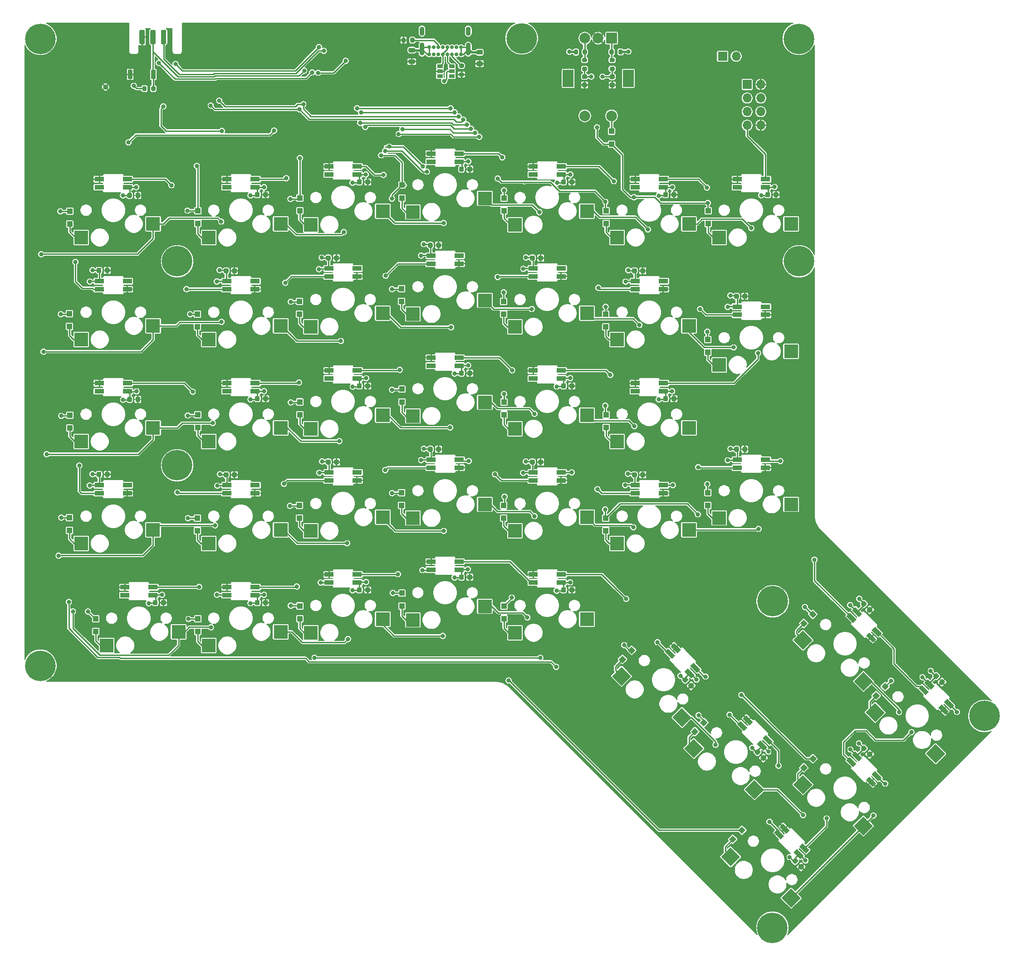
<source format=gbr>
%TF.GenerationSoftware,KiCad,Pcbnew,(5.1.8)-1*%
%TF.CreationDate,2022-07-09T15:07:12+10:00*%
%TF.ProjectId,ergonomic_split_left,6572676f-6e6f-46d6-9963-5f73706c6974,rev?*%
%TF.SameCoordinates,Original*%
%TF.FileFunction,Copper,L2,Bot*%
%TF.FilePolarity,Positive*%
%FSLAX46Y46*%
G04 Gerber Fmt 4.6, Leading zero omitted, Abs format (unit mm)*
G04 Created by KiCad (PCBNEW (5.1.8)-1) date 2022-07-09 15:07:12*
%MOMM*%
%LPD*%
G01*
G04 APERTURE LIST*
%TA.AperFunction,ComponentPad*%
%ADD10R,2.000000X2.000000*%
%TD*%
%TA.AperFunction,ComponentPad*%
%ADD11C,2.000000*%
%TD*%
%TA.AperFunction,ComponentPad*%
%ADD12R,2.000000X3.200000*%
%TD*%
%TA.AperFunction,ComponentPad*%
%ADD13O,1.700000X1.700000*%
%TD*%
%TA.AperFunction,ComponentPad*%
%ADD14R,1.700000X1.700000*%
%TD*%
%TA.AperFunction,SMDPad,CuDef*%
%ADD15R,1.000000X1.000000*%
%TD*%
%TA.AperFunction,SMDPad,CuDef*%
%ADD16R,2.550000X2.500000*%
%TD*%
%TA.AperFunction,SMDPad,CuDef*%
%ADD17R,1.800000X0.900000*%
%TD*%
%TA.AperFunction,ComponentPad*%
%ADD18C,5.700000*%
%TD*%
%TA.AperFunction,SMDPad,CuDef*%
%ADD19C,0.100000*%
%TD*%
%TA.AperFunction,ComponentPad*%
%ADD20C,0.700000*%
%TD*%
%TA.AperFunction,ComponentPad*%
%ADD21O,0.900000X2.400000*%
%TD*%
%TA.AperFunction,ComponentPad*%
%ADD22O,0.900000X1.700000*%
%TD*%
%TA.AperFunction,SMDPad,CuDef*%
%ADD23R,0.900000X1.700000*%
%TD*%
%TA.AperFunction,SMDPad,CuDef*%
%ADD24C,1.000000*%
%TD*%
%TA.AperFunction,SMDPad,CuDef*%
%ADD25R,1.060000X0.650000*%
%TD*%
%TA.AperFunction,ViaPad*%
%ADD26C,0.800000*%
%TD*%
%TA.AperFunction,Conductor*%
%ADD27C,0.250000*%
%TD*%
%TA.AperFunction,Conductor*%
%ADD28C,0.381000*%
%TD*%
%TA.AperFunction,Conductor*%
%ADD29C,0.127000*%
%TD*%
%TA.AperFunction,Conductor*%
%ADD30C,0.100000*%
%TD*%
G04 APERTURE END LIST*
%TO.P,J5,6*%
%TO.N,GND*%
%TA.AperFunction,SMDPad,CuDef*%
G36*
G01*
X98538400Y-57640400D02*
X98538400Y-55440400D01*
G75*
G02*
X98788400Y-55190400I250000J0D01*
G01*
X99288400Y-55190400D01*
G75*
G02*
X99538400Y-55440400I0J-250000D01*
G01*
X99538400Y-57640400D01*
G75*
G02*
X99288400Y-57890400I-250000J0D01*
G01*
X98788400Y-57890400D01*
G75*
G02*
X98538400Y-57640400I0J250000D01*
G01*
G37*
%TD.AperFunction*%
%TO.P,J5,5*%
%TO.N,/uController/RST*%
%TA.AperFunction,SMDPad,CuDef*%
G36*
G01*
X100538400Y-57640400D02*
X100538400Y-55440400D01*
G75*
G02*
X100788400Y-55190400I250000J0D01*
G01*
X101288400Y-55190400D01*
G75*
G02*
X101538400Y-55440400I0J-250000D01*
G01*
X101538400Y-57640400D01*
G75*
G02*
X101288400Y-57890400I-250000J0D01*
G01*
X100788400Y-57890400D01*
G75*
G02*
X100538400Y-57640400I0J250000D01*
G01*
G37*
%TD.AperFunction*%
%TO.P,J5,4*%
%TO.N,/uController/MOSI*%
%TA.AperFunction,SMDPad,CuDef*%
G36*
G01*
X102538400Y-57640400D02*
X102538400Y-55440400D01*
G75*
G02*
X102788400Y-55190400I250000J0D01*
G01*
X103288400Y-55190400D01*
G75*
G02*
X103538400Y-55440400I0J-250000D01*
G01*
X103538400Y-57640400D01*
G75*
G02*
X103288400Y-57890400I-250000J0D01*
G01*
X102788400Y-57890400D01*
G75*
G02*
X102538400Y-57640400I0J250000D01*
G01*
G37*
%TD.AperFunction*%
%TD*%
D10*
%TO.P,SW40,A*%
%TO.N,Net-(R4-Pad1)*%
X186637930Y-56769000D03*
D11*
%TO.P,SW40,C*%
%TO.N,GND*%
X184137930Y-56769000D03*
%TO.P,SW40,B*%
%TO.N,Net-(R7-Pad1)*%
X181637930Y-56769000D03*
D12*
%TO.P,SW40,MP*%
%TO.N,N/C*%
X189737930Y-64269000D03*
X178537930Y-64269000D03*
D11*
%TO.P,SW40,S2*%
%TO.N,Net-(D1-Pad2)*%
X186637930Y-71269000D03*
%TO.P,SW40,S1*%
%TO.N,/IO Expander/ROW[6]*%
X181637930Y-71269000D03*
%TD*%
D13*
%TO.P,J2,8*%
%TO.N,GND*%
X214471250Y-73025000D03*
%TO.P,J2,7*%
%TO.N,/Right Interface/RGB_DIN*%
X211931250Y-73025000D03*
%TO.P,J2,6*%
%TO.N,/Right Interface/ENCODER_B_R*%
X214471250Y-70485000D03*
%TO.P,J2,5*%
%TO.N,/Right Interface/ENCODER_A_R*%
X211931250Y-70485000D03*
%TO.P,J2,4*%
%TO.N,/IO Expander/SCL*%
X214471250Y-67945000D03*
%TO.P,J2,3*%
%TO.N,/IO Expander/SDA*%
X211931250Y-67945000D03*
%TO.P,J2,2*%
%TO.N,GND*%
X214471250Y-65405000D03*
D14*
%TO.P,J2,1*%
%TO.N,+5V*%
X211931250Y-65405000D03*
%TD*%
D13*
%TO.P,J3,2*%
%TO.N,/IO Expander/SCL*%
X209892900Y-60147200D03*
D14*
%TO.P,J3,1*%
%TO.N,/IO Expander/SDA*%
X207352900Y-60147200D03*
%TD*%
%TO.P,SW6,9*%
%TO.N,+5V*%
%TA.AperFunction,SMDPad,CuDef*%
G36*
G01*
X101020160Y-162434080D02*
X101020160Y-161934080D01*
G75*
G02*
X101245160Y-161709080I225000J0D01*
G01*
X101695160Y-161709080D01*
G75*
G02*
X101920160Y-161934080I0J-225000D01*
G01*
X101920160Y-162434080D01*
G75*
G02*
X101695160Y-162659080I-225000J0D01*
G01*
X101245160Y-162659080D01*
G75*
G02*
X101020160Y-162434080I0J225000D01*
G01*
G37*
%TD.AperFunction*%
%TO.P,SW6,10*%
%TO.N,GND*%
%TA.AperFunction,SMDPad,CuDef*%
G36*
G01*
X102570160Y-162434080D02*
X102570160Y-161934080D01*
G75*
G02*
X102795160Y-161709080I225000J0D01*
G01*
X103245160Y-161709080D01*
G75*
G02*
X103470160Y-161934080I0J-225000D01*
G01*
X103470160Y-162434080D01*
G75*
G02*
X103245160Y-162659080I-225000J0D01*
G01*
X102795160Y-162659080D01*
G75*
G02*
X102570160Y-162434080I0J225000D01*
G01*
G37*
%TD.AperFunction*%
D15*
%TO.P,SW6,4*%
%TO.N,/IO Expander/COL[0]*%
X90368120Y-165168580D03*
%TO.P,SW6,3*%
%TO.N,Net-(SW6-Pad2)*%
X90368120Y-167568580D03*
D16*
%TO.P,SW6,1*%
%TO.N,/IO Expander/ROW[4]*%
X105831260Y-167636310D03*
D17*
%TO.P,SW6,8*%
%TO.N,/Switch Matrix/RGB_DIN*%
X95821260Y-160796310D03*
D16*
%TO.P,SW6,2*%
%TO.N,Net-(SW6-Pad2)*%
X92406260Y-170176310D03*
D17*
%TO.P,SW6,7*%
%TO.N,GND*%
X95821260Y-159296310D03*
%TO.P,SW6,6*%
%TO.N,Net-(SW11-Pad8)*%
X101021260Y-159296310D03*
%TO.P,SW6,5*%
%TO.N,+5V*%
X101021260Y-160796310D03*
%TD*%
D18*
%TO.P,H10,1*%
%TO.N,Net-(H10-Pad1)*%
X216693750Y-161925000D03*
%TD*%
%TO.P,H9,1*%
%TO.N,Net-(H9-Pad1)*%
X221625160Y-98425000D03*
%TD*%
%TO.P,H8,1*%
%TO.N,Net-(H8-Pad1)*%
X221589600Y-56870600D03*
%TD*%
%TO.P,H7,1*%
%TO.N,Net-(H7-Pad1)*%
X105568750Y-98425000D03*
%TD*%
%TO.P,H6,1*%
%TO.N,Net-(H6-Pad1)*%
X256230070Y-183342330D03*
%TD*%
%TO.P,H5,1*%
%TO.N,Net-(H5-Pad1)*%
X169862500Y-56794400D03*
%TD*%
%TO.P,H4,1*%
%TO.N,Net-(H4-Pad1)*%
X105568750Y-136525000D03*
%TD*%
%TO.P,H3,1*%
%TO.N,Net-(H3-Pad1)*%
X216641730Y-222905270D03*
%TD*%
%TO.P,H2,1*%
%TO.N,Net-(H2-Pad1)*%
X80035400Y-173964600D03*
%TD*%
%TO.P,H1,1*%
%TO.N,Net-(H1-Pad1)*%
X80035400Y-56870600D03*
%TD*%
D15*
%TO.P,D1,1*%
%TO.N,/IO Expander/COL[6]*%
X186608720Y-76537520D03*
%TO.P,D1,2*%
%TO.N,Net-(D1-Pad2)*%
X186608720Y-74137520D03*
%TD*%
%TO.P,SW37,9*%
%TO.N,+5V*%
%TA.AperFunction,SMDPad,CuDef*%
G36*
G01*
X209508640Y-133787960D02*
X209508640Y-133287960D01*
G75*
G02*
X209733640Y-133062960I225000J0D01*
G01*
X210183640Y-133062960D01*
G75*
G02*
X210408640Y-133287960I0J-225000D01*
G01*
X210408640Y-133787960D01*
G75*
G02*
X210183640Y-134012960I-225000J0D01*
G01*
X209733640Y-134012960D01*
G75*
G02*
X209508640Y-133787960I0J225000D01*
G01*
G37*
%TD.AperFunction*%
%TO.P,SW37,4*%
%TO.N,/IO Expander/COL[6]*%
X204602080Y-141627860D03*
%TO.P,SW37,3*%
%TO.N,Net-(SW37-Pad2)*%
X204602080Y-144027860D03*
%TO.P,SW37,10*%
%TO.N,GND*%
%TA.AperFunction,SMDPad,CuDef*%
G36*
G01*
X211058640Y-133787960D02*
X211058640Y-133287960D01*
G75*
G02*
X211283640Y-133062960I225000J0D01*
G01*
X211733640Y-133062960D01*
G75*
G02*
X211958640Y-133287960I0J-225000D01*
G01*
X211958640Y-133787960D01*
G75*
G02*
X211733640Y-134012960I-225000J0D01*
G01*
X211283640Y-134012960D01*
G75*
G02*
X211058640Y-133787960I0J225000D01*
G01*
G37*
%TD.AperFunction*%
D17*
%TO.P,SW37,6*%
%TO.N,Net-(SW34-Pad8)*%
X210122460Y-136984960D03*
%TO.P,SW37,8*%
%TO.N,/Switch Matrix/RGB_L55*%
X215322460Y-135484960D03*
%TO.P,SW37,5*%
%TO.N,+5V*%
X210122460Y-135484960D03*
%TO.P,SW37,7*%
%TO.N,GND*%
X215322460Y-136984960D03*
D16*
%TO.P,SW37,1*%
%TO.N,/IO Expander/ROW[3]*%
X220131260Y-143823810D03*
%TO.P,SW37,2*%
%TO.N,Net-(SW37-Pad2)*%
X206706260Y-146363810D03*
%TD*%
%TO.P,SW36,9*%
%TO.N,+5V*%
%TA.AperFunction,SMDPad,CuDef*%
G36*
G01*
X209508640Y-105212960D02*
X209508640Y-104712960D01*
G75*
G02*
X209733640Y-104487960I225000J0D01*
G01*
X210183640Y-104487960D01*
G75*
G02*
X210408640Y-104712960I0J-225000D01*
G01*
X210408640Y-105212960D01*
G75*
G02*
X210183640Y-105437960I-225000J0D01*
G01*
X209733640Y-105437960D01*
G75*
G02*
X209508640Y-105212960I0J225000D01*
G01*
G37*
%TD.AperFunction*%
D15*
%TO.P,SW36,4*%
%TO.N,/IO Expander/COL[6]*%
X204602080Y-113052860D03*
%TO.P,SW36,3*%
%TO.N,Net-(SW36-Pad2)*%
X204602080Y-115452860D03*
%TO.P,SW36,10*%
%TO.N,GND*%
%TA.AperFunction,SMDPad,CuDef*%
G36*
G01*
X211058640Y-105212960D02*
X211058640Y-104712960D01*
G75*
G02*
X211283640Y-104487960I225000J0D01*
G01*
X211733640Y-104487960D01*
G75*
G02*
X211958640Y-104712960I0J-225000D01*
G01*
X211958640Y-105212960D01*
G75*
G02*
X211733640Y-105437960I-225000J0D01*
G01*
X211283640Y-105437960D01*
G75*
G02*
X211058640Y-105212960I0J225000D01*
G01*
G37*
%TD.AperFunction*%
D17*
%TO.P,SW36,6*%
%TO.N,Net-(SW32-Pad8)*%
X210122460Y-108409960D03*
%TO.P,SW36,8*%
%TO.N,Net-(SW33-Pad6)*%
X215322460Y-106909960D03*
%TO.P,SW36,5*%
%TO.N,+5V*%
X210122460Y-106909960D03*
%TO.P,SW36,7*%
%TO.N,GND*%
X215322460Y-108409960D03*
D16*
%TO.P,SW36,1*%
%TO.N,/IO Expander/ROW[1]*%
X220131260Y-115248810D03*
%TO.P,SW36,2*%
%TO.N,Net-(SW36-Pad2)*%
X206706260Y-117788810D03*
%TD*%
%TO.P,SW24,9*%
%TO.N,+5V*%
%TA.AperFunction,SMDPad,CuDef*%
G36*
G01*
X199891302Y-176468775D02*
X200244856Y-176115221D01*
G75*
G02*
X200563054Y-176115221I159099J-159099D01*
G01*
X200881252Y-176433419D01*
G75*
G02*
X200881252Y-176751617I-159099J-159099D01*
G01*
X200527698Y-177105171D01*
G75*
G02*
X200209500Y-177105171I-159099J159099D01*
G01*
X199891302Y-176786973D01*
G75*
G02*
X199891302Y-176468775I159099J159099D01*
G01*
G37*
%TD.AperFunction*%
%TA.AperFunction,SMDPad,CuDef*%
D19*
%TO.P,SW24,4*%
%TO.N,/IO Expander/COL[3]*%
G36*
X190373504Y-170380444D02*
G01*
X191080611Y-171087551D01*
X190373504Y-171794658D01*
X189666397Y-171087551D01*
X190373504Y-170380444D01*
G37*
%TD.AperFunction*%
%TA.AperFunction,SMDPad,CuDef*%
%TO.P,SW24,3*%
%TO.N,Net-(SW24-Pad2)*%
G36*
X188676448Y-172077500D02*
G01*
X189383555Y-172784607D01*
X188676448Y-173491714D01*
X187969341Y-172784607D01*
X188676448Y-172077500D01*
G37*
%TD.AperFunction*%
%TO.P,SW24,10*%
%TO.N,GND*%
%TA.AperFunction,SMDPad,CuDef*%
G36*
G01*
X200987318Y-177564791D02*
X201340872Y-177211237D01*
G75*
G02*
X201659070Y-177211237I159099J-159099D01*
G01*
X201977268Y-177529435D01*
G75*
G02*
X201977268Y-177847633I-159099J-159099D01*
G01*
X201623714Y-178201187D01*
G75*
G02*
X201305516Y-178201187I-159099J159099D01*
G01*
X200987318Y-177882989D01*
G75*
G02*
X200987318Y-177564791I159099J159099D01*
G01*
G37*
%TD.AperFunction*%
%TA.AperFunction,SMDPad,CuDef*%
%TO.P,SW24,1*%
%TO.N,/IO Expander/ROW[5]*%
G36*
X201567210Y-183644177D02*
G01*
X199799443Y-185411944D01*
X197996320Y-183608821D01*
X199764087Y-181841054D01*
X201567210Y-183644177D01*
G37*
%TD.AperFunction*%
%TA.AperFunction,SMDPad,CuDef*%
%TO.P,SW24,8*%
%TO.N,/Switch Matrix/RGB_L44*%
G36*
X198494830Y-172029947D02*
G01*
X197858434Y-172666343D01*
X196585642Y-171393551D01*
X197222038Y-170757155D01*
X198494830Y-172029947D01*
G37*
%TD.AperFunction*%
%TA.AperFunction,SMDPad,CuDef*%
%TO.P,SW24,2*%
%TO.N,Net-(SW24-Pad2)*%
G36*
X190278250Y-175947319D02*
G01*
X188510483Y-177715086D01*
X186707360Y-175911963D01*
X188475127Y-174144196D01*
X190278250Y-175947319D01*
G37*
%TD.AperFunction*%
%TA.AperFunction,SMDPad,CuDef*%
%TO.P,SW24,7*%
%TO.N,GND*%
G36*
X199555490Y-170969287D02*
G01*
X198919094Y-171605683D01*
X197646302Y-170332891D01*
X198282698Y-169696495D01*
X199555490Y-170969287D01*
G37*
%TD.AperFunction*%
%TA.AperFunction,SMDPad,CuDef*%
%TO.P,SW24,6*%
%TO.N,Net-(SW18-Pad8)*%
G36*
X203232446Y-174646242D02*
G01*
X202596050Y-175282638D01*
X201323258Y-174009846D01*
X201959654Y-173373450D01*
X203232446Y-174646242D01*
G37*
%TD.AperFunction*%
%TA.AperFunction,SMDPad,CuDef*%
%TO.P,SW24,5*%
%TO.N,+5V*%
G36*
X202171785Y-175706903D02*
G01*
X201535389Y-176343299D01*
X200262597Y-175070507D01*
X200898993Y-174434111D01*
X202171785Y-175706903D01*
G37*
%TD.AperFunction*%
%TD*%
%TO.P,SW18,9*%
%TO.N,+5V*%
%TA.AperFunction,SMDPad,CuDef*%
G36*
G01*
X213385052Y-189962525D02*
X213738606Y-189608971D01*
G75*
G02*
X214056804Y-189608971I159099J-159099D01*
G01*
X214375002Y-189927169D01*
G75*
G02*
X214375002Y-190245367I-159099J-159099D01*
G01*
X214021448Y-190598921D01*
G75*
G02*
X213703250Y-190598921I-159099J159099D01*
G01*
X213385052Y-190280723D01*
G75*
G02*
X213385052Y-189962525I159099J159099D01*
G01*
G37*
%TD.AperFunction*%
%TA.AperFunction,SMDPad,CuDef*%
%TO.P,SW18,4*%
%TO.N,/IO Expander/COL[2]*%
G36*
X203867254Y-183874194D02*
G01*
X204574361Y-184581301D01*
X203867254Y-185288408D01*
X203160147Y-184581301D01*
X203867254Y-183874194D01*
G37*
%TD.AperFunction*%
%TA.AperFunction,SMDPad,CuDef*%
%TO.P,SW18,3*%
%TO.N,Net-(SW18-Pad2)*%
G36*
X202170198Y-185571250D02*
G01*
X202877305Y-186278357D01*
X202170198Y-186985464D01*
X201463091Y-186278357D01*
X202170198Y-185571250D01*
G37*
%TD.AperFunction*%
%TO.P,SW18,10*%
%TO.N,GND*%
%TA.AperFunction,SMDPad,CuDef*%
G36*
G01*
X214481068Y-191058541D02*
X214834622Y-190704987D01*
G75*
G02*
X215152820Y-190704987I159099J-159099D01*
G01*
X215471018Y-191023185D01*
G75*
G02*
X215471018Y-191341383I-159099J-159099D01*
G01*
X215117464Y-191694937D01*
G75*
G02*
X214799266Y-191694937I-159099J159099D01*
G01*
X214481068Y-191376739D01*
G75*
G02*
X214481068Y-191058541I159099J159099D01*
G01*
G37*
%TD.AperFunction*%
%TA.AperFunction,SMDPad,CuDef*%
%TO.P,SW18,1*%
%TO.N,/IO Expander/ROW[5]*%
G36*
X215060960Y-197137927D02*
G01*
X213293193Y-198905694D01*
X211490070Y-197102571D01*
X213257837Y-195334804D01*
X215060960Y-197137927D01*
G37*
%TD.AperFunction*%
%TA.AperFunction,SMDPad,CuDef*%
%TO.P,SW18,8*%
%TO.N,Net-(SW18-Pad8)*%
G36*
X211988580Y-185523697D02*
G01*
X211352184Y-186160093D01*
X210079392Y-184887301D01*
X210715788Y-184250905D01*
X211988580Y-185523697D01*
G37*
%TD.AperFunction*%
%TA.AperFunction,SMDPad,CuDef*%
%TO.P,SW18,2*%
%TO.N,Net-(SW18-Pad2)*%
G36*
X203772000Y-189441069D02*
G01*
X202004233Y-191208836D01*
X200201110Y-189405713D01*
X201968877Y-187637946D01*
X203772000Y-189441069D01*
G37*
%TD.AperFunction*%
%TA.AperFunction,SMDPad,CuDef*%
%TO.P,SW18,7*%
%TO.N,GND*%
G36*
X213049240Y-184463037D02*
G01*
X212412844Y-185099433D01*
X211140052Y-183826641D01*
X211776448Y-183190245D01*
X213049240Y-184463037D01*
G37*
%TD.AperFunction*%
%TA.AperFunction,SMDPad,CuDef*%
%TO.P,SW18,6*%
%TO.N,Net-(SW12-Pad8)*%
G36*
X216726196Y-188139992D02*
G01*
X216089800Y-188776388D01*
X214817008Y-187503596D01*
X215453404Y-186867200D01*
X216726196Y-188139992D01*
G37*
%TD.AperFunction*%
%TA.AperFunction,SMDPad,CuDef*%
%TO.P,SW18,5*%
%TO.N,+5V*%
G36*
X215665535Y-189200653D02*
G01*
X215029139Y-189837049D01*
X213756347Y-188564257D01*
X214392743Y-187927861D01*
X215665535Y-189200653D01*
G37*
%TD.AperFunction*%
%TD*%
%TO.P,SW5,9*%
%TO.N,+5V*%
%TA.AperFunction,SMDPad,CuDef*%
G36*
G01*
X90522340Y-138469180D02*
X90522340Y-137969180D01*
G75*
G02*
X90747340Y-137744180I225000J0D01*
G01*
X91197340Y-137744180D01*
G75*
G02*
X91422340Y-137969180I0J-225000D01*
G01*
X91422340Y-138469180D01*
G75*
G02*
X91197340Y-138694180I-225000J0D01*
G01*
X90747340Y-138694180D01*
G75*
G02*
X90522340Y-138469180I0J225000D01*
G01*
G37*
%TD.AperFunction*%
D15*
%TO.P,SW5,4*%
%TO.N,/IO Expander/COL[0]*%
X85473540Y-146296380D03*
%TO.P,SW5,3*%
%TO.N,Net-(SW5-Pad2)*%
X85473540Y-148696380D03*
%TO.P,SW5,10*%
%TO.N,GND*%
%TA.AperFunction,SMDPad,CuDef*%
G36*
G01*
X92072340Y-138469180D02*
X92072340Y-137969180D01*
G75*
G02*
X92297340Y-137744180I225000J0D01*
G01*
X92747340Y-137744180D01*
G75*
G02*
X92972340Y-137969180I0J-225000D01*
G01*
X92972340Y-138469180D01*
G75*
G02*
X92747340Y-138694180I-225000J0D01*
G01*
X92297340Y-138694180D01*
G75*
G02*
X92072340Y-138469180I0J225000D01*
G01*
G37*
%TD.AperFunction*%
D17*
%TO.P,SW5,6*%
%TO.N,Net-(SW4-Pad8)*%
X91059960Y-141747460D03*
%TO.P,SW5,8*%
%TO.N,Net-(SW10-Pad6)*%
X96259960Y-140247460D03*
%TO.P,SW5,5*%
%TO.N,+5V*%
X91059960Y-140247460D03*
%TO.P,SW5,7*%
%TO.N,GND*%
X96259960Y-141747460D03*
D16*
%TO.P,SW5,1*%
%TO.N,/IO Expander/ROW[3]*%
X101068760Y-148586310D03*
%TO.P,SW5,2*%
%TO.N,Net-(SW5-Pad2)*%
X87643760Y-151126310D03*
%TD*%
%TO.P,SW4,9*%
%TO.N,+5V*%
%TA.AperFunction,SMDPad,CuDef*%
G36*
G01*
X96237340Y-124473780D02*
X96237340Y-123973780D01*
G75*
G02*
X96462340Y-123748780I225000J0D01*
G01*
X96912340Y-123748780D01*
G75*
G02*
X97137340Y-123973780I0J-225000D01*
G01*
X97137340Y-124473780D01*
G75*
G02*
X96912340Y-124698780I-225000J0D01*
G01*
X96462340Y-124698780D01*
G75*
G02*
X96237340Y-124473780I0J225000D01*
G01*
G37*
%TD.AperFunction*%
D15*
%TO.P,SW4,4*%
%TO.N,/IO Expander/COL[0]*%
X85524340Y-127170180D03*
%TO.P,SW4,3*%
%TO.N,Net-(SW4-Pad2)*%
X85524340Y-129570180D03*
%TO.P,SW4,10*%
%TO.N,GND*%
%TA.AperFunction,SMDPad,CuDef*%
G36*
G01*
X97787340Y-124473780D02*
X97787340Y-123973780D01*
G75*
G02*
X98012340Y-123748780I225000J0D01*
G01*
X98462340Y-123748780D01*
G75*
G02*
X98687340Y-123973780I0J-225000D01*
G01*
X98687340Y-124473780D01*
G75*
G02*
X98462340Y-124698780I-225000J0D01*
G01*
X98012340Y-124698780D01*
G75*
G02*
X97787340Y-124473780I0J225000D01*
G01*
G37*
%TD.AperFunction*%
D16*
%TO.P,SW4,1*%
%TO.N,/IO Expander/ROW[2]*%
X101068760Y-129536310D03*
D17*
%TO.P,SW4,8*%
%TO.N,Net-(SW4-Pad8)*%
X91058760Y-122696310D03*
D16*
%TO.P,SW4,2*%
%TO.N,Net-(SW4-Pad2)*%
X87643760Y-132076310D03*
D17*
%TO.P,SW4,7*%
%TO.N,GND*%
X91058760Y-121196310D03*
%TO.P,SW4,6*%
%TO.N,Net-(SW4-Pad6)*%
X96258760Y-121196310D03*
%TO.P,SW4,5*%
%TO.N,+5V*%
X96258760Y-122696310D03*
%TD*%
%TO.P,SW3,9*%
%TO.N,+5V*%
%TA.AperFunction,SMDPad,CuDef*%
G36*
G01*
X90522340Y-100369180D02*
X90522340Y-99869180D01*
G75*
G02*
X90747340Y-99644180I225000J0D01*
G01*
X91197340Y-99644180D01*
G75*
G02*
X91422340Y-99869180I0J-225000D01*
G01*
X91422340Y-100369180D01*
G75*
G02*
X91197340Y-100594180I-225000J0D01*
G01*
X90747340Y-100594180D01*
G75*
G02*
X90522340Y-100369180I0J225000D01*
G01*
G37*
%TD.AperFunction*%
D15*
%TO.P,SW3,4*%
%TO.N,/IO Expander/COL[0]*%
X85473540Y-108196380D03*
%TO.P,SW3,3*%
%TO.N,Net-(SW3-Pad2)*%
X85473540Y-110596380D03*
%TO.P,SW3,10*%
%TO.N,GND*%
%TA.AperFunction,SMDPad,CuDef*%
G36*
G01*
X92072340Y-100369180D02*
X92072340Y-99869180D01*
G75*
G02*
X92297340Y-99644180I225000J0D01*
G01*
X92747340Y-99644180D01*
G75*
G02*
X92972340Y-99869180I0J-225000D01*
G01*
X92972340Y-100369180D01*
G75*
G02*
X92747340Y-100594180I-225000J0D01*
G01*
X92297340Y-100594180D01*
G75*
G02*
X92072340Y-100369180I0J225000D01*
G01*
G37*
%TD.AperFunction*%
D17*
%TO.P,SW3,6*%
%TO.N,Net-(SW2-Pad8)*%
X91059960Y-103647460D03*
%TO.P,SW3,8*%
%TO.N,Net-(SW3-Pad8)*%
X96259960Y-102147460D03*
%TO.P,SW3,5*%
%TO.N,+5V*%
X91059960Y-102147460D03*
%TO.P,SW3,7*%
%TO.N,GND*%
X96259960Y-103647460D03*
D16*
%TO.P,SW3,1*%
%TO.N,/IO Expander/ROW[1]*%
X101068760Y-110486310D03*
%TO.P,SW3,2*%
%TO.N,Net-(SW3-Pad2)*%
X87643760Y-113026310D03*
%TD*%
%TO.P,SW2,9*%
%TO.N,+5V*%
%TA.AperFunction,SMDPad,CuDef*%
G36*
G01*
X96237340Y-86373780D02*
X96237340Y-85873780D01*
G75*
G02*
X96462340Y-85648780I225000J0D01*
G01*
X96912340Y-85648780D01*
G75*
G02*
X97137340Y-85873780I0J-225000D01*
G01*
X97137340Y-86373780D01*
G75*
G02*
X96912340Y-86598780I-225000J0D01*
G01*
X96462340Y-86598780D01*
G75*
G02*
X96237340Y-86373780I0J225000D01*
G01*
G37*
%TD.AperFunction*%
D15*
%TO.P,SW2,4*%
%TO.N,/IO Expander/COL[0]*%
X85524340Y-89070180D03*
%TO.P,SW2,3*%
%TO.N,Net-(SW2-Pad2)*%
X85524340Y-91470180D03*
%TO.P,SW2,10*%
%TO.N,GND*%
%TA.AperFunction,SMDPad,CuDef*%
G36*
G01*
X97787340Y-86373780D02*
X97787340Y-85873780D01*
G75*
G02*
X98012340Y-85648780I225000J0D01*
G01*
X98462340Y-85648780D01*
G75*
G02*
X98687340Y-85873780I0J-225000D01*
G01*
X98687340Y-86373780D01*
G75*
G02*
X98462340Y-86598780I-225000J0D01*
G01*
X98012340Y-86598780D01*
G75*
G02*
X97787340Y-86373780I0J225000D01*
G01*
G37*
%TD.AperFunction*%
D16*
%TO.P,SW2,1*%
%TO.N,/IO Expander/ROW[0]*%
X101068760Y-91436310D03*
D17*
%TO.P,SW2,8*%
%TO.N,Net-(SW2-Pad8)*%
X91058760Y-84596310D03*
D16*
%TO.P,SW2,2*%
%TO.N,Net-(SW2-Pad2)*%
X87643760Y-93976310D03*
D17*
%TO.P,SW2,7*%
%TO.N,GND*%
X91058760Y-83096310D03*
%TO.P,SW2,6*%
%TO.N,Net-(SW2-Pad6)*%
X96258760Y-83096310D03*
%TO.P,SW2,5*%
%TO.N,+5V*%
X96258760Y-84596310D03*
%TD*%
%TO.P,SW39,9*%
%TO.N,+5V*%
%TA.AperFunction,SMDPad,CuDef*%
G36*
G01*
X215320160Y-86234080D02*
X215320160Y-85734080D01*
G75*
G02*
X215545160Y-85509080I225000J0D01*
G01*
X215995160Y-85509080D01*
G75*
G02*
X216220160Y-85734080I0J-225000D01*
G01*
X216220160Y-86234080D01*
G75*
G02*
X215995160Y-86459080I-225000J0D01*
G01*
X215545160Y-86459080D01*
G75*
G02*
X215320160Y-86234080I0J225000D01*
G01*
G37*
%TD.AperFunction*%
%TO.P,SW39,10*%
%TO.N,GND*%
%TA.AperFunction,SMDPad,CuDef*%
G36*
G01*
X216870160Y-86234080D02*
X216870160Y-85734080D01*
G75*
G02*
X217095160Y-85509080I225000J0D01*
G01*
X217545160Y-85509080D01*
G75*
G02*
X217770160Y-85734080I0J-225000D01*
G01*
X217770160Y-86234080D01*
G75*
G02*
X217545160Y-86459080I-225000J0D01*
G01*
X217095160Y-86459080D01*
G75*
G02*
X216870160Y-86234080I0J225000D01*
G01*
G37*
%TD.AperFunction*%
D15*
%TO.P,SW39,4*%
%TO.N,/IO Expander/COL[6]*%
X204668120Y-88968580D03*
%TO.P,SW39,3*%
%TO.N,Net-(SW39-Pad2)*%
X204668120Y-91368580D03*
D16*
%TO.P,SW39,1*%
%TO.N,/IO Expander/ROW[0]*%
X220131260Y-91436310D03*
D17*
%TO.P,SW39,8*%
%TO.N,Net-(SW31-Pad6)*%
X210121260Y-84596310D03*
D16*
%TO.P,SW39,2*%
%TO.N,Net-(SW39-Pad2)*%
X206706260Y-93976310D03*
D17*
%TO.P,SW39,7*%
%TO.N,GND*%
X210121260Y-83096310D03*
%TO.P,SW39,6*%
%TO.N,/Right Interface/RGB_DIN*%
X215321260Y-83096310D03*
%TO.P,SW39,5*%
%TO.N,+5V*%
X215321260Y-84596310D03*
%TD*%
%TO.P,SW38,9*%
%TO.N,+5V*%
%TA.AperFunction,SMDPad,CuDef*%
G36*
G01*
X246709915Y-175778965D02*
X247063469Y-175425411D01*
G75*
G02*
X247381667Y-175425411I159099J-159099D01*
G01*
X247699865Y-175743609D01*
G75*
G02*
X247699865Y-176061807I-159099J-159099D01*
G01*
X247346311Y-176415361D01*
G75*
G02*
X247028113Y-176415361I-159099J159099D01*
G01*
X246709915Y-176097163D01*
G75*
G02*
X246709915Y-175778965I159099J159099D01*
G01*
G37*
%TD.AperFunction*%
%TA.AperFunction,SMDPad,CuDef*%
D19*
%TO.P,SW38,4*%
%TO.N,/IO Expander/COL[6]*%
G36*
X237696807Y-177146042D02*
G01*
X238403914Y-177853149D01*
X237696807Y-178560256D01*
X236989700Y-177853149D01*
X237696807Y-177146042D01*
G37*
%TD.AperFunction*%
%TA.AperFunction,SMDPad,CuDef*%
%TO.P,SW38,3*%
%TO.N,Net-(SW38-Pad2)*%
G36*
X235999751Y-178843098D02*
G01*
X236706858Y-179550205D01*
X235999751Y-180257312D01*
X235292644Y-179550205D01*
X235999751Y-178843098D01*
G37*
%TD.AperFunction*%
%TO.P,SW38,10*%
%TO.N,GND*%
%TA.AperFunction,SMDPad,CuDef*%
G36*
G01*
X247805931Y-176874980D02*
X248159485Y-176521426D01*
G75*
G02*
X248477683Y-176521426I159099J-159099D01*
G01*
X248795881Y-176839624D01*
G75*
G02*
X248795881Y-177157822I-159099J-159099D01*
G01*
X248442327Y-177511376D01*
G75*
G02*
X248124129Y-177511376I-159099J159099D01*
G01*
X247805931Y-177193178D01*
G75*
G02*
X247805931Y-176874980I159099J159099D01*
G01*
G37*
%TD.AperFunction*%
%TA.AperFunction,SMDPad,CuDef*%
%TO.P,SW38,6*%
%TO.N,Net-(SW35-Pad8)*%
G36*
X245837926Y-178791819D02*
G01*
X245201530Y-179428215D01*
X243928738Y-178155423D01*
X244565134Y-177519027D01*
X245837926Y-178791819D01*
G37*
%TD.AperFunction*%
%TA.AperFunction,SMDPad,CuDef*%
%TO.P,SW38,8*%
%TO.N,/Switch Matrix/RGB_L54*%
G36*
X250575541Y-181408114D02*
G01*
X249939145Y-182044510D01*
X248666353Y-180771718D01*
X249302749Y-180135322D01*
X250575541Y-181408114D01*
G37*
%TD.AperFunction*%
%TA.AperFunction,SMDPad,CuDef*%
%TO.P,SW38,5*%
%TO.N,+5V*%
G36*
X246898586Y-177731159D02*
G01*
X246262190Y-178367555D01*
X244989398Y-177094763D01*
X245625794Y-176458367D01*
X246898586Y-177731159D01*
G37*
%TD.AperFunction*%
%TA.AperFunction,SMDPad,CuDef*%
%TO.P,SW38,7*%
%TO.N,GND*%
G36*
X249514881Y-182468774D02*
G01*
X248878485Y-183105170D01*
X247605693Y-181832378D01*
X248242089Y-181195982D01*
X249514881Y-182468774D01*
G37*
%TD.AperFunction*%
%TA.AperFunction,SMDPad,CuDef*%
%TO.P,SW38,1*%
%TO.N,/IO Expander/ROW[5]*%
G36*
X248910270Y-190404387D02*
G01*
X247142503Y-192172154D01*
X245339380Y-190369031D01*
X247107147Y-188601264D01*
X248910270Y-190404387D01*
G37*
%TD.AperFunction*%
%TA.AperFunction,SMDPad,CuDef*%
%TO.P,SW38,2*%
%TO.N,Net-(SW38-Pad2)*%
G36*
X237621310Y-182707529D02*
G01*
X235853543Y-184475296D01*
X234050420Y-182672173D01*
X235818187Y-180904406D01*
X237621310Y-182707529D01*
G37*
%TD.AperFunction*%
%TD*%
%TO.P,SW35,9*%
%TO.N,+5V*%
%TA.AperFunction,SMDPad,CuDef*%
G36*
G01*
X233216165Y-162285215D02*
X233569719Y-161931661D01*
G75*
G02*
X233887917Y-161931661I159099J-159099D01*
G01*
X234206115Y-162249859D01*
G75*
G02*
X234206115Y-162568057I-159099J-159099D01*
G01*
X233852561Y-162921611D01*
G75*
G02*
X233534363Y-162921611I-159099J159099D01*
G01*
X233216165Y-162603413D01*
G75*
G02*
X233216165Y-162285215I159099J159099D01*
G01*
G37*
%TD.AperFunction*%
%TA.AperFunction,SMDPad,CuDef*%
%TO.P,SW35,4*%
%TO.N,/IO Expander/COL[5]*%
G36*
X224203057Y-163652292D02*
G01*
X224910164Y-164359399D01*
X224203057Y-165066506D01*
X223495950Y-164359399D01*
X224203057Y-163652292D01*
G37*
%TD.AperFunction*%
%TA.AperFunction,SMDPad,CuDef*%
%TO.P,SW35,3*%
%TO.N,Net-(SW35-Pad2)*%
G36*
X222506001Y-165349348D02*
G01*
X223213108Y-166056455D01*
X222506001Y-166763562D01*
X221798894Y-166056455D01*
X222506001Y-165349348D01*
G37*
%TD.AperFunction*%
%TO.P,SW35,10*%
%TO.N,GND*%
%TA.AperFunction,SMDPad,CuDef*%
G36*
G01*
X234312181Y-163381230D02*
X234665735Y-163027676D01*
G75*
G02*
X234983933Y-163027676I159099J-159099D01*
G01*
X235302131Y-163345874D01*
G75*
G02*
X235302131Y-163664072I-159099J-159099D01*
G01*
X234948577Y-164017626D01*
G75*
G02*
X234630379Y-164017626I-159099J159099D01*
G01*
X234312181Y-163699428D01*
G75*
G02*
X234312181Y-163381230I159099J159099D01*
G01*
G37*
%TD.AperFunction*%
%TA.AperFunction,SMDPad,CuDef*%
%TO.P,SW35,6*%
%TO.N,/Switch Matrix/RGB_L55*%
G36*
X232344176Y-165298069D02*
G01*
X231707780Y-165934465D01*
X230434988Y-164661673D01*
X231071384Y-164025277D01*
X232344176Y-165298069D01*
G37*
%TD.AperFunction*%
%TA.AperFunction,SMDPad,CuDef*%
%TO.P,SW35,8*%
%TO.N,Net-(SW35-Pad8)*%
G36*
X237081791Y-167914364D02*
G01*
X236445395Y-168550760D01*
X235172603Y-167277968D01*
X235808999Y-166641572D01*
X237081791Y-167914364D01*
G37*
%TD.AperFunction*%
%TA.AperFunction,SMDPad,CuDef*%
%TO.P,SW35,5*%
%TO.N,+5V*%
G36*
X233404836Y-164237409D02*
G01*
X232768440Y-164873805D01*
X231495648Y-163601013D01*
X232132044Y-162964617D01*
X233404836Y-164237409D01*
G37*
%TD.AperFunction*%
%TA.AperFunction,SMDPad,CuDef*%
%TO.P,SW35,7*%
%TO.N,GND*%
G36*
X236021131Y-168975024D02*
G01*
X235384735Y-169611420D01*
X234111943Y-168338628D01*
X234748339Y-167702232D01*
X236021131Y-168975024D01*
G37*
%TD.AperFunction*%
%TA.AperFunction,SMDPad,CuDef*%
%TO.P,SW35,1*%
%TO.N,/IO Expander/ROW[5]*%
G36*
X235416520Y-176910637D02*
G01*
X233648753Y-178678404D01*
X231845630Y-176875281D01*
X233613397Y-175107514D01*
X235416520Y-176910637D01*
G37*
%TD.AperFunction*%
%TA.AperFunction,SMDPad,CuDef*%
%TO.P,SW35,2*%
%TO.N,Net-(SW35-Pad2)*%
G36*
X224127560Y-169213779D02*
G01*
X222359793Y-170981546D01*
X220556670Y-169178423D01*
X222324437Y-167410656D01*
X224127560Y-169213779D01*
G37*
%TD.AperFunction*%
%TD*%
%TO.P,SW34,9*%
%TO.N,+5V*%
%TA.AperFunction,SMDPad,CuDef*%
G36*
G01*
X190458640Y-138550460D02*
X190458640Y-138050460D01*
G75*
G02*
X190683640Y-137825460I225000J0D01*
G01*
X191133640Y-137825460D01*
G75*
G02*
X191358640Y-138050460I0J-225000D01*
G01*
X191358640Y-138550460D01*
G75*
G02*
X191133640Y-138775460I-225000J0D01*
G01*
X190683640Y-138775460D01*
G75*
G02*
X190458640Y-138550460I0J225000D01*
G01*
G37*
%TD.AperFunction*%
D15*
%TO.P,SW34,4*%
%TO.N,/IO Expander/COL[5]*%
X185552080Y-146390360D03*
%TO.P,SW34,3*%
%TO.N,Net-(SW34-Pad2)*%
X185552080Y-148790360D03*
%TO.P,SW34,10*%
%TO.N,GND*%
%TA.AperFunction,SMDPad,CuDef*%
G36*
G01*
X192008640Y-138550460D02*
X192008640Y-138050460D01*
G75*
G02*
X192233640Y-137825460I225000J0D01*
G01*
X192683640Y-137825460D01*
G75*
G02*
X192908640Y-138050460I0J-225000D01*
G01*
X192908640Y-138550460D01*
G75*
G02*
X192683640Y-138775460I-225000J0D01*
G01*
X192233640Y-138775460D01*
G75*
G02*
X192008640Y-138550460I0J225000D01*
G01*
G37*
%TD.AperFunction*%
D17*
%TO.P,SW34,6*%
%TO.N,Net-(SW28-Pad8)*%
X191072460Y-141747460D03*
%TO.P,SW34,8*%
%TO.N,Net-(SW34-Pad8)*%
X196272460Y-140247460D03*
%TO.P,SW34,5*%
%TO.N,+5V*%
X191072460Y-140247460D03*
%TO.P,SW34,7*%
%TO.N,GND*%
X196272460Y-141747460D03*
D16*
%TO.P,SW34,1*%
%TO.N,/IO Expander/ROW[3]*%
X201081260Y-148586310D03*
%TO.P,SW34,2*%
%TO.N,Net-(SW34-Pad2)*%
X187656260Y-151126310D03*
%TD*%
%TO.P,SW33,9*%
%TO.N,+5V*%
%TA.AperFunction,SMDPad,CuDef*%
G36*
G01*
X196270160Y-124334080D02*
X196270160Y-123834080D01*
G75*
G02*
X196495160Y-123609080I225000J0D01*
G01*
X196945160Y-123609080D01*
G75*
G02*
X197170160Y-123834080I0J-225000D01*
G01*
X197170160Y-124334080D01*
G75*
G02*
X196945160Y-124559080I-225000J0D01*
G01*
X196495160Y-124559080D01*
G75*
G02*
X196270160Y-124334080I0J225000D01*
G01*
G37*
%TD.AperFunction*%
%TO.P,SW33,10*%
%TO.N,GND*%
%TA.AperFunction,SMDPad,CuDef*%
G36*
G01*
X197820160Y-124334080D02*
X197820160Y-123834080D01*
G75*
G02*
X198045160Y-123609080I225000J0D01*
G01*
X198495160Y-123609080D01*
G75*
G02*
X198720160Y-123834080I0J-225000D01*
G01*
X198720160Y-124334080D01*
G75*
G02*
X198495160Y-124559080I-225000J0D01*
G01*
X198045160Y-124559080D01*
G75*
G02*
X197820160Y-124334080I0J225000D01*
G01*
G37*
%TD.AperFunction*%
D15*
%TO.P,SW33,4*%
%TO.N,/IO Expander/COL[5]*%
X185618120Y-127068580D03*
%TO.P,SW33,3*%
%TO.N,Net-(SW33-Pad2)*%
X185618120Y-129468580D03*
D16*
%TO.P,SW33,1*%
%TO.N,/IO Expander/ROW[2]*%
X201081260Y-129536310D03*
D17*
%TO.P,SW33,8*%
%TO.N,Net-(SW27-Pad6)*%
X191071260Y-122696310D03*
D16*
%TO.P,SW33,2*%
%TO.N,Net-(SW33-Pad2)*%
X187656260Y-132076310D03*
D17*
%TO.P,SW33,7*%
%TO.N,GND*%
X191071260Y-121196310D03*
%TO.P,SW33,6*%
%TO.N,Net-(SW33-Pad6)*%
X196271260Y-121196310D03*
%TO.P,SW33,5*%
%TO.N,+5V*%
X196271260Y-122696310D03*
%TD*%
%TO.P,SW32,9*%
%TO.N,+5V*%
%TA.AperFunction,SMDPad,CuDef*%
G36*
G01*
X190458640Y-100450460D02*
X190458640Y-99950460D01*
G75*
G02*
X190683640Y-99725460I225000J0D01*
G01*
X191133640Y-99725460D01*
G75*
G02*
X191358640Y-99950460I0J-225000D01*
G01*
X191358640Y-100450460D01*
G75*
G02*
X191133640Y-100675460I-225000J0D01*
G01*
X190683640Y-100675460D01*
G75*
G02*
X190458640Y-100450460I0J225000D01*
G01*
G37*
%TD.AperFunction*%
D15*
%TO.P,SW32,4*%
%TO.N,/IO Expander/COL[5]*%
X185552080Y-108290360D03*
%TO.P,SW32,3*%
%TO.N,Net-(SW32-Pad2)*%
X185552080Y-110690360D03*
%TO.P,SW32,10*%
%TO.N,GND*%
%TA.AperFunction,SMDPad,CuDef*%
G36*
G01*
X192008640Y-100450460D02*
X192008640Y-99950460D01*
G75*
G02*
X192233640Y-99725460I225000J0D01*
G01*
X192683640Y-99725460D01*
G75*
G02*
X192908640Y-99950460I0J-225000D01*
G01*
X192908640Y-100450460D01*
G75*
G02*
X192683640Y-100675460I-225000J0D01*
G01*
X192233640Y-100675460D01*
G75*
G02*
X192008640Y-100450460I0J225000D01*
G01*
G37*
%TD.AperFunction*%
D17*
%TO.P,SW32,6*%
%TO.N,Net-(SW26-Pad8)*%
X191072460Y-103647460D03*
%TO.P,SW32,8*%
%TO.N,Net-(SW32-Pad8)*%
X196272460Y-102147460D03*
%TO.P,SW32,5*%
%TO.N,+5V*%
X191072460Y-102147460D03*
%TO.P,SW32,7*%
%TO.N,GND*%
X196272460Y-103647460D03*
D16*
%TO.P,SW32,1*%
%TO.N,/IO Expander/ROW[1]*%
X201081260Y-110486310D03*
%TO.P,SW32,2*%
%TO.N,Net-(SW32-Pad2)*%
X187656260Y-113026310D03*
%TD*%
%TO.P,SW31,9*%
%TO.N,+5V*%
%TA.AperFunction,SMDPad,CuDef*%
G36*
G01*
X196266420Y-86230390D02*
X196266420Y-85730390D01*
G75*
G02*
X196491420Y-85505390I225000J0D01*
G01*
X196941420Y-85505390D01*
G75*
G02*
X197166420Y-85730390I0J-225000D01*
G01*
X197166420Y-86230390D01*
G75*
G02*
X196941420Y-86455390I-225000J0D01*
G01*
X196491420Y-86455390D01*
G75*
G02*
X196266420Y-86230390I0J225000D01*
G01*
G37*
%TD.AperFunction*%
%TO.P,SW31,10*%
%TO.N,GND*%
%TA.AperFunction,SMDPad,CuDef*%
G36*
G01*
X197816420Y-86230390D02*
X197816420Y-85730390D01*
G75*
G02*
X198041420Y-85505390I225000J0D01*
G01*
X198491420Y-85505390D01*
G75*
G02*
X198716420Y-85730390I0J-225000D01*
G01*
X198716420Y-86230390D01*
G75*
G02*
X198491420Y-86455390I-225000J0D01*
G01*
X198041420Y-86455390D01*
G75*
G02*
X197816420Y-86230390I0J225000D01*
G01*
G37*
%TD.AperFunction*%
D15*
%TO.P,SW31,4*%
%TO.N,/IO Expander/COL[5]*%
X185614380Y-88964890D03*
%TO.P,SW31,3*%
%TO.N,Net-(SW31-Pad2)*%
X185614380Y-91364890D03*
D16*
%TO.P,SW31,1*%
%TO.N,/IO Expander/ROW[0]*%
X201077520Y-91432620D03*
D17*
%TO.P,SW31,8*%
%TO.N,Net-(SW25-Pad6)*%
X191067520Y-84592620D03*
D16*
%TO.P,SW31,2*%
%TO.N,Net-(SW31-Pad2)*%
X187652520Y-93972620D03*
D17*
%TO.P,SW31,7*%
%TO.N,GND*%
X191067520Y-83092620D03*
%TO.P,SW31,6*%
%TO.N,Net-(SW31-Pad6)*%
X196267520Y-83092620D03*
%TO.P,SW31,5*%
%TO.N,+5V*%
X196267520Y-84592620D03*
%TD*%
%TO.P,SW30,9*%
%TO.N,+5V*%
%TA.AperFunction,SMDPad,CuDef*%
G36*
G01*
X233216130Y-189267461D02*
X233569684Y-188913907D01*
G75*
G02*
X233887882Y-188913907I159099J-159099D01*
G01*
X234206080Y-189232105D01*
G75*
G02*
X234206080Y-189550303I-159099J-159099D01*
G01*
X233852526Y-189903857D01*
G75*
G02*
X233534328Y-189903857I-159099J159099D01*
G01*
X233216130Y-189585659D01*
G75*
G02*
X233216130Y-189267461I159099J159099D01*
G01*
G37*
%TD.AperFunction*%
%TA.AperFunction,SMDPad,CuDef*%
D19*
%TO.P,SW30,4*%
%TO.N,/IO Expander/COL[4]*%
G36*
X224203022Y-190634538D02*
G01*
X224910129Y-191341645D01*
X224203022Y-192048752D01*
X223495915Y-191341645D01*
X224203022Y-190634538D01*
G37*
%TD.AperFunction*%
%TA.AperFunction,SMDPad,CuDef*%
%TO.P,SW30,3*%
%TO.N,Net-(SW30-Pad2)*%
G36*
X222505966Y-192331594D02*
G01*
X223213073Y-193038701D01*
X222505966Y-193745808D01*
X221798859Y-193038701D01*
X222505966Y-192331594D01*
G37*
%TD.AperFunction*%
%TO.P,SW30,10*%
%TO.N,GND*%
%TA.AperFunction,SMDPad,CuDef*%
G36*
G01*
X234312146Y-190363476D02*
X234665700Y-190009922D01*
G75*
G02*
X234983898Y-190009922I159099J-159099D01*
G01*
X235302096Y-190328120D01*
G75*
G02*
X235302096Y-190646318I-159099J-159099D01*
G01*
X234948542Y-190999872D01*
G75*
G02*
X234630344Y-190999872I-159099J159099D01*
G01*
X234312146Y-190681674D01*
G75*
G02*
X234312146Y-190363476I159099J159099D01*
G01*
G37*
%TD.AperFunction*%
%TA.AperFunction,SMDPad,CuDef*%
%TO.P,SW30,6*%
%TO.N,/Switch Matrix/RGB_L54*%
G36*
X232344141Y-192280315D02*
G01*
X231707745Y-192916711D01*
X230434953Y-191643919D01*
X231071349Y-191007523D01*
X232344141Y-192280315D01*
G37*
%TD.AperFunction*%
%TA.AperFunction,SMDPad,CuDef*%
%TO.P,SW30,8*%
%TO.N,/Switch Matrix/RGB_L51*%
G36*
X237081756Y-194896610D02*
G01*
X236445360Y-195533006D01*
X235172568Y-194260214D01*
X235808964Y-193623818D01*
X237081756Y-194896610D01*
G37*
%TD.AperFunction*%
%TA.AperFunction,SMDPad,CuDef*%
%TO.P,SW30,5*%
%TO.N,+5V*%
G36*
X233404801Y-191219655D02*
G01*
X232768405Y-191856051D01*
X231495613Y-190583259D01*
X232132009Y-189946863D01*
X233404801Y-191219655D01*
G37*
%TD.AperFunction*%
%TA.AperFunction,SMDPad,CuDef*%
%TO.P,SW30,7*%
%TO.N,GND*%
G36*
X236021096Y-195957270D02*
G01*
X235384700Y-196593666D01*
X234111908Y-195320874D01*
X234748304Y-194684478D01*
X236021096Y-195957270D01*
G37*
%TD.AperFunction*%
%TA.AperFunction,SMDPad,CuDef*%
%TO.P,SW30,1*%
%TO.N,/IO Expander/ROW[5]*%
G36*
X235416485Y-203892883D02*
G01*
X233648718Y-205660650D01*
X231845595Y-203857527D01*
X233613362Y-202089760D01*
X235416485Y-203892883D01*
G37*
%TD.AperFunction*%
%TA.AperFunction,SMDPad,CuDef*%
%TO.P,SW30,2*%
%TO.N,Net-(SW30-Pad2)*%
G36*
X224127525Y-196196025D02*
G01*
X222359758Y-197963792D01*
X220556635Y-196160669D01*
X222324402Y-194392902D01*
X224127525Y-196196025D01*
G37*
%TD.AperFunction*%
%TD*%
%TO.P,SW29,9*%
%TO.N,+5V*%
%TA.AperFunction,SMDPad,CuDef*%
G36*
G01*
X177220160Y-160052830D02*
X177220160Y-159552830D01*
G75*
G02*
X177445160Y-159327830I225000J0D01*
G01*
X177895160Y-159327830D01*
G75*
G02*
X178120160Y-159552830I0J-225000D01*
G01*
X178120160Y-160052830D01*
G75*
G02*
X177895160Y-160277830I-225000J0D01*
G01*
X177445160Y-160277830D01*
G75*
G02*
X177220160Y-160052830I0J225000D01*
G01*
G37*
%TD.AperFunction*%
%TO.P,SW29,10*%
%TO.N,GND*%
%TA.AperFunction,SMDPad,CuDef*%
G36*
G01*
X178770160Y-160052830D02*
X178770160Y-159552830D01*
G75*
G02*
X178995160Y-159327830I225000J0D01*
G01*
X179445160Y-159327830D01*
G75*
G02*
X179670160Y-159552830I0J-225000D01*
G01*
X179670160Y-160052830D01*
G75*
G02*
X179445160Y-160277830I-225000J0D01*
G01*
X178995160Y-160277830D01*
G75*
G02*
X178770160Y-160052830I0J225000D01*
G01*
G37*
%TD.AperFunction*%
D15*
%TO.P,SW29,4*%
%TO.N,/IO Expander/COL[4]*%
X166568120Y-162787330D03*
%TO.P,SW29,3*%
%TO.N,Net-(SW29-Pad2)*%
X166568120Y-165187330D03*
D16*
%TO.P,SW29,1*%
%TO.N,/IO Expander/ROW[4]*%
X182031260Y-165255060D03*
D17*
%TO.P,SW29,8*%
%TO.N,Net-(SW23-Pad6)*%
X172021260Y-158415060D03*
D16*
%TO.P,SW29,2*%
%TO.N,Net-(SW29-Pad2)*%
X168606260Y-167795060D03*
D17*
%TO.P,SW29,7*%
%TO.N,GND*%
X172021260Y-156915060D03*
%TO.P,SW29,6*%
%TO.N,/Switch Matrix/RGB_L44*%
X177221260Y-156915060D03*
%TO.P,SW29,5*%
%TO.N,+5V*%
X177221260Y-158415060D03*
%TD*%
%TO.P,SW28,9*%
%TO.N,+5V*%
%TA.AperFunction,SMDPad,CuDef*%
G36*
G01*
X171408640Y-136169210D02*
X171408640Y-135669210D01*
G75*
G02*
X171633640Y-135444210I225000J0D01*
G01*
X172083640Y-135444210D01*
G75*
G02*
X172308640Y-135669210I0J-225000D01*
G01*
X172308640Y-136169210D01*
G75*
G02*
X172083640Y-136394210I-225000J0D01*
G01*
X171633640Y-136394210D01*
G75*
G02*
X171408640Y-136169210I0J225000D01*
G01*
G37*
%TD.AperFunction*%
D15*
%TO.P,SW28,4*%
%TO.N,/IO Expander/COL[4]*%
X166502080Y-144009110D03*
%TO.P,SW28,3*%
%TO.N,Net-(SW28-Pad2)*%
X166502080Y-146409110D03*
%TO.P,SW28,10*%
%TO.N,GND*%
%TA.AperFunction,SMDPad,CuDef*%
G36*
G01*
X172958640Y-136169210D02*
X172958640Y-135669210D01*
G75*
G02*
X173183640Y-135444210I225000J0D01*
G01*
X173633640Y-135444210D01*
G75*
G02*
X173858640Y-135669210I0J-225000D01*
G01*
X173858640Y-136169210D01*
G75*
G02*
X173633640Y-136394210I-225000J0D01*
G01*
X173183640Y-136394210D01*
G75*
G02*
X172958640Y-136169210I0J225000D01*
G01*
G37*
%TD.AperFunction*%
D17*
%TO.P,SW28,6*%
%TO.N,Net-(SW22-Pad8)*%
X172022460Y-139366210D03*
%TO.P,SW28,8*%
%TO.N,Net-(SW28-Pad8)*%
X177222460Y-137866210D03*
%TO.P,SW28,5*%
%TO.N,+5V*%
X172022460Y-137866210D03*
%TO.P,SW28,7*%
%TO.N,GND*%
X177222460Y-139366210D03*
D16*
%TO.P,SW28,1*%
%TO.N,/IO Expander/ROW[3]*%
X182031260Y-146205060D03*
%TO.P,SW28,2*%
%TO.N,Net-(SW28-Pad2)*%
X168606260Y-148745060D03*
%TD*%
%TO.P,SW27,9*%
%TO.N,+5V*%
%TA.AperFunction,SMDPad,CuDef*%
G36*
G01*
X177220160Y-121952830D02*
X177220160Y-121452830D01*
G75*
G02*
X177445160Y-121227830I225000J0D01*
G01*
X177895160Y-121227830D01*
G75*
G02*
X178120160Y-121452830I0J-225000D01*
G01*
X178120160Y-121952830D01*
G75*
G02*
X177895160Y-122177830I-225000J0D01*
G01*
X177445160Y-122177830D01*
G75*
G02*
X177220160Y-121952830I0J225000D01*
G01*
G37*
%TD.AperFunction*%
%TO.P,SW27,10*%
%TO.N,GND*%
%TA.AperFunction,SMDPad,CuDef*%
G36*
G01*
X178770160Y-121952830D02*
X178770160Y-121452830D01*
G75*
G02*
X178995160Y-121227830I225000J0D01*
G01*
X179445160Y-121227830D01*
G75*
G02*
X179670160Y-121452830I0J-225000D01*
G01*
X179670160Y-121952830D01*
G75*
G02*
X179445160Y-122177830I-225000J0D01*
G01*
X178995160Y-122177830D01*
G75*
G02*
X178770160Y-121952830I0J225000D01*
G01*
G37*
%TD.AperFunction*%
D15*
%TO.P,SW27,4*%
%TO.N,/IO Expander/COL[4]*%
X166568120Y-124687330D03*
%TO.P,SW27,3*%
%TO.N,Net-(SW27-Pad2)*%
X166568120Y-127087330D03*
D16*
%TO.P,SW27,1*%
%TO.N,/IO Expander/ROW[2]*%
X182031260Y-127155060D03*
D17*
%TO.P,SW27,8*%
%TO.N,Net-(SW21-Pad6)*%
X172021260Y-120315060D03*
D16*
%TO.P,SW27,2*%
%TO.N,Net-(SW27-Pad2)*%
X168606260Y-129695060D03*
D17*
%TO.P,SW27,7*%
%TO.N,GND*%
X172021260Y-118815060D03*
%TO.P,SW27,6*%
%TO.N,Net-(SW27-Pad6)*%
X177221260Y-118815060D03*
%TO.P,SW27,5*%
%TO.N,+5V*%
X177221260Y-120315060D03*
%TD*%
%TO.P,SW26,9*%
%TO.N,+5V*%
%TA.AperFunction,SMDPad,CuDef*%
G36*
G01*
X171408640Y-98069210D02*
X171408640Y-97569210D01*
G75*
G02*
X171633640Y-97344210I225000J0D01*
G01*
X172083640Y-97344210D01*
G75*
G02*
X172308640Y-97569210I0J-225000D01*
G01*
X172308640Y-98069210D01*
G75*
G02*
X172083640Y-98294210I-225000J0D01*
G01*
X171633640Y-98294210D01*
G75*
G02*
X171408640Y-98069210I0J225000D01*
G01*
G37*
%TD.AperFunction*%
D15*
%TO.P,SW26,4*%
%TO.N,/IO Expander/COL[4]*%
X166502080Y-105909110D03*
%TO.P,SW26,3*%
%TO.N,Net-(SW26-Pad2)*%
X166502080Y-108309110D03*
%TO.P,SW26,10*%
%TO.N,GND*%
%TA.AperFunction,SMDPad,CuDef*%
G36*
G01*
X172958640Y-98069210D02*
X172958640Y-97569210D01*
G75*
G02*
X173183640Y-97344210I225000J0D01*
G01*
X173633640Y-97344210D01*
G75*
G02*
X173858640Y-97569210I0J-225000D01*
G01*
X173858640Y-98069210D01*
G75*
G02*
X173633640Y-98294210I-225000J0D01*
G01*
X173183640Y-98294210D01*
G75*
G02*
X172958640Y-98069210I0J225000D01*
G01*
G37*
%TD.AperFunction*%
D17*
%TO.P,SW26,6*%
%TO.N,Net-(SW20-Pad8)*%
X172022460Y-101266210D03*
%TO.P,SW26,8*%
%TO.N,Net-(SW26-Pad8)*%
X177222460Y-99766210D03*
%TO.P,SW26,5*%
%TO.N,+5V*%
X172022460Y-99766210D03*
%TO.P,SW26,7*%
%TO.N,GND*%
X177222460Y-101266210D03*
D16*
%TO.P,SW26,1*%
%TO.N,/IO Expander/ROW[1]*%
X182031260Y-108105060D03*
%TO.P,SW26,2*%
%TO.N,Net-(SW26-Pad2)*%
X168606260Y-110645060D03*
%TD*%
%TO.P,SW25,9*%
%TO.N,+5V*%
%TA.AperFunction,SMDPad,CuDef*%
G36*
G01*
X177220160Y-83852830D02*
X177220160Y-83352830D01*
G75*
G02*
X177445160Y-83127830I225000J0D01*
G01*
X177895160Y-83127830D01*
G75*
G02*
X178120160Y-83352830I0J-225000D01*
G01*
X178120160Y-83852830D01*
G75*
G02*
X177895160Y-84077830I-225000J0D01*
G01*
X177445160Y-84077830D01*
G75*
G02*
X177220160Y-83852830I0J225000D01*
G01*
G37*
%TD.AperFunction*%
%TO.P,SW25,10*%
%TO.N,GND*%
%TA.AperFunction,SMDPad,CuDef*%
G36*
G01*
X178770160Y-83852830D02*
X178770160Y-83352830D01*
G75*
G02*
X178995160Y-83127830I225000J0D01*
G01*
X179445160Y-83127830D01*
G75*
G02*
X179670160Y-83352830I0J-225000D01*
G01*
X179670160Y-83852830D01*
G75*
G02*
X179445160Y-84077830I-225000J0D01*
G01*
X178995160Y-84077830D01*
G75*
G02*
X178770160Y-83852830I0J225000D01*
G01*
G37*
%TD.AperFunction*%
D15*
%TO.P,SW25,4*%
%TO.N,/IO Expander/COL[4]*%
X166568120Y-86587330D03*
%TO.P,SW25,3*%
%TO.N,Net-(SW25-Pad2)*%
X166568120Y-88987330D03*
D16*
%TO.P,SW25,1*%
%TO.N,/IO Expander/ROW[0]*%
X182031260Y-89055060D03*
D17*
%TO.P,SW25,8*%
%TO.N,Net-(SW19-Pad6)*%
X172021260Y-82215060D03*
D16*
%TO.P,SW25,2*%
%TO.N,Net-(SW25-Pad2)*%
X168606260Y-91595060D03*
D17*
%TO.P,SW25,7*%
%TO.N,GND*%
X172021260Y-80715060D03*
%TO.P,SW25,6*%
%TO.N,Net-(SW25-Pad6)*%
X177221260Y-80715060D03*
%TO.P,SW25,5*%
%TO.N,+5V*%
X177221260Y-82215060D03*
%TD*%
%TO.P,SW23,9*%
%TO.N,+5V*%
%TA.AperFunction,SMDPad,CuDef*%
G36*
G01*
X158166420Y-157671580D02*
X158166420Y-157171580D01*
G75*
G02*
X158391420Y-156946580I225000J0D01*
G01*
X158841420Y-156946580D01*
G75*
G02*
X159066420Y-157171580I0J-225000D01*
G01*
X159066420Y-157671580D01*
G75*
G02*
X158841420Y-157896580I-225000J0D01*
G01*
X158391420Y-157896580D01*
G75*
G02*
X158166420Y-157671580I0J225000D01*
G01*
G37*
%TD.AperFunction*%
%TO.P,SW23,10*%
%TO.N,GND*%
%TA.AperFunction,SMDPad,CuDef*%
G36*
G01*
X159716420Y-157671580D02*
X159716420Y-157171580D01*
G75*
G02*
X159941420Y-156946580I225000J0D01*
G01*
X160391420Y-156946580D01*
G75*
G02*
X160616420Y-157171580I0J-225000D01*
G01*
X160616420Y-157671580D01*
G75*
G02*
X160391420Y-157896580I-225000J0D01*
G01*
X159941420Y-157896580D01*
G75*
G02*
X159716420Y-157671580I0J225000D01*
G01*
G37*
%TD.AperFunction*%
D15*
%TO.P,SW23,4*%
%TO.N,/IO Expander/COL[3]*%
X147514380Y-160406080D03*
%TO.P,SW23,3*%
%TO.N,Net-(SW23-Pad2)*%
X147514380Y-162806080D03*
D16*
%TO.P,SW23,1*%
%TO.N,/IO Expander/ROW[4]*%
X162977520Y-162873810D03*
D17*
%TO.P,SW23,8*%
%TO.N,Net-(SW17-Pad6)*%
X152967520Y-156033810D03*
D16*
%TO.P,SW23,2*%
%TO.N,Net-(SW23-Pad2)*%
X149552520Y-165413810D03*
D17*
%TO.P,SW23,7*%
%TO.N,GND*%
X152967520Y-154533810D03*
%TO.P,SW23,6*%
%TO.N,Net-(SW23-Pad6)*%
X158167520Y-154533810D03*
%TO.P,SW23,5*%
%TO.N,+5V*%
X158167520Y-156033810D03*
%TD*%
%TO.P,SW22,9*%
%TO.N,+5V*%
%TA.AperFunction,SMDPad,CuDef*%
G36*
G01*
X152358640Y-133787960D02*
X152358640Y-133287960D01*
G75*
G02*
X152583640Y-133062960I225000J0D01*
G01*
X153033640Y-133062960D01*
G75*
G02*
X153258640Y-133287960I0J-225000D01*
G01*
X153258640Y-133787960D01*
G75*
G02*
X153033640Y-134012960I-225000J0D01*
G01*
X152583640Y-134012960D01*
G75*
G02*
X152358640Y-133787960I0J225000D01*
G01*
G37*
%TD.AperFunction*%
D15*
%TO.P,SW22,4*%
%TO.N,/IO Expander/COL[3]*%
X147452080Y-141627860D03*
%TO.P,SW22,3*%
%TO.N,Net-(SW22-Pad2)*%
X147452080Y-144027860D03*
%TO.P,SW22,10*%
%TO.N,GND*%
%TA.AperFunction,SMDPad,CuDef*%
G36*
G01*
X153908640Y-133787960D02*
X153908640Y-133287960D01*
G75*
G02*
X154133640Y-133062960I225000J0D01*
G01*
X154583640Y-133062960D01*
G75*
G02*
X154808640Y-133287960I0J-225000D01*
G01*
X154808640Y-133787960D01*
G75*
G02*
X154583640Y-134012960I-225000J0D01*
G01*
X154133640Y-134012960D01*
G75*
G02*
X153908640Y-133787960I0J225000D01*
G01*
G37*
%TD.AperFunction*%
D17*
%TO.P,SW22,6*%
%TO.N,Net-(SW16-Pad8)*%
X152972460Y-136984960D03*
%TO.P,SW22,8*%
%TO.N,Net-(SW22-Pad8)*%
X158172460Y-135484960D03*
%TO.P,SW22,5*%
%TO.N,+5V*%
X152972460Y-135484960D03*
%TO.P,SW22,7*%
%TO.N,GND*%
X158172460Y-136984960D03*
D16*
%TO.P,SW22,1*%
%TO.N,/IO Expander/ROW[3]*%
X162981260Y-143823810D03*
%TO.P,SW22,2*%
%TO.N,Net-(SW22-Pad2)*%
X149556260Y-146363810D03*
%TD*%
%TO.P,SW21,9*%
%TO.N,+5V*%
%TA.AperFunction,SMDPad,CuDef*%
G36*
G01*
X158170160Y-119571580D02*
X158170160Y-119071580D01*
G75*
G02*
X158395160Y-118846580I225000J0D01*
G01*
X158845160Y-118846580D01*
G75*
G02*
X159070160Y-119071580I0J-225000D01*
G01*
X159070160Y-119571580D01*
G75*
G02*
X158845160Y-119796580I-225000J0D01*
G01*
X158395160Y-119796580D01*
G75*
G02*
X158170160Y-119571580I0J225000D01*
G01*
G37*
%TD.AperFunction*%
%TO.P,SW21,10*%
%TO.N,GND*%
%TA.AperFunction,SMDPad,CuDef*%
G36*
G01*
X159720160Y-119571580D02*
X159720160Y-119071580D01*
G75*
G02*
X159945160Y-118846580I225000J0D01*
G01*
X160395160Y-118846580D01*
G75*
G02*
X160620160Y-119071580I0J-225000D01*
G01*
X160620160Y-119571580D01*
G75*
G02*
X160395160Y-119796580I-225000J0D01*
G01*
X159945160Y-119796580D01*
G75*
G02*
X159720160Y-119571580I0J225000D01*
G01*
G37*
%TD.AperFunction*%
D15*
%TO.P,SW21,4*%
%TO.N,/IO Expander/COL[3]*%
X147518120Y-122306080D03*
%TO.P,SW21,3*%
%TO.N,Net-(SW21-Pad2)*%
X147518120Y-124706080D03*
D16*
%TO.P,SW21,1*%
%TO.N,/IO Expander/ROW[2]*%
X162981260Y-124773810D03*
D17*
%TO.P,SW21,8*%
%TO.N,Net-(SW15-Pad6)*%
X152971260Y-117933810D03*
D16*
%TO.P,SW21,2*%
%TO.N,Net-(SW21-Pad2)*%
X149556260Y-127313810D03*
D17*
%TO.P,SW21,7*%
%TO.N,GND*%
X152971260Y-116433810D03*
%TO.P,SW21,6*%
%TO.N,Net-(SW21-Pad6)*%
X158171260Y-116433810D03*
%TO.P,SW21,5*%
%TO.N,+5V*%
X158171260Y-117933810D03*
%TD*%
%TO.P,SW20,9*%
%TO.N,+5V*%
%TA.AperFunction,SMDPad,CuDef*%
G36*
G01*
X152358640Y-95687960D02*
X152358640Y-95187960D01*
G75*
G02*
X152583640Y-94962960I225000J0D01*
G01*
X153033640Y-94962960D01*
G75*
G02*
X153258640Y-95187960I0J-225000D01*
G01*
X153258640Y-95687960D01*
G75*
G02*
X153033640Y-95912960I-225000J0D01*
G01*
X152583640Y-95912960D01*
G75*
G02*
X152358640Y-95687960I0J225000D01*
G01*
G37*
%TD.AperFunction*%
D15*
%TO.P,SW20,4*%
%TO.N,/IO Expander/COL[3]*%
X147452080Y-103527860D03*
%TO.P,SW20,3*%
%TO.N,Net-(SW20-Pad2)*%
X147452080Y-105927860D03*
%TO.P,SW20,10*%
%TO.N,GND*%
%TA.AperFunction,SMDPad,CuDef*%
G36*
G01*
X153908640Y-95687960D02*
X153908640Y-95187960D01*
G75*
G02*
X154133640Y-94962960I225000J0D01*
G01*
X154583640Y-94962960D01*
G75*
G02*
X154808640Y-95187960I0J-225000D01*
G01*
X154808640Y-95687960D01*
G75*
G02*
X154583640Y-95912960I-225000J0D01*
G01*
X154133640Y-95912960D01*
G75*
G02*
X153908640Y-95687960I0J225000D01*
G01*
G37*
%TD.AperFunction*%
D17*
%TO.P,SW20,6*%
%TO.N,Net-(SW14-Pad8)*%
X152972460Y-98884960D03*
%TO.P,SW20,8*%
%TO.N,Net-(SW20-Pad8)*%
X158172460Y-97384960D03*
%TO.P,SW20,5*%
%TO.N,+5V*%
X152972460Y-97384960D03*
%TO.P,SW20,7*%
%TO.N,GND*%
X158172460Y-98884960D03*
D16*
%TO.P,SW20,1*%
%TO.N,/IO Expander/ROW[1]*%
X162981260Y-105723810D03*
%TO.P,SW20,2*%
%TO.N,Net-(SW20-Pad2)*%
X149556260Y-108263810D03*
%TD*%
%TO.P,SW19,9*%
%TO.N,+5V*%
%TA.AperFunction,SMDPad,CuDef*%
G36*
G01*
X158170160Y-81467890D02*
X158170160Y-80967890D01*
G75*
G02*
X158395160Y-80742890I225000J0D01*
G01*
X158845160Y-80742890D01*
G75*
G02*
X159070160Y-80967890I0J-225000D01*
G01*
X159070160Y-81467890D01*
G75*
G02*
X158845160Y-81692890I-225000J0D01*
G01*
X158395160Y-81692890D01*
G75*
G02*
X158170160Y-81467890I0J225000D01*
G01*
G37*
%TD.AperFunction*%
%TO.P,SW19,10*%
%TO.N,GND*%
%TA.AperFunction,SMDPad,CuDef*%
G36*
G01*
X159720160Y-81467890D02*
X159720160Y-80967890D01*
G75*
G02*
X159945160Y-80742890I225000J0D01*
G01*
X160395160Y-80742890D01*
G75*
G02*
X160620160Y-80967890I0J-225000D01*
G01*
X160620160Y-81467890D01*
G75*
G02*
X160395160Y-81692890I-225000J0D01*
G01*
X159945160Y-81692890D01*
G75*
G02*
X159720160Y-81467890I0J225000D01*
G01*
G37*
%TD.AperFunction*%
D15*
%TO.P,SW19,4*%
%TO.N,/IO Expander/COL[3]*%
X147518120Y-84202390D03*
%TO.P,SW19,3*%
%TO.N,Net-(SW19-Pad2)*%
X147518120Y-86602390D03*
D16*
%TO.P,SW19,1*%
%TO.N,/IO Expander/ROW[0]*%
X162981260Y-86670120D03*
D17*
%TO.P,SW19,8*%
%TO.N,Net-(SW13-Pad6)*%
X152971260Y-79830120D03*
D16*
%TO.P,SW19,2*%
%TO.N,Net-(SW19-Pad2)*%
X149556260Y-89210120D03*
D17*
%TO.P,SW19,7*%
%TO.N,GND*%
X152971260Y-78330120D03*
%TO.P,SW19,6*%
%TO.N,Net-(SW19-Pad6)*%
X158171260Y-78330120D03*
%TO.P,SW19,5*%
%TO.N,+5V*%
X158171260Y-79830120D03*
%TD*%
%TO.P,SW17,9*%
%TO.N,+5V*%
%TA.AperFunction,SMDPad,CuDef*%
G36*
G01*
X139120160Y-160052830D02*
X139120160Y-159552830D01*
G75*
G02*
X139345160Y-159327830I225000J0D01*
G01*
X139795160Y-159327830D01*
G75*
G02*
X140020160Y-159552830I0J-225000D01*
G01*
X140020160Y-160052830D01*
G75*
G02*
X139795160Y-160277830I-225000J0D01*
G01*
X139345160Y-160277830D01*
G75*
G02*
X139120160Y-160052830I0J225000D01*
G01*
G37*
%TD.AperFunction*%
%TO.P,SW17,10*%
%TO.N,GND*%
%TA.AperFunction,SMDPad,CuDef*%
G36*
G01*
X140670160Y-160052830D02*
X140670160Y-159552830D01*
G75*
G02*
X140895160Y-159327830I225000J0D01*
G01*
X141345160Y-159327830D01*
G75*
G02*
X141570160Y-159552830I0J-225000D01*
G01*
X141570160Y-160052830D01*
G75*
G02*
X141345160Y-160277830I-225000J0D01*
G01*
X140895160Y-160277830D01*
G75*
G02*
X140670160Y-160052830I0J225000D01*
G01*
G37*
%TD.AperFunction*%
D15*
%TO.P,SW17,4*%
%TO.N,/IO Expander/COL[2]*%
X128468120Y-162787330D03*
%TO.P,SW17,3*%
%TO.N,Net-(SW17-Pad2)*%
X128468120Y-165187330D03*
D16*
%TO.P,SW17,1*%
%TO.N,/IO Expander/ROW[4]*%
X143931260Y-165255060D03*
D17*
%TO.P,SW17,8*%
%TO.N,Net-(SW11-Pad6)*%
X133921260Y-158415060D03*
D16*
%TO.P,SW17,2*%
%TO.N,Net-(SW17-Pad2)*%
X130506260Y-167795060D03*
D17*
%TO.P,SW17,7*%
%TO.N,GND*%
X133921260Y-156915060D03*
%TO.P,SW17,6*%
%TO.N,Net-(SW17-Pad6)*%
X139121260Y-156915060D03*
%TO.P,SW17,5*%
%TO.N,+5V*%
X139121260Y-158415060D03*
%TD*%
%TO.P,SW16,9*%
%TO.N,+5V*%
%TA.AperFunction,SMDPad,CuDef*%
G36*
G01*
X133308640Y-136169210D02*
X133308640Y-135669210D01*
G75*
G02*
X133533640Y-135444210I225000J0D01*
G01*
X133983640Y-135444210D01*
G75*
G02*
X134208640Y-135669210I0J-225000D01*
G01*
X134208640Y-136169210D01*
G75*
G02*
X133983640Y-136394210I-225000J0D01*
G01*
X133533640Y-136394210D01*
G75*
G02*
X133308640Y-136169210I0J225000D01*
G01*
G37*
%TD.AperFunction*%
D15*
%TO.P,SW16,4*%
%TO.N,/IO Expander/COL[2]*%
X128402080Y-144009110D03*
%TO.P,SW16,3*%
%TO.N,Net-(SW16-Pad2)*%
X128402080Y-146409110D03*
%TO.P,SW16,10*%
%TO.N,GND*%
%TA.AperFunction,SMDPad,CuDef*%
G36*
G01*
X134858640Y-136169210D02*
X134858640Y-135669210D01*
G75*
G02*
X135083640Y-135444210I225000J0D01*
G01*
X135533640Y-135444210D01*
G75*
G02*
X135758640Y-135669210I0J-225000D01*
G01*
X135758640Y-136169210D01*
G75*
G02*
X135533640Y-136394210I-225000J0D01*
G01*
X135083640Y-136394210D01*
G75*
G02*
X134858640Y-136169210I0J225000D01*
G01*
G37*
%TD.AperFunction*%
D17*
%TO.P,SW16,6*%
%TO.N,Net-(SW10-Pad8)*%
X133922460Y-139366210D03*
%TO.P,SW16,8*%
%TO.N,Net-(SW16-Pad8)*%
X139122460Y-137866210D03*
%TO.P,SW16,5*%
%TO.N,+5V*%
X133922460Y-137866210D03*
%TO.P,SW16,7*%
%TO.N,GND*%
X139122460Y-139366210D03*
D16*
%TO.P,SW16,1*%
%TO.N,/IO Expander/ROW[3]*%
X143931260Y-146205060D03*
%TO.P,SW16,2*%
%TO.N,Net-(SW16-Pad2)*%
X130506260Y-148745060D03*
%TD*%
%TO.P,SW15,9*%
%TO.N,+5V*%
%TA.AperFunction,SMDPad,CuDef*%
G36*
G01*
X139120160Y-121952830D02*
X139120160Y-121452830D01*
G75*
G02*
X139345160Y-121227830I225000J0D01*
G01*
X139795160Y-121227830D01*
G75*
G02*
X140020160Y-121452830I0J-225000D01*
G01*
X140020160Y-121952830D01*
G75*
G02*
X139795160Y-122177830I-225000J0D01*
G01*
X139345160Y-122177830D01*
G75*
G02*
X139120160Y-121952830I0J225000D01*
G01*
G37*
%TD.AperFunction*%
%TO.P,SW15,10*%
%TO.N,GND*%
%TA.AperFunction,SMDPad,CuDef*%
G36*
G01*
X140670160Y-121952830D02*
X140670160Y-121452830D01*
G75*
G02*
X140895160Y-121227830I225000J0D01*
G01*
X141345160Y-121227830D01*
G75*
G02*
X141570160Y-121452830I0J-225000D01*
G01*
X141570160Y-121952830D01*
G75*
G02*
X141345160Y-122177830I-225000J0D01*
G01*
X140895160Y-122177830D01*
G75*
G02*
X140670160Y-121952830I0J225000D01*
G01*
G37*
%TD.AperFunction*%
D15*
%TO.P,SW15,4*%
%TO.N,/IO Expander/COL[2]*%
X128468120Y-124687330D03*
%TO.P,SW15,3*%
%TO.N,Net-(SW15-Pad2)*%
X128468120Y-127087330D03*
D16*
%TO.P,SW15,1*%
%TO.N,/IO Expander/ROW[2]*%
X143931260Y-127155060D03*
D17*
%TO.P,SW15,8*%
%TO.N,Net-(SW15-Pad8)*%
X133921260Y-120315060D03*
D16*
%TO.P,SW15,2*%
%TO.N,Net-(SW15-Pad2)*%
X130506260Y-129695060D03*
D17*
%TO.P,SW15,7*%
%TO.N,GND*%
X133921260Y-118815060D03*
%TO.P,SW15,6*%
%TO.N,Net-(SW15-Pad6)*%
X139121260Y-118815060D03*
%TO.P,SW15,5*%
%TO.N,+5V*%
X139121260Y-120315060D03*
%TD*%
%TO.P,SW14,9*%
%TO.N,+5V*%
%TA.AperFunction,SMDPad,CuDef*%
G36*
G01*
X133304900Y-98065520D02*
X133304900Y-97565520D01*
G75*
G02*
X133529900Y-97340520I225000J0D01*
G01*
X133979900Y-97340520D01*
G75*
G02*
X134204900Y-97565520I0J-225000D01*
G01*
X134204900Y-98065520D01*
G75*
G02*
X133979900Y-98290520I-225000J0D01*
G01*
X133529900Y-98290520D01*
G75*
G02*
X133304900Y-98065520I0J225000D01*
G01*
G37*
%TD.AperFunction*%
D15*
%TO.P,SW14,4*%
%TO.N,/IO Expander/COL[2]*%
X128398340Y-105905420D03*
%TO.P,SW14,3*%
%TO.N,Net-(SW14-Pad2)*%
X128398340Y-108305420D03*
%TO.P,SW14,10*%
%TO.N,GND*%
%TA.AperFunction,SMDPad,CuDef*%
G36*
G01*
X134854900Y-98065520D02*
X134854900Y-97565520D01*
G75*
G02*
X135079900Y-97340520I225000J0D01*
G01*
X135529900Y-97340520D01*
G75*
G02*
X135754900Y-97565520I0J-225000D01*
G01*
X135754900Y-98065520D01*
G75*
G02*
X135529900Y-98290520I-225000J0D01*
G01*
X135079900Y-98290520D01*
G75*
G02*
X134854900Y-98065520I0J225000D01*
G01*
G37*
%TD.AperFunction*%
D17*
%TO.P,SW14,6*%
%TO.N,Net-(SW14-Pad6)*%
X133918720Y-101262520D03*
%TO.P,SW14,8*%
%TO.N,Net-(SW14-Pad8)*%
X139118720Y-99762520D03*
%TO.P,SW14,5*%
%TO.N,+5V*%
X133918720Y-99762520D03*
%TO.P,SW14,7*%
%TO.N,GND*%
X139118720Y-101262520D03*
D16*
%TO.P,SW14,1*%
%TO.N,/IO Expander/ROW[1]*%
X143927520Y-108101370D03*
%TO.P,SW14,2*%
%TO.N,Net-(SW14-Pad2)*%
X130502520Y-110641370D03*
%TD*%
%TO.P,SW13,9*%
%TO.N,+5V*%
%TA.AperFunction,SMDPad,CuDef*%
G36*
G01*
X139120160Y-83852830D02*
X139120160Y-83352830D01*
G75*
G02*
X139345160Y-83127830I225000J0D01*
G01*
X139795160Y-83127830D01*
G75*
G02*
X140020160Y-83352830I0J-225000D01*
G01*
X140020160Y-83852830D01*
G75*
G02*
X139795160Y-84077830I-225000J0D01*
G01*
X139345160Y-84077830D01*
G75*
G02*
X139120160Y-83852830I0J225000D01*
G01*
G37*
%TD.AperFunction*%
%TO.P,SW13,10*%
%TO.N,GND*%
%TA.AperFunction,SMDPad,CuDef*%
G36*
G01*
X140670160Y-83852830D02*
X140670160Y-83352830D01*
G75*
G02*
X140895160Y-83127830I225000J0D01*
G01*
X141345160Y-83127830D01*
G75*
G02*
X141570160Y-83352830I0J-225000D01*
G01*
X141570160Y-83852830D01*
G75*
G02*
X141345160Y-84077830I-225000J0D01*
G01*
X140895160Y-84077830D01*
G75*
G02*
X140670160Y-83852830I0J225000D01*
G01*
G37*
%TD.AperFunction*%
D15*
%TO.P,SW13,4*%
%TO.N,/IO Expander/COL[2]*%
X128468120Y-86587330D03*
%TO.P,SW13,3*%
%TO.N,Net-(SW13-Pad2)*%
X128468120Y-88987330D03*
D16*
%TO.P,SW13,1*%
%TO.N,/IO Expander/ROW[0]*%
X143931260Y-89055060D03*
D17*
%TO.P,SW13,8*%
%TO.N,Net-(SW13-Pad8)*%
X133921260Y-82215060D03*
D16*
%TO.P,SW13,2*%
%TO.N,Net-(SW13-Pad2)*%
X130506260Y-91595060D03*
D17*
%TO.P,SW13,7*%
%TO.N,GND*%
X133921260Y-80715060D03*
%TO.P,SW13,6*%
%TO.N,Net-(SW13-Pad6)*%
X139121260Y-80715060D03*
%TO.P,SW13,5*%
%TO.N,+5V*%
X139121260Y-82215060D03*
%TD*%
%TO.P,SW12,9*%
%TO.N,+5V*%
%TA.AperFunction,SMDPad,CuDef*%
G36*
G01*
X220413860Y-210288461D02*
X220767414Y-209934907D01*
G75*
G02*
X221085612Y-209934907I159099J-159099D01*
G01*
X221403810Y-210253105D01*
G75*
G02*
X221403810Y-210571303I-159099J-159099D01*
G01*
X221050256Y-210924857D01*
G75*
G02*
X220732058Y-210924857I-159099J159099D01*
G01*
X220413860Y-210606659D01*
G75*
G02*
X220413860Y-210288461I159099J159099D01*
G01*
G37*
%TD.AperFunction*%
%TO.P,SW12,10*%
%TO.N,GND*%
%TA.AperFunction,SMDPad,CuDef*%
G36*
G01*
X221509876Y-211384477D02*
X221863430Y-211030923D01*
G75*
G02*
X222181628Y-211030923I159099J-159099D01*
G01*
X222499826Y-211349121D01*
G75*
G02*
X222499826Y-211667319I-159099J-159099D01*
G01*
X222146272Y-212020873D01*
G75*
G02*
X221828074Y-212020873I-159099J159099D01*
G01*
X221509876Y-211702675D01*
G75*
G02*
X221509876Y-211384477I159099J159099D01*
G01*
G37*
%TD.AperFunction*%
%TA.AperFunction,SMDPad,CuDef*%
D19*
%TO.P,SW12,4*%
%TO.N,/IO Expander/COL[1]*%
G36*
X210948147Y-203982808D02*
G01*
X211655254Y-204689915D01*
X210948147Y-205397022D01*
X210241040Y-204689915D01*
X210948147Y-203982808D01*
G37*
%TD.AperFunction*%
%TA.AperFunction,SMDPad,CuDef*%
%TO.P,SW12,3*%
%TO.N,Net-(SW12-Pad2)*%
G36*
X209251091Y-205679864D02*
G01*
X209958198Y-206386971D01*
X209251091Y-207094078D01*
X208543984Y-206386971D01*
X209251091Y-205679864D01*
G37*
%TD.AperFunction*%
%TA.AperFunction,SMDPad,CuDef*%
%TO.P,SW12,1*%
%TO.N,/IO Expander/ROW[5]*%
G36*
X221922735Y-217386633D02*
G01*
X220154968Y-219154400D01*
X218351845Y-217351277D01*
X220119612Y-215583510D01*
X221922735Y-217386633D01*
G37*
%TD.AperFunction*%
%TA.AperFunction,SMDPad,CuDef*%
%TO.P,SW12,8*%
%TO.N,Net-(SW12-Pad8)*%
G36*
X218850355Y-205772403D02*
G01*
X218213959Y-206408799D01*
X216941167Y-205136007D01*
X217577563Y-204499611D01*
X218850355Y-205772403D01*
G37*
%TD.AperFunction*%
%TA.AperFunction,SMDPad,CuDef*%
%TO.P,SW12,2*%
%TO.N,Net-(SW12-Pad2)*%
G36*
X210633775Y-209689775D02*
G01*
X208866008Y-211457542D01*
X207062885Y-209654419D01*
X208830652Y-207886652D01*
X210633775Y-209689775D01*
G37*
%TD.AperFunction*%
%TA.AperFunction,SMDPad,CuDef*%
%TO.P,SW12,7*%
%TO.N,GND*%
G36*
X219911015Y-204711743D02*
G01*
X219274619Y-205348139D01*
X218001827Y-204075347D01*
X218638223Y-203438951D01*
X219911015Y-204711743D01*
G37*
%TD.AperFunction*%
%TA.AperFunction,SMDPad,CuDef*%
%TO.P,SW12,6*%
%TO.N,/Switch Matrix/RGB_L51*%
G36*
X223587971Y-208388698D02*
G01*
X222951575Y-209025094D01*
X221678783Y-207752302D01*
X222315179Y-207115906D01*
X223587971Y-208388698D01*
G37*
%TD.AperFunction*%
%TA.AperFunction,SMDPad,CuDef*%
%TO.P,SW12,5*%
%TO.N,+5V*%
G36*
X222527310Y-209449359D02*
G01*
X221890914Y-210085755D01*
X220618122Y-208812963D01*
X221254518Y-208176567D01*
X222527310Y-209449359D01*
G37*
%TD.AperFunction*%
%TD*%
%TO.P,SW11,9*%
%TO.N,+5V*%
%TA.AperFunction,SMDPad,CuDef*%
G36*
G01*
X120070160Y-162434080D02*
X120070160Y-161934080D01*
G75*
G02*
X120295160Y-161709080I225000J0D01*
G01*
X120745160Y-161709080D01*
G75*
G02*
X120970160Y-161934080I0J-225000D01*
G01*
X120970160Y-162434080D01*
G75*
G02*
X120745160Y-162659080I-225000J0D01*
G01*
X120295160Y-162659080D01*
G75*
G02*
X120070160Y-162434080I0J225000D01*
G01*
G37*
%TD.AperFunction*%
%TO.P,SW11,10*%
%TO.N,GND*%
%TA.AperFunction,SMDPad,CuDef*%
G36*
G01*
X121620160Y-162434080D02*
X121620160Y-161934080D01*
G75*
G02*
X121845160Y-161709080I225000J0D01*
G01*
X122295160Y-161709080D01*
G75*
G02*
X122520160Y-161934080I0J-225000D01*
G01*
X122520160Y-162434080D01*
G75*
G02*
X122295160Y-162659080I-225000J0D01*
G01*
X121845160Y-162659080D01*
G75*
G02*
X121620160Y-162434080I0J225000D01*
G01*
G37*
%TD.AperFunction*%
D15*
%TO.P,SW11,4*%
%TO.N,/IO Expander/COL[1]*%
X109418120Y-165168580D03*
%TO.P,SW11,3*%
%TO.N,Net-(SW11-Pad2)*%
X109418120Y-167568580D03*
D16*
%TO.P,SW11,1*%
%TO.N,/IO Expander/ROW[4]*%
X124881260Y-167636310D03*
D17*
%TO.P,SW11,8*%
%TO.N,Net-(SW11-Pad8)*%
X114871260Y-160796310D03*
D16*
%TO.P,SW11,2*%
%TO.N,Net-(SW11-Pad2)*%
X111456260Y-170176310D03*
D17*
%TO.P,SW11,7*%
%TO.N,GND*%
X114871260Y-159296310D03*
%TO.P,SW11,6*%
%TO.N,Net-(SW11-Pad6)*%
X120071260Y-159296310D03*
%TO.P,SW11,5*%
%TO.N,+5V*%
X120071260Y-160796310D03*
%TD*%
%TO.P,SW10,9*%
%TO.N,+5V*%
%TA.AperFunction,SMDPad,CuDef*%
G36*
G01*
X114258640Y-138550460D02*
X114258640Y-138050460D01*
G75*
G02*
X114483640Y-137825460I225000J0D01*
G01*
X114933640Y-137825460D01*
G75*
G02*
X115158640Y-138050460I0J-225000D01*
G01*
X115158640Y-138550460D01*
G75*
G02*
X114933640Y-138775460I-225000J0D01*
G01*
X114483640Y-138775460D01*
G75*
G02*
X114258640Y-138550460I0J225000D01*
G01*
G37*
%TD.AperFunction*%
D15*
%TO.P,SW10,4*%
%TO.N,/IO Expander/COL[1]*%
X109352080Y-146390360D03*
%TO.P,SW10,3*%
%TO.N,Net-(SW10-Pad2)*%
X109352080Y-148790360D03*
%TO.P,SW10,10*%
%TO.N,GND*%
%TA.AperFunction,SMDPad,CuDef*%
G36*
G01*
X115808640Y-138550460D02*
X115808640Y-138050460D01*
G75*
G02*
X116033640Y-137825460I225000J0D01*
G01*
X116483640Y-137825460D01*
G75*
G02*
X116708640Y-138050460I0J-225000D01*
G01*
X116708640Y-138550460D01*
G75*
G02*
X116483640Y-138775460I-225000J0D01*
G01*
X116033640Y-138775460D01*
G75*
G02*
X115808640Y-138550460I0J225000D01*
G01*
G37*
%TD.AperFunction*%
D17*
%TO.P,SW10,6*%
%TO.N,Net-(SW10-Pad6)*%
X114872460Y-141747460D03*
%TO.P,SW10,8*%
%TO.N,Net-(SW10-Pad8)*%
X120072460Y-140247460D03*
%TO.P,SW10,5*%
%TO.N,+5V*%
X114872460Y-140247460D03*
%TO.P,SW10,7*%
%TO.N,GND*%
X120072460Y-141747460D03*
D16*
%TO.P,SW10,1*%
%TO.N,/IO Expander/ROW[3]*%
X124881260Y-148586310D03*
%TO.P,SW10,2*%
%TO.N,Net-(SW10-Pad2)*%
X111456260Y-151126310D03*
%TD*%
%TO.P,SW9,9*%
%TO.N,+5V*%
%TA.AperFunction,SMDPad,CuDef*%
G36*
G01*
X120070160Y-124334080D02*
X120070160Y-123834080D01*
G75*
G02*
X120295160Y-123609080I225000J0D01*
G01*
X120745160Y-123609080D01*
G75*
G02*
X120970160Y-123834080I0J-225000D01*
G01*
X120970160Y-124334080D01*
G75*
G02*
X120745160Y-124559080I-225000J0D01*
G01*
X120295160Y-124559080D01*
G75*
G02*
X120070160Y-124334080I0J225000D01*
G01*
G37*
%TD.AperFunction*%
%TO.P,SW9,10*%
%TO.N,GND*%
%TA.AperFunction,SMDPad,CuDef*%
G36*
G01*
X121620160Y-124334080D02*
X121620160Y-123834080D01*
G75*
G02*
X121845160Y-123609080I225000J0D01*
G01*
X122295160Y-123609080D01*
G75*
G02*
X122520160Y-123834080I0J-225000D01*
G01*
X122520160Y-124334080D01*
G75*
G02*
X122295160Y-124559080I-225000J0D01*
G01*
X121845160Y-124559080D01*
G75*
G02*
X121620160Y-124334080I0J225000D01*
G01*
G37*
%TD.AperFunction*%
D15*
%TO.P,SW9,4*%
%TO.N,/IO Expander/COL[1]*%
X109418120Y-127068580D03*
%TO.P,SW9,3*%
%TO.N,Net-(SW9-Pad2)*%
X109418120Y-129468580D03*
D16*
%TO.P,SW9,1*%
%TO.N,/IO Expander/ROW[2]*%
X124881260Y-129536310D03*
D17*
%TO.P,SW9,8*%
%TO.N,Net-(SW4-Pad6)*%
X114871260Y-122696310D03*
D16*
%TO.P,SW9,2*%
%TO.N,Net-(SW9-Pad2)*%
X111456260Y-132076310D03*
D17*
%TO.P,SW9,7*%
%TO.N,GND*%
X114871260Y-121196310D03*
%TO.P,SW9,6*%
%TO.N,Net-(SW15-Pad8)*%
X120071260Y-121196310D03*
%TO.P,SW9,5*%
%TO.N,+5V*%
X120071260Y-122696310D03*
%TD*%
%TO.P,SW8,9*%
%TO.N,+5V*%
%TA.AperFunction,SMDPad,CuDef*%
G36*
G01*
X114258640Y-100450460D02*
X114258640Y-99950460D01*
G75*
G02*
X114483640Y-99725460I225000J0D01*
G01*
X114933640Y-99725460D01*
G75*
G02*
X115158640Y-99950460I0J-225000D01*
G01*
X115158640Y-100450460D01*
G75*
G02*
X114933640Y-100675460I-225000J0D01*
G01*
X114483640Y-100675460D01*
G75*
G02*
X114258640Y-100450460I0J225000D01*
G01*
G37*
%TD.AperFunction*%
D15*
%TO.P,SW8,4*%
%TO.N,/IO Expander/COL[1]*%
X109352080Y-108290360D03*
%TO.P,SW8,3*%
%TO.N,Net-(SW8-Pad2)*%
X109352080Y-110690360D03*
%TO.P,SW8,10*%
%TO.N,GND*%
%TA.AperFunction,SMDPad,CuDef*%
G36*
G01*
X115808640Y-100450460D02*
X115808640Y-99950460D01*
G75*
G02*
X116033640Y-99725460I225000J0D01*
G01*
X116483640Y-99725460D01*
G75*
G02*
X116708640Y-99950460I0J-225000D01*
G01*
X116708640Y-100450460D01*
G75*
G02*
X116483640Y-100675460I-225000J0D01*
G01*
X116033640Y-100675460D01*
G75*
G02*
X115808640Y-100450460I0J225000D01*
G01*
G37*
%TD.AperFunction*%
D17*
%TO.P,SW8,6*%
%TO.N,Net-(SW3-Pad8)*%
X114872460Y-103647460D03*
%TO.P,SW8,8*%
%TO.N,Net-(SW14-Pad6)*%
X120072460Y-102147460D03*
%TO.P,SW8,5*%
%TO.N,+5V*%
X114872460Y-102147460D03*
%TO.P,SW8,7*%
%TO.N,GND*%
X120072460Y-103647460D03*
D16*
%TO.P,SW8,1*%
%TO.N,/IO Expander/ROW[1]*%
X124881260Y-110486310D03*
%TO.P,SW8,2*%
%TO.N,Net-(SW8-Pad2)*%
X111456260Y-113026310D03*
%TD*%
%TO.P,SW7,9*%
%TO.N,+5V*%
%TA.AperFunction,SMDPad,CuDef*%
G36*
G01*
X120070160Y-86234080D02*
X120070160Y-85734080D01*
G75*
G02*
X120295160Y-85509080I225000J0D01*
G01*
X120745160Y-85509080D01*
G75*
G02*
X120970160Y-85734080I0J-225000D01*
G01*
X120970160Y-86234080D01*
G75*
G02*
X120745160Y-86459080I-225000J0D01*
G01*
X120295160Y-86459080D01*
G75*
G02*
X120070160Y-86234080I0J225000D01*
G01*
G37*
%TD.AperFunction*%
%TO.P,SW7,10*%
%TO.N,GND*%
%TA.AperFunction,SMDPad,CuDef*%
G36*
G01*
X121620160Y-86234080D02*
X121620160Y-85734080D01*
G75*
G02*
X121845160Y-85509080I225000J0D01*
G01*
X122295160Y-85509080D01*
G75*
G02*
X122520160Y-85734080I0J-225000D01*
G01*
X122520160Y-86234080D01*
G75*
G02*
X122295160Y-86459080I-225000J0D01*
G01*
X121845160Y-86459080D01*
G75*
G02*
X121620160Y-86234080I0J225000D01*
G01*
G37*
%TD.AperFunction*%
D15*
%TO.P,SW7,4*%
%TO.N,/IO Expander/COL[1]*%
X109418120Y-88968580D03*
%TO.P,SW7,3*%
%TO.N,Net-(SW7-Pad2)*%
X109418120Y-91368580D03*
D16*
%TO.P,SW7,1*%
%TO.N,/IO Expander/ROW[0]*%
X124881260Y-91436310D03*
D17*
%TO.P,SW7,8*%
%TO.N,Net-(SW2-Pad6)*%
X114871260Y-84596310D03*
D16*
%TO.P,SW7,2*%
%TO.N,Net-(SW7-Pad2)*%
X111456260Y-93976310D03*
D17*
%TO.P,SW7,7*%
%TO.N,GND*%
X114871260Y-83096310D03*
%TO.P,SW7,6*%
%TO.N,Net-(SW13-Pad8)*%
X120071260Y-83096310D03*
%TO.P,SW7,5*%
%TO.N,+5V*%
X120071260Y-84596310D03*
%TD*%
%TO.P,R9,2*%
%TO.N,+3V3*%
%TA.AperFunction,SMDPad,CuDef*%
G36*
G01*
X187904440Y-59611940D02*
X187904440Y-59061940D01*
G75*
G02*
X188104440Y-58861940I200000J0D01*
G01*
X188504440Y-58861940D01*
G75*
G02*
X188704440Y-59061940I0J-200000D01*
G01*
X188704440Y-59611940D01*
G75*
G02*
X188504440Y-59811940I-200000J0D01*
G01*
X188104440Y-59811940D01*
G75*
G02*
X187904440Y-59611940I0J200000D01*
G01*
G37*
%TD.AperFunction*%
%TO.P,R9,1*%
%TO.N,Net-(R4-Pad1)*%
%TA.AperFunction,SMDPad,CuDef*%
G36*
G01*
X186254440Y-59611940D02*
X186254440Y-59061940D01*
G75*
G02*
X186454440Y-58861940I200000J0D01*
G01*
X186854440Y-58861940D01*
G75*
G02*
X187054440Y-59061940I0J-200000D01*
G01*
X187054440Y-59611940D01*
G75*
G02*
X186854440Y-59811940I-200000J0D01*
G01*
X186454440Y-59811940D01*
G75*
G02*
X186254440Y-59611940I0J200000D01*
G01*
G37*
%TD.AperFunction*%
%TD*%
%TO.P,R8,2*%
%TO.N,+3V3*%
%TA.AperFunction,SMDPad,CuDef*%
G36*
G01*
X180395560Y-59074640D02*
X180395560Y-59624640D01*
G75*
G02*
X180195560Y-59824640I-200000J0D01*
G01*
X179795560Y-59824640D01*
G75*
G02*
X179595560Y-59624640I0J200000D01*
G01*
X179595560Y-59074640D01*
G75*
G02*
X179795560Y-58874640I200000J0D01*
G01*
X180195560Y-58874640D01*
G75*
G02*
X180395560Y-59074640I0J-200000D01*
G01*
G37*
%TD.AperFunction*%
%TO.P,R8,1*%
%TO.N,Net-(R7-Pad1)*%
%TA.AperFunction,SMDPad,CuDef*%
G36*
G01*
X182045560Y-59074640D02*
X182045560Y-59624640D01*
G75*
G02*
X181845560Y-59824640I-200000J0D01*
G01*
X181445560Y-59824640D01*
G75*
G02*
X181245560Y-59624640I0J200000D01*
G01*
X181245560Y-59074640D01*
G75*
G02*
X181445560Y-58874640I200000J0D01*
G01*
X181845560Y-58874640D01*
G75*
G02*
X182045560Y-59074640I0J-200000D01*
G01*
G37*
%TD.AperFunction*%
%TD*%
%TO.P,R7,2*%
%TO.N,/Switch Matrix/ENCODER_B_L*%
%TA.AperFunction,SMDPad,CuDef*%
G36*
G01*
X181313941Y-62101780D02*
X181863941Y-62101780D01*
G75*
G02*
X182063941Y-62301780I0J-200000D01*
G01*
X182063941Y-62701780D01*
G75*
G02*
X181863941Y-62901780I-200000J0D01*
G01*
X181313941Y-62901780D01*
G75*
G02*
X181113941Y-62701780I0J200000D01*
G01*
X181113941Y-62301780D01*
G75*
G02*
X181313941Y-62101780I200000J0D01*
G01*
G37*
%TD.AperFunction*%
%TO.P,R7,1*%
%TO.N,Net-(R7-Pad1)*%
%TA.AperFunction,SMDPad,CuDef*%
G36*
G01*
X181313941Y-60451780D02*
X181863941Y-60451780D01*
G75*
G02*
X182063941Y-60651780I0J-200000D01*
G01*
X182063941Y-61051780D01*
G75*
G02*
X181863941Y-61251780I-200000J0D01*
G01*
X181313941Y-61251780D01*
G75*
G02*
X181113941Y-61051780I0J200000D01*
G01*
X181113941Y-60651780D01*
G75*
G02*
X181313941Y-60451780I200000J0D01*
G01*
G37*
%TD.AperFunction*%
%TD*%
%TO.P,R4,2*%
%TO.N,/Switch Matrix/ENCODER_A_L*%
%TA.AperFunction,SMDPad,CuDef*%
G36*
G01*
X186465800Y-62085540D02*
X187015800Y-62085540D01*
G75*
G02*
X187215800Y-62285540I0J-200000D01*
G01*
X187215800Y-62685540D01*
G75*
G02*
X187015800Y-62885540I-200000J0D01*
G01*
X186465800Y-62885540D01*
G75*
G02*
X186265800Y-62685540I0J200000D01*
G01*
X186265800Y-62285540D01*
G75*
G02*
X186465800Y-62085540I200000J0D01*
G01*
G37*
%TD.AperFunction*%
%TO.P,R4,1*%
%TO.N,Net-(R4-Pad1)*%
%TA.AperFunction,SMDPad,CuDef*%
G36*
G01*
X186465800Y-60435540D02*
X187015800Y-60435540D01*
G75*
G02*
X187215800Y-60635540I0J-200000D01*
G01*
X187215800Y-61035540D01*
G75*
G02*
X187015800Y-61235540I-200000J0D01*
G01*
X186465800Y-61235540D01*
G75*
G02*
X186265800Y-61035540I0J200000D01*
G01*
X186265800Y-60635540D01*
G75*
G02*
X186465800Y-60435540I200000J0D01*
G01*
G37*
%TD.AperFunction*%
%TD*%
%TO.P,C6,2*%
%TO.N,GND*%
%TA.AperFunction,SMDPad,CuDef*%
G36*
G01*
X181338941Y-65039420D02*
X181838941Y-65039420D01*
G75*
G02*
X182063941Y-65264420I0J-225000D01*
G01*
X182063941Y-65714420D01*
G75*
G02*
X181838941Y-65939420I-225000J0D01*
G01*
X181338941Y-65939420D01*
G75*
G02*
X181113941Y-65714420I0J225000D01*
G01*
X181113941Y-65264420D01*
G75*
G02*
X181338941Y-65039420I225000J0D01*
G01*
G37*
%TD.AperFunction*%
%TO.P,C6,1*%
%TO.N,/Switch Matrix/ENCODER_B_L*%
%TA.AperFunction,SMDPad,CuDef*%
G36*
G01*
X181338941Y-63489420D02*
X181838941Y-63489420D01*
G75*
G02*
X182063941Y-63714420I0J-225000D01*
G01*
X182063941Y-64164420D01*
G75*
G02*
X181838941Y-64389420I-225000J0D01*
G01*
X181338941Y-64389420D01*
G75*
G02*
X181113941Y-64164420I0J225000D01*
G01*
X181113941Y-63714420D01*
G75*
G02*
X181338941Y-63489420I225000J0D01*
G01*
G37*
%TD.AperFunction*%
%TD*%
%TO.P,C4,2*%
%TO.N,GND*%
%TA.AperFunction,SMDPad,CuDef*%
G36*
G01*
X186498420Y-65054660D02*
X186998420Y-65054660D01*
G75*
G02*
X187223420Y-65279660I0J-225000D01*
G01*
X187223420Y-65729660D01*
G75*
G02*
X186998420Y-65954660I-225000J0D01*
G01*
X186498420Y-65954660D01*
G75*
G02*
X186273420Y-65729660I0J225000D01*
G01*
X186273420Y-65279660D01*
G75*
G02*
X186498420Y-65054660I225000J0D01*
G01*
G37*
%TD.AperFunction*%
%TO.P,C4,1*%
%TO.N,/Switch Matrix/ENCODER_A_L*%
%TA.AperFunction,SMDPad,CuDef*%
G36*
G01*
X186498420Y-63504660D02*
X186998420Y-63504660D01*
G75*
G02*
X187223420Y-63729660I0J-225000D01*
G01*
X187223420Y-64179660D01*
G75*
G02*
X186998420Y-64404660I-225000J0D01*
G01*
X186498420Y-64404660D01*
G75*
G02*
X186273420Y-64179660I0J225000D01*
G01*
X186273420Y-63729660D01*
G75*
G02*
X186498420Y-63504660I225000J0D01*
G01*
G37*
%TD.AperFunction*%
%TD*%
%TO.P,FB1,2*%
%TO.N,Net-(C1-Pad2)*%
%TA.AperFunction,SMDPad,CuDef*%
G36*
G01*
X162392610Y-59825240D02*
X161630110Y-59825240D01*
G75*
G02*
X161411360Y-59606490I0J218750D01*
G01*
X161411360Y-59168990D01*
G75*
G02*
X161630110Y-58950240I218750J0D01*
G01*
X162392610Y-58950240D01*
G75*
G02*
X162611360Y-59168990I0J-218750D01*
G01*
X162611360Y-59606490D01*
G75*
G02*
X162392610Y-59825240I-218750J0D01*
G01*
G37*
%TD.AperFunction*%
%TO.P,FB1,1*%
%TO.N,GND*%
%TA.AperFunction,SMDPad,CuDef*%
G36*
G01*
X162392610Y-61950240D02*
X161630110Y-61950240D01*
G75*
G02*
X161411360Y-61731490I0J218750D01*
G01*
X161411360Y-61293990D01*
G75*
G02*
X161630110Y-61075240I218750J0D01*
G01*
X162392610Y-61075240D01*
G75*
G02*
X162611360Y-61293990I0J-218750D01*
G01*
X162611360Y-61731490D01*
G75*
G02*
X162392610Y-61950240I-218750J0D01*
G01*
G37*
%TD.AperFunction*%
%TD*%
%TO.P,FB2,1*%
%TO.N,GND*%
%TA.AperFunction,SMDPad,CuDef*%
G36*
G01*
X149730710Y-61563380D02*
X148968210Y-61563380D01*
G75*
G02*
X148749460Y-61344630I0J218750D01*
G01*
X148749460Y-60907130D01*
G75*
G02*
X148968210Y-60688380I218750J0D01*
G01*
X149730710Y-60688380D01*
G75*
G02*
X149949460Y-60907130I0J-218750D01*
G01*
X149949460Y-61344630D01*
G75*
G02*
X149730710Y-61563380I-218750J0D01*
G01*
G37*
%TD.AperFunction*%
%TO.P,FB2,2*%
%TO.N,Net-(C1-Pad2)*%
%TA.AperFunction,SMDPad,CuDef*%
G36*
G01*
X149730710Y-59438380D02*
X148968210Y-59438380D01*
G75*
G02*
X148749460Y-59219630I0J218750D01*
G01*
X148749460Y-58782130D01*
G75*
G02*
X148968210Y-58563380I218750J0D01*
G01*
X149730710Y-58563380D01*
G75*
G02*
X149949460Y-58782130I0J-218750D01*
G01*
X149949460Y-59219630D01*
G75*
G02*
X149730710Y-59438380I-218750J0D01*
G01*
G37*
%TD.AperFunction*%
%TD*%
D20*
%TO.P,J1,A1*%
%TO.N,Net-(C1-Pad2)*%
X158546800Y-59791600D03*
%TO.P,J1,A4*%
%TO.N,VBUS*%
X157696800Y-59791600D03*
%TO.P,J1,A5*%
%TO.N,Net-(J1-PadA5)*%
X156846800Y-59791600D03*
%TO.P,J1,A6*%
%TO.N,/USB_UPSTREAM/CD+*%
X155996800Y-59791600D03*
%TO.P,J1,A7*%
%TO.N,/USB_UPSTREAM/CD-*%
X155146800Y-59791600D03*
%TO.P,J1,A8*%
%TO.N,Net-(J1-PadA8)*%
X154296800Y-59791600D03*
%TO.P,J1,A9*%
%TO.N,VBUS*%
X153446800Y-59791600D03*
%TO.P,J1,A12*%
%TO.N,Net-(C1-Pad2)*%
X152596800Y-59791600D03*
%TO.P,J1,B9*%
%TO.N,VBUS*%
X157696800Y-58441600D03*
%TO.P,J1,B7*%
%TO.N,/USB_UPSTREAM/CD-*%
X155996800Y-58441600D03*
%TO.P,J1,B8*%
%TO.N,Net-(J1-PadB8)*%
X156846800Y-58441600D03*
%TO.P,J1,B12*%
%TO.N,Net-(C1-Pad2)*%
X158546800Y-58441600D03*
%TO.P,J1,B5*%
%TO.N,Net-(J1-PadB5)*%
X154296800Y-58441600D03*
%TO.P,J1,B4*%
%TO.N,VBUS*%
X153446800Y-58441600D03*
%TO.P,J1,B1*%
%TO.N,Net-(C1-Pad2)*%
X152596800Y-58441600D03*
%TO.P,J1,B6*%
%TO.N,/USB_UPSTREAM/CD+*%
X155146800Y-58441600D03*
D21*
%TO.P,J1,S1*%
%TO.N,Net-(C1-Pad2)*%
X159896800Y-58811600D03*
X151246800Y-58811600D03*
D22*
X159896800Y-55431600D03*
X151246800Y-55431600D03*
%TD*%
%TO.P,R1,1*%
%TO.N,GND*%
%TA.AperFunction,SMDPad,CuDef*%
G36*
G01*
X147415800Y-57414840D02*
X147415800Y-56864840D01*
G75*
G02*
X147615800Y-56664840I200000J0D01*
G01*
X148015800Y-56664840D01*
G75*
G02*
X148215800Y-56864840I0J-200000D01*
G01*
X148215800Y-57414840D01*
G75*
G02*
X148015800Y-57614840I-200000J0D01*
G01*
X147615800Y-57614840D01*
G75*
G02*
X147415800Y-57414840I0J200000D01*
G01*
G37*
%TD.AperFunction*%
%TO.P,R1,2*%
%TO.N,Net-(J1-PadB5)*%
%TA.AperFunction,SMDPad,CuDef*%
G36*
G01*
X149065800Y-57414840D02*
X149065800Y-56864840D01*
G75*
G02*
X149265800Y-56664840I200000J0D01*
G01*
X149665800Y-56664840D01*
G75*
G02*
X149865800Y-56864840I0J-200000D01*
G01*
X149865800Y-57414840D01*
G75*
G02*
X149665800Y-57614840I-200000J0D01*
G01*
X149265800Y-57614840D01*
G75*
G02*
X149065800Y-57414840I0J200000D01*
G01*
G37*
%TD.AperFunction*%
%TD*%
%TO.P,R2,2*%
%TO.N,Net-(J1-PadA5)*%
%TA.AperFunction,SMDPad,CuDef*%
G36*
G01*
X158903080Y-62304880D02*
X158353080Y-62304880D01*
G75*
G02*
X158153080Y-62104880I0J200000D01*
G01*
X158153080Y-61704880D01*
G75*
G02*
X158353080Y-61504880I200000J0D01*
G01*
X158903080Y-61504880D01*
G75*
G02*
X159103080Y-61704880I0J-200000D01*
G01*
X159103080Y-62104880D01*
G75*
G02*
X158903080Y-62304880I-200000J0D01*
G01*
G37*
%TD.AperFunction*%
%TO.P,R2,1*%
%TO.N,GND*%
%TA.AperFunction,SMDPad,CuDef*%
G36*
G01*
X158903080Y-63954880D02*
X158353080Y-63954880D01*
G75*
G02*
X158153080Y-63754880I0J200000D01*
G01*
X158153080Y-63354880D01*
G75*
G02*
X158353080Y-63154880I200000J0D01*
G01*
X158903080Y-63154880D01*
G75*
G02*
X159103080Y-63354880I0J-200000D01*
G01*
X159103080Y-63754880D01*
G75*
G02*
X158903080Y-63954880I-200000J0D01*
G01*
G37*
%TD.AperFunction*%
%TD*%
%TO.P,R22,1*%
%TO.N,+3V3*%
%TA.AperFunction,SMDPad,CuDef*%
G36*
G01*
X99067400Y-66449620D02*
X99067400Y-65899620D01*
G75*
G02*
X99267400Y-65699620I200000J0D01*
G01*
X99667400Y-65699620D01*
G75*
G02*
X99867400Y-65899620I0J-200000D01*
G01*
X99867400Y-66449620D01*
G75*
G02*
X99667400Y-66649620I-200000J0D01*
G01*
X99267400Y-66649620D01*
G75*
G02*
X99067400Y-66449620I0J200000D01*
G01*
G37*
%TD.AperFunction*%
%TO.P,R22,2*%
%TO.N,/uController/RST*%
%TA.AperFunction,SMDPad,CuDef*%
G36*
G01*
X100717400Y-66449620D02*
X100717400Y-65899620D01*
G75*
G02*
X100917400Y-65699620I200000J0D01*
G01*
X101317400Y-65699620D01*
G75*
G02*
X101517400Y-65899620I0J-200000D01*
G01*
X101517400Y-66449620D01*
G75*
G02*
X101317400Y-66649620I-200000J0D01*
G01*
X100917400Y-66649620D01*
G75*
G02*
X100717400Y-66449620I0J200000D01*
G01*
G37*
%TD.AperFunction*%
%TD*%
D23*
%TO.P,SW1,2*%
%TO.N,GND*%
X96809560Y-63520320D03*
%TO.P,SW1,1*%
%TO.N,/uController/RST*%
X101127560Y-63530480D03*
%TD*%
D24*
%TO.P,TP2,1*%
%TO.N,GND*%
X92204540Y-65885060D03*
%TD*%
D25*
%TO.P,U1,5*%
%TO.N,VBUS*%
X156806900Y-62938700D03*
%TO.P,U1,6*%
%TO.N,Net-(U1-Pad6)*%
X156806900Y-63888700D03*
%TO.P,U1,4*%
%TO.N,/USB_UPSTREAM/CD+*%
X156806900Y-61988700D03*
%TO.P,U1,3*%
%TO.N,/USB_UPSTREAM/CD-*%
X154606900Y-61988700D03*
%TO.P,U1,2*%
%TO.N,GND*%
X154606900Y-62938700D03*
%TO.P,U1,1*%
%TO.N,Net-(U1-Pad1)*%
X154606900Y-63888700D03*
%TD*%
D26*
%TO.N,VBUS*%
X155412440Y-64747140D03*
%TO.N,GND*%
X161302700Y-65219580D03*
X106433620Y-67528440D03*
X106405680Y-69179440D03*
X107223560Y-68328540D03*
X105605580Y-68384420D03*
X86098380Y-66311780D03*
X122194320Y-67195700D03*
X133162040Y-64444880D03*
X132768340Y-74198480D03*
X120220740Y-68557140D03*
X146151600Y-65582800D03*
X149468840Y-69124990D03*
X135000015Y-67361786D03*
X125679200Y-60452000D03*
X124002800Y-59283600D03*
X120802400Y-58369200D03*
X137058400Y-58928000D03*
X140106400Y-62636400D03*
X144170400Y-66040000D03*
X137312400Y-73609200D03*
X103441777Y-70675777D03*
X123952000Y-71932800D03*
X109413040Y-62047120D03*
X112339120Y-72522080D03*
X102412800Y-63535560D03*
%TO.N,+3V3*%
X178724560Y-59303920D03*
X97462801Y-65664459D03*
X189745620Y-59248040D03*
%TO.N,+5V*%
X89250520Y-140319760D03*
X89758520Y-138183620D03*
X113030000Y-140347700D03*
X113538000Y-138211560D03*
X132107940Y-137949940D03*
X132615940Y-135813800D03*
X151112220Y-135580120D03*
X151620220Y-133443980D03*
X170103800Y-137967720D03*
X170611800Y-135831580D03*
X189186820Y-140253720D03*
X189694820Y-138117580D03*
X208325720Y-135602980D03*
X208833720Y-133466840D03*
X208290160Y-106949240D03*
X208798160Y-104813100D03*
X189227460Y-102240080D03*
X189735460Y-100103940D03*
X170169840Y-99855020D03*
X170677840Y-97718880D03*
X151091900Y-97360740D03*
X151599900Y-95224600D03*
X132034280Y-99893120D03*
X132542280Y-97756980D03*
X112966500Y-102207060D03*
X113474500Y-100070920D03*
X178894740Y-158389320D03*
X176392840Y-159946340D03*
X159829500Y-155935680D03*
X157327600Y-157492700D03*
X140809980Y-158328360D03*
X138308080Y-159885380D03*
X121754900Y-160728660D03*
X119253000Y-162285680D03*
X102755700Y-160733740D03*
X100253800Y-162290760D03*
X97985580Y-122730260D03*
X95483680Y-124287280D03*
X121762520Y-122674380D03*
X119260620Y-124231400D03*
X140835380Y-120279160D03*
X138333480Y-121836180D03*
X159862520Y-117856000D03*
X157360620Y-119413020D03*
X178902360Y-120258840D03*
X176400460Y-121815860D03*
X197939660Y-122682000D03*
X195437760Y-124239020D03*
X217053160Y-84548980D03*
X214551260Y-86106000D03*
X197959980Y-84604860D03*
X195458080Y-86161880D03*
X178960780Y-82209640D03*
X176458880Y-83766660D03*
X159898080Y-79786480D03*
X140769340Y-82217260D03*
X138267440Y-83774280D03*
X121770140Y-84594700D03*
X119268240Y-86151720D03*
X97927160Y-84587080D03*
X95425260Y-86144100D03*
X202488800Y-176578260D03*
X199483980Y-175841660D03*
X215892380Y-190040260D03*
X212885020Y-189303660D03*
X222829120Y-210362800D03*
X219870020Y-209699860D03*
X89778840Y-100091240D03*
X89270840Y-102227380D03*
X231150160Y-162651440D03*
X232844340Y-161472880D03*
X246199660Y-174962820D03*
X244665500Y-176126140D03*
X232813860Y-188455300D03*
X231206040Y-189623700D03*
X137005060Y-60995560D03*
X131892040Y-63223140D03*
%TO.N,Net-(SW2-Pad6)*%
X104495600Y-84226400D03*
X114858800Y-84632800D03*
%TO.N,Net-(SW2-Pad8)*%
X86591140Y-98552000D03*
X91058760Y-84596310D03*
%TO.N,Net-(SW3-Pad8)*%
X107289600Y-103632000D03*
X96259960Y-102147460D03*
%TO.N,Net-(SW4-Pad6)*%
X108458000Y-122783600D03*
X114871260Y-122696310D03*
%TO.N,Net-(SW4-Pad8)*%
X87304880Y-136585960D03*
X91058760Y-122696310D03*
%TO.N,Net-(SW10-Pad6)*%
X105587800Y-141605000D03*
X96259960Y-140247460D03*
%TO.N,Net-(SW11-Pad8)*%
X109651800Y-159232600D03*
X113004600Y-160705800D03*
%TO.N,/Switch Matrix/RGB_DIN*%
X123672600Y-74015600D03*
X95821260Y-160796310D03*
X96484440Y-76220320D03*
%TO.N,Net-(SW13-Pad8)*%
X125933200Y-82905600D03*
X133908800Y-82194400D03*
%TO.N,Net-(SW14-Pad6)*%
X125730000Y-102438200D03*
X120072460Y-102147460D03*
%TO.N,Net-(SW15-Pad8)*%
X128295400Y-121081800D03*
X133921260Y-120315060D03*
%TO.N,Net-(SW10-Pad8)*%
X125476000Y-140004800D03*
X120072460Y-140247460D03*
%TO.N,Net-(SW11-Pad6)*%
X127889000Y-159181800D03*
X132359400Y-158445200D03*
%TO.N,Net-(SW12-Pad8)*%
X217779600Y-192659000D03*
X216103200Y-203123800D03*
%TO.N,/Switch Matrix/RGB_L51*%
X226745800Y-202488800D03*
X237693200Y-195986400D03*
%TO.N,Net-(SW13-Pad6)*%
X144081500Y-82296000D03*
X152908000Y-79819500D03*
%TO.N,Net-(SW14-Pad8)*%
X144500600Y-101142800D03*
X139118720Y-99762520D03*
%TO.N,Net-(SW15-Pad6)*%
X147091400Y-118694200D03*
X152971260Y-117933810D03*
%TO.N,Net-(SW16-Pad8)*%
X144399000Y-137439400D03*
X139122460Y-137866210D03*
%TO.N,Net-(SW17-Pad6)*%
X146761200Y-156870400D03*
X151358600Y-156108400D03*
%TO.N,Net-(SW18-Pad8)*%
X204165200Y-175996600D03*
X208661000Y-183108600D03*
%TO.N,Net-(SW19-Pad6)*%
X166237920Y-79014320D03*
X172021260Y-82215060D03*
%TO.N,Net-(SW20-Pad8)*%
X165379400Y-101371400D03*
X158172460Y-97384960D03*
%TO.N,Net-(SW21-Pad6)*%
X168071800Y-118795800D03*
X172021260Y-120315060D03*
%TO.N,Net-(SW22-Pad8)*%
X164896800Y-138226800D03*
X159994600Y-135737600D03*
%TO.N,/Switch Matrix/RGB_L44*%
X189382400Y-161493200D03*
X195199000Y-169570400D03*
%TO.N,Net-(SW25-Pad6)*%
X187045600Y-83464400D03*
X191067520Y-84592620D03*
%TO.N,Net-(SW26-Pad8)*%
X184150000Y-103378000D03*
X177222460Y-99766210D03*
%TO.N,Net-(SW27-Pad6)*%
X186410600Y-119659400D03*
X191071260Y-122696310D03*
%TO.N,Net-(SW28-Pad8)*%
X183997600Y-140995400D03*
X179197000Y-137871200D03*
%TO.N,/Switch Matrix/RGB_L54*%
X242595400Y-186385200D03*
X251079000Y-182600600D03*
%TO.N,Net-(SW31-Pad6)*%
X204444600Y-84658200D03*
X210121260Y-84596310D03*
%TO.N,Net-(SW32-Pad8)*%
X203174600Y-107340400D03*
X196272460Y-102147460D03*
%TO.N,Net-(SW33-Pad6)*%
X213969600Y-115595400D03*
X215322460Y-106909960D03*
%TO.N,Net-(SW34-Pad8)*%
X202793600Y-136880600D03*
X198069200Y-140233400D03*
%TO.N,/Switch Matrix/RGB_L55*%
X224510600Y-154152600D03*
X218109800Y-135737600D03*
%TO.N,/Switch Matrix/ENCODER_A_L*%
X184962800Y-63957200D03*
X157353000Y-70612000D03*
X139890500Y-70612000D03*
%TO.N,/Switch Matrix/ENCODER_B_L*%
X182854600Y-63931800D03*
X156591000Y-69850000D03*
X139128500Y-69850000D03*
%TO.N,/uController/MISO*%
X105257600Y-61569600D03*
X132030522Y-58406190D03*
%TO.N,/uController/SCK*%
X130759200Y-63144400D03*
X102140735Y-61384465D03*
%TO.N,/uController/MOSI*%
X132943600Y-59131200D03*
%TO.N,/uController/RST*%
X129279326Y-62819116D03*
%TO.N,/IO Expander/COL[0]*%
X88900000Y-163852860D03*
X83964780Y-146296380D03*
X83941920Y-127307340D03*
X83868260Y-108328460D03*
X83769200Y-89110820D03*
%TO.N,/IO Expander/ROW[0]*%
X113781840Y-91000580D03*
X124881260Y-91436310D03*
X136659620Y-92969080D03*
X143931260Y-89055060D03*
X155287980Y-91279980D03*
X162981260Y-86670120D03*
X173167040Y-89250520D03*
X182031260Y-89055060D03*
X193418460Y-92499180D03*
X201077520Y-91432620D03*
X212704680Y-92250260D03*
X220131260Y-91436310D03*
X80182720Y-97099120D03*
%TO.N,/IO Expander/ROW[1]*%
X113860580Y-109758480D03*
X124881260Y-110486310D03*
X136128760Y-113327180D03*
X143927520Y-108101370D03*
X156705300Y-110746540D03*
X162981260Y-105723810D03*
X171759880Y-107335320D03*
X182031260Y-108105060D03*
X191841120Y-110304580D03*
X201081260Y-110486310D03*
X209423000Y-114523520D03*
X220131260Y-115248810D03*
X80629760Y-115316000D03*
%TO.N,/IO Expander/ROW[2]*%
X112212120Y-128633220D03*
X124881260Y-129536310D03*
X135816340Y-132013960D03*
X143931260Y-127155060D03*
X156530040Y-129494280D03*
X162981260Y-124773810D03*
X172262800Y-126921260D03*
X182031260Y-127155060D03*
X190896240Y-129247900D03*
X201081260Y-129536310D03*
X81193640Y-134452360D03*
%TO.N,/IO Expander/ROW[3]*%
X112636300Y-147736560D03*
X124881260Y-148586310D03*
X137287000Y-151096980D03*
X143931260Y-146205060D03*
X155310840Y-148805900D03*
X162981260Y-143823810D03*
X172265340Y-146024600D03*
X182031260Y-146205060D03*
X201081260Y-148586310D03*
X214045800Y-148402040D03*
X220131260Y-143823810D03*
X83439000Y-153416000D03*
X190685420Y-148118990D03*
%TO.N,/IO Expander/ROW[4]*%
X111874300Y-166801800D03*
X124881260Y-167636310D03*
X137441940Y-168988740D03*
X143931260Y-165255060D03*
X155138120Y-168386760D03*
X162977520Y-162873810D03*
X170931840Y-164942520D03*
X182031260Y-165255060D03*
X86106000Y-163830000D03*
%TO.N,/IO Expander/COL[1]*%
X107685840Y-165239700D03*
X107591860Y-146408140D03*
X107561380Y-127228600D03*
X107988100Y-108320840D03*
X107505500Y-88955880D03*
X167436800Y-176733200D03*
X109220000Y-80619600D03*
%TO.N,/IO Expander/ROW[5]*%
X206034640Y-188729620D03*
X213275515Y-197120249D03*
X222343980Y-201884280D03*
X233631040Y-203875205D03*
X235498640Y-201955400D03*
X240276380Y-182623460D03*
X85344000Y-162052000D03*
X176276000Y-174180500D03*
X199796400Y-183642000D03*
X247124825Y-190386709D03*
%TO.N,/IO Expander/COL[2]*%
X126743460Y-162740340D03*
X126639320Y-144099280D03*
X126748540Y-124785120D03*
X126773940Y-105978960D03*
X126720600Y-86776560D03*
X202854560Y-183230520D03*
X131216400Y-172502990D03*
X173329600Y-172502990D03*
X128473200Y-79146400D03*
%TO.N,/IO Expander/COL[3]*%
X188973460Y-170141900D03*
X145803620Y-160398460D03*
X145689320Y-141734540D03*
X145671540Y-122412760D03*
X145679160Y-103619300D03*
X145648680Y-86741000D03*
X143611600Y-78638400D03*
%TO.N,/IO Expander/COL[4]*%
X168038780Y-161254440D03*
X166669720Y-142382240D03*
X166575740Y-123225560D03*
X166519860Y-104231440D03*
X166555420Y-85166200D03*
X152171400Y-81686400D03*
X210870800Y-179425600D03*
X144373600Y-77825600D03*
%TO.N,/IO Expander/COL[5]*%
X222714820Y-163007040D03*
X185450480Y-144785080D03*
X185480960Y-125392180D03*
X185511440Y-106913680D03*
X185496200Y-87337900D03*
X202742800Y-145694400D03*
X165404800Y-82981800D03*
X151430418Y-80707498D03*
X145135600Y-77012800D03*
%TO.N,/IO Expander/COL[6]*%
X238787940Y-176778920D03*
X204487780Y-140078460D03*
X204497940Y-111587280D03*
X204599540Y-87525860D03*
X190827660Y-86464140D03*
X161925000Y-75184000D03*
X183896000Y-73406000D03*
X146888200Y-74650600D03*
%TO.N,/IO Expander/SCL*%
X158115000Y-71374000D03*
X129118360Y-69118480D03*
X113431320Y-68437760D03*
%TO.N,/IO Expander/SDA*%
X128371600Y-70048120D03*
X111836200Y-69326760D03*
X158980904Y-71990534D03*
%TO.N,/Right Interface/ENCODER_B_R*%
X160401000Y-73660000D03*
X140652500Y-73342500D03*
%TO.N,/Right Interface/ENCODER_A_R*%
X159639000Y-72898000D03*
X139726980Y-72607010D03*
%TO.N,/IO Expander/ROW[6]*%
X161163000Y-74422000D03*
X102971600Y-69494400D03*
X147599400Y-73787000D03*
X113918930Y-74098310D03*
%TD*%
D27*
%TO.N,Net-(C1-Pad2)*%
X152622200Y-59817000D02*
X152622200Y-58467000D01*
X151642200Y-58467000D02*
X151272200Y-58837000D01*
X152622200Y-58467000D02*
X151642200Y-58467000D01*
X152252200Y-59817000D02*
X151272200Y-58837000D01*
X152622200Y-59817000D02*
X152252200Y-59817000D01*
X158572200Y-59817000D02*
X158572200Y-58467000D01*
X158942200Y-59817000D02*
X159922200Y-58837000D01*
X158572200Y-59817000D02*
X158942200Y-59817000D01*
X159552200Y-58467000D02*
X159922200Y-58837000D01*
X158572200Y-58467000D02*
X159552200Y-58467000D01*
D28*
X151108320Y-59000880D02*
X151272200Y-58837000D01*
X149349460Y-59000880D02*
X151108320Y-59000880D01*
X160472940Y-59387740D02*
X159922200Y-58837000D01*
X162011360Y-59387740D02*
X160472940Y-59387740D01*
D27*
%TO.N,VBUS*%
X155812439Y-64347141D02*
X155412440Y-64747140D01*
X155812439Y-63153161D02*
X155812439Y-64347141D01*
X156026900Y-62938700D02*
X155812439Y-63153161D01*
X156806900Y-62938700D02*
X156026900Y-62938700D01*
D28*
%TO.N,+3V3*%
X178724560Y-59303920D02*
X178770280Y-59349640D01*
D27*
X99467400Y-66174620D02*
X97972962Y-66174620D01*
X97972962Y-66174620D02*
X97462801Y-65664459D01*
D28*
X179949840Y-59303920D02*
X179995560Y-59349640D01*
X178724560Y-59303920D02*
X179949840Y-59303920D01*
X188393340Y-59248040D02*
X188304440Y-59336940D01*
X189745620Y-59248040D02*
X188393340Y-59248040D01*
D27*
%TO.N,Net-(J1-PadA5)*%
X156872200Y-60149000D02*
X156872200Y-59817000D01*
X158628080Y-61904880D02*
X156872200Y-60149000D01*
%TO.N,/USB_UPSTREAM/CD+*%
X156022200Y-61204000D02*
X156022200Y-59817000D01*
X156806900Y-61988700D02*
X156022200Y-61204000D01*
%TO.N,/USB_UPSTREAM/CD-*%
X155172200Y-59667998D02*
X155172200Y-59817000D01*
X155172200Y-61423400D02*
X155172200Y-59817000D01*
X154606900Y-61988700D02*
X155172200Y-61423400D01*
X155996800Y-58792598D02*
X155996800Y-58441600D01*
X155146800Y-59642598D02*
X155996800Y-58792598D01*
X155146800Y-59791600D02*
X155146800Y-59642598D01*
%TO.N,Net-(J1-PadB5)*%
X154322200Y-57972026D02*
X154322200Y-58467000D01*
X153490014Y-57139840D02*
X154322200Y-57972026D01*
X149465800Y-57139840D02*
X153490014Y-57139840D01*
%TO.N,+5V*%
X90952020Y-138211560D02*
X89786460Y-138211560D01*
X91039640Y-140239840D02*
X89330440Y-140239840D01*
X91039640Y-140239840D02*
X91039640Y-138299180D01*
X114731500Y-138239500D02*
X113565940Y-138239500D01*
X114819120Y-140267780D02*
X113109920Y-140267780D01*
X114819120Y-140267780D02*
X114819120Y-138327120D01*
X133809440Y-135841740D02*
X132643880Y-135841740D01*
X133897060Y-137870020D02*
X132187860Y-137870020D01*
X133897060Y-137870020D02*
X133897060Y-135929360D01*
X152813720Y-133471920D02*
X151648160Y-133471920D01*
X152901340Y-135500200D02*
X151192140Y-135500200D01*
X152901340Y-135500200D02*
X152901340Y-133559540D01*
X171805300Y-135859520D02*
X170639740Y-135859520D01*
X171892920Y-137887800D02*
X170183720Y-137887800D01*
X171892920Y-137887800D02*
X171892920Y-135947140D01*
X190888320Y-138145520D02*
X189722760Y-138145520D01*
X190975940Y-140173800D02*
X189266740Y-140173800D01*
X190975940Y-140173800D02*
X190975940Y-138233140D01*
X210027220Y-133494780D02*
X208861660Y-133494780D01*
X210114840Y-135523060D02*
X208405640Y-135523060D01*
X210114840Y-135523060D02*
X210114840Y-133582400D01*
X209991660Y-104841040D02*
X208826100Y-104841040D01*
X210079280Y-106869320D02*
X208370080Y-106869320D01*
X210079280Y-106869320D02*
X210079280Y-104928660D01*
X190928960Y-100131880D02*
X189763400Y-100131880D01*
X191016580Y-102160160D02*
X189307380Y-102160160D01*
X191016580Y-102160160D02*
X191016580Y-100219500D01*
X171871340Y-97746820D02*
X170705780Y-97746820D01*
X171958960Y-99775100D02*
X170249760Y-99775100D01*
X171958960Y-99775100D02*
X171958960Y-97834440D01*
X152793400Y-95252540D02*
X151627840Y-95252540D01*
X152881020Y-97280820D02*
X151171820Y-97280820D01*
X152881020Y-97280820D02*
X152881020Y-95340160D01*
X133735780Y-97784920D02*
X132570220Y-97784920D01*
X133823400Y-99813200D02*
X132114200Y-99813200D01*
X133823400Y-99813200D02*
X133823400Y-97872540D01*
X114668000Y-100098860D02*
X113502440Y-100098860D01*
X114755620Y-102127140D02*
X113046420Y-102127140D01*
X114755620Y-102127140D02*
X114755620Y-100186480D01*
X177654920Y-159926020D02*
X176413160Y-159926020D01*
X177226340Y-158398550D02*
X178885510Y-158398550D01*
X177654920Y-159926020D02*
X177654920Y-158827130D01*
X177654920Y-158827130D02*
X177226340Y-158398550D01*
X158589680Y-157472380D02*
X157347920Y-157472380D01*
X158161100Y-155944910D02*
X159820270Y-155944910D01*
X158589680Y-157472380D02*
X158589680Y-156373490D01*
X158589680Y-156373490D02*
X158161100Y-155944910D01*
X139570160Y-159865060D02*
X138328400Y-159865060D01*
X139141580Y-158337590D02*
X140800750Y-158337590D01*
X139570160Y-159865060D02*
X139570160Y-158766170D01*
X139570160Y-158766170D02*
X139141580Y-158337590D01*
X120515080Y-162265360D02*
X119273320Y-162265360D01*
X120086500Y-160737890D02*
X121745670Y-160737890D01*
X120515080Y-162265360D02*
X120515080Y-161166470D01*
X120515080Y-161166470D02*
X120086500Y-160737890D01*
X101515880Y-162270440D02*
X100274120Y-162270440D01*
X101087300Y-160742970D02*
X102746470Y-160742970D01*
X101515880Y-162270440D02*
X101515880Y-161171550D01*
X101515880Y-161171550D02*
X101087300Y-160742970D01*
X96745760Y-124266960D02*
X95504000Y-124266960D01*
X96317180Y-122739490D02*
X97976350Y-122739490D01*
X96745760Y-124266960D02*
X96745760Y-123168070D01*
X96745760Y-123168070D02*
X96317180Y-122739490D01*
X120522700Y-124211080D02*
X119280940Y-124211080D01*
X120094120Y-122683610D02*
X121753290Y-122683610D01*
X120522700Y-124211080D02*
X120522700Y-123112190D01*
X120522700Y-123112190D02*
X120094120Y-122683610D01*
X139595560Y-121815860D02*
X138353800Y-121815860D01*
X139166980Y-120288390D02*
X140826150Y-120288390D01*
X139595560Y-121815860D02*
X139595560Y-120716970D01*
X139595560Y-120716970D02*
X139166980Y-120288390D01*
X158622700Y-119392700D02*
X157380940Y-119392700D01*
X158194120Y-117865230D02*
X159853290Y-117865230D01*
X158622700Y-119392700D02*
X158622700Y-118293810D01*
X158622700Y-118293810D02*
X158194120Y-117865230D01*
X177662540Y-121795540D02*
X176420780Y-121795540D01*
X177233960Y-120268070D02*
X178893130Y-120268070D01*
X177662540Y-121795540D02*
X177662540Y-120696650D01*
X177662540Y-120696650D02*
X177233960Y-120268070D01*
X196699840Y-124218700D02*
X195458080Y-124218700D01*
X196271260Y-122691230D02*
X197930430Y-122691230D01*
X196699840Y-124218700D02*
X196699840Y-123119810D01*
X196699840Y-123119810D02*
X196271260Y-122691230D01*
X215813340Y-86085680D02*
X214571580Y-86085680D01*
X215384760Y-84558210D02*
X217043930Y-84558210D01*
X215813340Y-86085680D02*
X215813340Y-84986790D01*
X215813340Y-84986790D02*
X215384760Y-84558210D01*
X196720160Y-86141560D02*
X195478400Y-86141560D01*
X196291580Y-84614090D02*
X197950750Y-84614090D01*
X196720160Y-86141560D02*
X196720160Y-85042670D01*
X196720160Y-85042670D02*
X196291580Y-84614090D01*
X177720960Y-83746340D02*
X176479200Y-83746340D01*
X177292380Y-82218870D02*
X178951550Y-82218870D01*
X177720960Y-83746340D02*
X177720960Y-82647450D01*
X177720960Y-82647450D02*
X177292380Y-82218870D01*
X158229680Y-79795710D02*
X159888850Y-79795710D01*
X158658260Y-81323180D02*
X158658260Y-80224290D01*
X158658260Y-80224290D02*
X158229680Y-79795710D01*
X139529520Y-83753960D02*
X138287760Y-83753960D01*
X139100940Y-82226490D02*
X140760110Y-82226490D01*
X139529520Y-83753960D02*
X139529520Y-82655070D01*
X139529520Y-82655070D02*
X139100940Y-82226490D01*
X120530320Y-86131400D02*
X119288560Y-86131400D01*
X120101740Y-84603930D02*
X121760910Y-84603930D01*
X120530320Y-86131400D02*
X120530320Y-85032510D01*
X120530320Y-85032510D02*
X120101740Y-84603930D01*
X96687340Y-85024890D02*
X96258760Y-84596310D01*
X96687340Y-86123780D02*
X96687340Y-85024890D01*
X97917930Y-84596310D02*
X97927160Y-84587080D01*
X96258760Y-84596310D02*
X97917930Y-84596310D01*
X95445580Y-86123780D02*
X95425260Y-86144100D01*
X96687340Y-86123780D02*
X95445580Y-86123780D01*
X200386277Y-176219619D02*
X201217191Y-175388705D01*
X200386277Y-176610196D02*
X200386277Y-176219619D01*
X201299245Y-175388705D02*
X202488800Y-176578260D01*
X201217191Y-175388705D02*
X201299245Y-175388705D01*
X200252516Y-176610196D02*
X199483980Y-175841660D01*
X200386277Y-176610196D02*
X200252516Y-176610196D01*
X213880027Y-189713369D02*
X214710941Y-188882455D01*
X213880027Y-190103946D02*
X213880027Y-189713369D01*
X214734575Y-188882455D02*
X215892380Y-190040260D01*
X214710941Y-188882455D02*
X214734575Y-188882455D01*
X213685306Y-190103946D02*
X212885020Y-189303660D01*
X213880027Y-190103946D02*
X213685306Y-190103946D01*
X220908835Y-209795042D02*
X221572716Y-209131161D01*
X220908835Y-210429882D02*
X220908835Y-209795042D01*
X221597481Y-209131161D02*
X222829120Y-210362800D01*
X221572716Y-209131161D02*
X221597481Y-209131161D01*
X220600042Y-210429882D02*
X219870020Y-209699860D01*
X220908835Y-210429882D02*
X220600042Y-210429882D01*
X91059960Y-100206800D02*
X90972340Y-100119180D01*
X91059960Y-102147460D02*
X91059960Y-100206800D01*
X89806780Y-100119180D02*
X89778840Y-100091240D01*
X90972340Y-100119180D02*
X89806780Y-100119180D01*
X89350760Y-102147460D02*
X89270840Y-102227380D01*
X91059960Y-102147460D02*
X89350760Y-102147460D01*
X233711140Y-162658313D02*
X232450242Y-163919211D01*
X233711140Y-162426636D02*
X233711140Y-162658313D01*
X232417931Y-163919211D02*
X231150160Y-162651440D01*
X232450242Y-163919211D02*
X232417931Y-163919211D01*
X233711140Y-162339680D02*
X232844340Y-161472880D01*
X233711140Y-162426636D02*
X233711140Y-162339680D01*
X245943992Y-177181284D02*
X247204890Y-175920386D01*
X245943992Y-177412961D02*
X245943992Y-177181284D01*
X247157226Y-175920386D02*
X246199660Y-174962820D01*
X247204890Y-175920386D02*
X247157226Y-175920386D01*
X245943992Y-177404632D02*
X244665500Y-176126140D01*
X245943992Y-177412961D02*
X245943992Y-177404632D01*
X232450207Y-190669780D02*
X233711105Y-189408882D01*
X232450207Y-190901457D02*
X232450207Y-190669780D01*
X233711105Y-189352545D02*
X232813860Y-188455300D01*
X233711105Y-189408882D02*
X233711105Y-189352545D01*
X232450207Y-190867867D02*
X231206040Y-189623700D01*
X232450207Y-190901457D02*
X232450207Y-190867867D01*
X134777480Y-63223140D02*
X131892040Y-63223140D01*
X137005060Y-60995560D02*
X134777480Y-63223140D01*
%TO.N,Net-(SW2-Pad2)*%
X87643760Y-93976310D02*
X86574750Y-93976310D01*
X85524340Y-92925900D02*
X85524340Y-91470180D01*
X86574750Y-93976310D02*
X85524340Y-92925900D01*
%TO.N,Net-(SW2-Pad6)*%
X103365510Y-83096310D02*
X104495600Y-84226400D01*
X96258760Y-83096310D02*
X103365510Y-83096310D01*
%TO.N,Net-(SW2-Pad8)*%
X89909960Y-103647460D02*
X89706540Y-103444040D01*
X91059960Y-103647460D02*
X89909960Y-103647460D01*
X89706540Y-103444040D02*
X87871300Y-103444040D01*
X86591140Y-102163880D02*
X86591140Y-98552000D01*
X87871300Y-103444040D02*
X86591140Y-102163880D01*
%TO.N,Net-(SW3-Pad2)*%
X87643760Y-113026310D02*
X86211530Y-113026310D01*
X85473540Y-112288320D02*
X85473540Y-110596380D01*
X86211530Y-113026310D02*
X85473540Y-112288320D01*
%TO.N,Net-(SW3-Pad8)*%
X107305060Y-103647460D02*
X107289600Y-103632000D01*
X114872460Y-103647460D02*
X107305060Y-103647460D01*
%TO.N,Net-(SW4-Pad2)*%
X87643760Y-132076310D02*
X86480770Y-132076310D01*
X85524340Y-131119880D02*
X85524340Y-129570180D01*
X86480770Y-132076310D02*
X85524340Y-131119880D01*
%TO.N,Net-(SW4-Pad6)*%
X106870710Y-121196310D02*
X108458000Y-122783600D01*
X96258760Y-121196310D02*
X106870710Y-121196310D01*
%TO.N,Net-(SW4-Pad8)*%
X91059960Y-141747460D02*
X87675500Y-141747460D01*
X87304880Y-141376840D02*
X87304880Y-136585960D01*
X87675500Y-141747460D02*
X87304880Y-141376840D01*
%TO.N,Net-(SW5-Pad2)*%
X87643760Y-151126310D02*
X86348690Y-151126310D01*
X85473540Y-150251160D02*
X85473540Y-148696380D01*
X86348690Y-151126310D02*
X85473540Y-150251160D01*
%TO.N,Net-(SW10-Pad6)*%
X105730260Y-141747460D02*
X105587800Y-141605000D01*
X114872460Y-141747460D02*
X105730260Y-141747460D01*
%TO.N,Net-(SW6-Pad2)*%
X92512940Y-170149640D02*
X91235650Y-170149640D01*
X90393520Y-169307510D02*
X90393520Y-167643510D01*
X91235650Y-170149640D02*
X90393520Y-169307510D01*
%TO.N,Net-(SW11-Pad8)*%
X109588090Y-159296310D02*
X109651800Y-159232600D01*
X101021260Y-159296310D02*
X109588090Y-159296310D01*
X114780750Y-160705800D02*
X114871260Y-160796310D01*
X113004600Y-160705800D02*
X114780750Y-160705800D01*
%TO.N,/Switch Matrix/RGB_DIN*%
X123672600Y-74015600D02*
X123621800Y-74015600D01*
X122864880Y-74823320D02*
X97881440Y-74823320D01*
X97881440Y-74823320D02*
X96484440Y-76220320D01*
X123672600Y-74015600D02*
X122864880Y-74823320D01*
%TO.N,Net-(SW7-Pad2)*%
X111456260Y-93976310D02*
X110084990Y-93976310D01*
X109418120Y-93309440D02*
X109418120Y-91368580D01*
X110084990Y-93976310D02*
X109418120Y-93309440D01*
%TO.N,Net-(SW13-Pad8)*%
X125742490Y-83096310D02*
X125933200Y-82905600D01*
X120071260Y-83096310D02*
X125742490Y-83096310D01*
X133908800Y-82202600D02*
X133921260Y-82215060D01*
X133908800Y-82194400D02*
X133908800Y-82202600D01*
%TO.N,Net-(SW8-Pad2)*%
X110214530Y-113026310D02*
X109352080Y-112163860D01*
X111456260Y-113026310D02*
X110214530Y-113026310D01*
X109352080Y-112163860D02*
X109352080Y-110690360D01*
%TO.N,Net-(SW14-Pad6)*%
X126905680Y-101262520D02*
X125730000Y-102438200D01*
X133918720Y-101262520D02*
X126905680Y-101262520D01*
%TO.N,Net-(SW9-Pad2)*%
X111456260Y-132076310D02*
X110514250Y-132076310D01*
X109418120Y-130980180D02*
X109418120Y-129468580D01*
X110514250Y-132076310D02*
X109418120Y-130980180D01*
%TO.N,Net-(SW15-Pad8)*%
X128180890Y-121196310D02*
X128295400Y-121081800D01*
X120071260Y-121196310D02*
X128180890Y-121196310D01*
%TO.N,Net-(SW10-Pad2)*%
X111456260Y-151126310D02*
X109975770Y-151126310D01*
X109352080Y-150502620D02*
X109352080Y-148790360D01*
X109975770Y-151126310D02*
X109352080Y-150502620D01*
%TO.N,Net-(SW10-Pad8)*%
X126114590Y-139366210D02*
X125476000Y-140004800D01*
X133922460Y-139366210D02*
X126114590Y-139366210D01*
%TO.N,Net-(SW11-Pad2)*%
X111456260Y-170176310D02*
X110148490Y-170176310D01*
X109418120Y-169445940D02*
X109418120Y-167568580D01*
X110148490Y-170176310D02*
X109418120Y-169445940D01*
%TO.N,Net-(SW11-Pad6)*%
X127774490Y-159296310D02*
X127889000Y-159181800D01*
X120071260Y-159296310D02*
X127774490Y-159296310D01*
X133891120Y-158445200D02*
X133921260Y-158415060D01*
X132359400Y-158445200D02*
X133891120Y-158445200D01*
%TO.N,Net-(SW12-Pad2)*%
X208848330Y-209672097D02*
X207878680Y-208702447D01*
X207878680Y-207759382D02*
X209251091Y-206386971D01*
X207878680Y-208702447D02*
X207878680Y-207759382D01*
%TO.N,Net-(SW12-Pad8)*%
X217779600Y-189829792D02*
X217779600Y-192659000D01*
X215771602Y-187821794D02*
X217779600Y-189829792D01*
X217895761Y-204916361D02*
X217895761Y-205454205D01*
X216103200Y-203123800D02*
X217895761Y-204916361D01*
%TO.N,/Switch Matrix/RGB_L51*%
X226745800Y-203958077D02*
X226745800Y-202488800D01*
X222633377Y-208070500D02*
X226745800Y-203958077D01*
X237535150Y-195986400D02*
X236127162Y-194578412D01*
X237693200Y-195986400D02*
X237535150Y-195986400D01*
%TO.N,Net-(SW13-Pad2)*%
X129369940Y-91595060D02*
X128468120Y-90693240D01*
X130506260Y-91595060D02*
X129369940Y-91595060D01*
X128468120Y-90693240D02*
X128468120Y-88987330D01*
%TO.N,Net-(SW13-Pad6)*%
X139121260Y-80715060D02*
X140786060Y-80715060D01*
X142367000Y-82296000D02*
X144081500Y-82296000D01*
X140786060Y-80715060D02*
X142367000Y-82296000D01*
%TO.N,Net-(SW14-Pad2)*%
X130502520Y-110641370D02*
X129025890Y-110641370D01*
X128398340Y-110013820D02*
X128398340Y-108305420D01*
X129025890Y-110641370D02*
X128398340Y-110013820D01*
%TO.N,Net-(SW14-Pad8)*%
X146758440Y-98884960D02*
X144500600Y-101142800D01*
X152972460Y-98884960D02*
X146758440Y-98884960D01*
%TO.N,Net-(SW15-Pad2)*%
X130506260Y-129695060D02*
X129314060Y-129695060D01*
X129314060Y-129695060D02*
X128468120Y-128849120D01*
X128468120Y-128849120D02*
X128468120Y-127087330D01*
%TO.N,Net-(SW15-Pad6)*%
X146970540Y-118815060D02*
X147091400Y-118694200D01*
X139121260Y-118815060D02*
X146970540Y-118815060D01*
%TO.N,Net-(SW16-Pad2)*%
X130506260Y-148745060D02*
X129194680Y-148745060D01*
X128402080Y-147952460D02*
X128402080Y-146409110D01*
X129194680Y-148745060D02*
X128402080Y-147952460D01*
%TO.N,Net-(SW16-Pad8)*%
X144853440Y-136984960D02*
X144399000Y-137439400D01*
X152972460Y-136984960D02*
X144853440Y-136984960D01*
%TO.N,Net-(SW17-Pad2)*%
X130506260Y-167795060D02*
X129258180Y-167795060D01*
X128468120Y-167005000D02*
X128468120Y-165187330D01*
X129258180Y-167795060D02*
X128468120Y-167005000D01*
%TO.N,Net-(SW17-Pad6)*%
X146716540Y-156915060D02*
X146761200Y-156870400D01*
X139121260Y-156915060D02*
X146716540Y-156915060D01*
X152892930Y-156108400D02*
X152967520Y-156033810D01*
X151358600Y-156108400D02*
X152892930Y-156108400D01*
%TO.N,Net-(SW18-Pad2)*%
X201081008Y-188517844D02*
X201081008Y-187367548D01*
X201986555Y-189423391D02*
X201081008Y-188517844D01*
X201081008Y-187367548D02*
X202170198Y-186278357D01*
%TO.N,Net-(SW18-Pad8)*%
X203946408Y-175996600D02*
X204165200Y-175996600D01*
X202277852Y-174328044D02*
X203946408Y-175996600D01*
X210757899Y-185205499D02*
X211033986Y-185205499D01*
X208661000Y-183108600D02*
X210757899Y-185205499D01*
%TO.N,Net-(SW19-Pad2)*%
X149556260Y-89210120D02*
X148232100Y-89210120D01*
X147518120Y-88496140D02*
X147518120Y-86602390D01*
X148232100Y-89210120D02*
X147518120Y-88496140D01*
%TO.N,Net-(SW19-Pad6)*%
X158171260Y-78330120D02*
X165553720Y-78330120D01*
X165553720Y-78330120D02*
X166237920Y-79014320D01*
%TO.N,Net-(SW20-Pad2)*%
X149556260Y-108263810D02*
X148352630Y-108263810D01*
X147452080Y-107363260D02*
X147452080Y-105927860D01*
X148352630Y-108263810D02*
X147452080Y-107363260D01*
%TO.N,Net-(SW20-Pad8)*%
X165484590Y-101266210D02*
X165379400Y-101371400D01*
X165680610Y-101266210D02*
X165484590Y-101266210D01*
X172022460Y-101266210D02*
X165680610Y-101266210D01*
X165680610Y-101266210D02*
X165509990Y-101266210D01*
%TO.N,Net-(SW21-Pad2)*%
X149556260Y-127313810D02*
X148212930Y-127313810D01*
X147518120Y-126619000D02*
X147518120Y-124706080D01*
X148212930Y-127313810D02*
X147518120Y-126619000D01*
%TO.N,Net-(SW21-Pad6)*%
X165709810Y-116433810D02*
X168071800Y-118795800D01*
X158171260Y-116433810D02*
X165709810Y-116433810D01*
%TO.N,Net-(SW22-Pad2)*%
X149556260Y-146363810D02*
X148273890Y-146363810D01*
X147452080Y-145542000D02*
X147452080Y-144027860D01*
X148273890Y-146363810D02*
X147452080Y-145542000D01*
%TO.N,Net-(SW22-Pad8)*%
X166036210Y-139366210D02*
X164896800Y-138226800D01*
X172022460Y-139366210D02*
X166036210Y-139366210D01*
X158425100Y-135737600D02*
X158172460Y-135484960D01*
X159994600Y-135737600D02*
X158425100Y-135737600D01*
%TO.N,Net-(SW23-Pad2)*%
X148258790Y-165413810D02*
X147514380Y-164669400D01*
X149552520Y-165413810D02*
X148258790Y-165413810D01*
X147514380Y-164669400D02*
X147514380Y-162806080D01*
%TO.N,Net-(SW23-Pad6)*%
X171586258Y-158415060D02*
X172021260Y-158415060D01*
X167705008Y-154533810D02*
X171586258Y-158415060D01*
X158167520Y-154533810D02*
X167705008Y-154533810D01*
%TO.N,Net-(SW24-Pad2)*%
X188492805Y-175929641D02*
X187378340Y-174815176D01*
X187378340Y-174082715D02*
X188676448Y-172784607D01*
X187378340Y-174815176D02*
X187378340Y-174082715D01*
%TO.N,/Switch Matrix/RGB_L44*%
X184804260Y-156915060D02*
X189382400Y-161493200D01*
X177221260Y-156915060D02*
X184804260Y-156915060D01*
X197340349Y-171711749D02*
X197540236Y-171711749D01*
X195199000Y-169570400D02*
X197340349Y-171711749D01*
%TO.N,Net-(SW25-Pad2)*%
X168606260Y-91595060D02*
X167782360Y-91595060D01*
X166568120Y-90380820D02*
X166568120Y-88987330D01*
X167782360Y-91595060D02*
X166568120Y-90380820D01*
%TO.N,Net-(SW25-Pad6)*%
X184296260Y-80715060D02*
X187045600Y-83464400D01*
X177221260Y-80715060D02*
X184296260Y-80715060D01*
%TO.N,Net-(SW26-Pad2)*%
X168606260Y-110645060D02*
X167124500Y-110645060D01*
X166502080Y-110022640D02*
X166502080Y-108309110D01*
X167124500Y-110645060D02*
X166502080Y-110022640D01*
%TO.N,Net-(SW26-Pad8)*%
X184419460Y-103647460D02*
X184150000Y-103378000D01*
X191072460Y-103647460D02*
X184419460Y-103647460D01*
%TO.N,Net-(SW27-Pad2)*%
X168606260Y-129695060D02*
X167358180Y-129695060D01*
X166568120Y-128905000D02*
X166568120Y-127087330D01*
X167358180Y-129695060D02*
X166568120Y-128905000D01*
%TO.N,Net-(SW27-Pad6)*%
X185566260Y-118815060D02*
X186410600Y-119659400D01*
X177221260Y-118815060D02*
X185566260Y-118815060D01*
%TO.N,Net-(SW28-Pad2)*%
X167383580Y-148745060D02*
X166502080Y-147863560D01*
X168606260Y-148745060D02*
X167383580Y-148745060D01*
X166502080Y-147863560D02*
X166502080Y-146409110D01*
%TO.N,Net-(SW28-Pad8)*%
X184749660Y-141747460D02*
X183997600Y-140995400D01*
X191072460Y-141747460D02*
X184749660Y-141747460D01*
X177227450Y-137871200D02*
X177222460Y-137866210D01*
X179197000Y-137871200D02*
X177227450Y-137871200D01*
%TO.N,Net-(SW29-Pad2)*%
X168606260Y-167795060D02*
X167421680Y-167795060D01*
X166568120Y-166941500D02*
X166568120Y-165187330D01*
X167421680Y-167795060D02*
X166568120Y-166941500D01*
%TO.N,Net-(SW30-Pad2)*%
X221384193Y-195220460D02*
X221384193Y-194160473D01*
X222342080Y-196178347D02*
X221384193Y-195220460D01*
X221384193Y-194160473D02*
X222505966Y-193038701D01*
%TO.N,/Switch Matrix/RGB_L54*%
X251079000Y-182547969D02*
X249620947Y-181089916D01*
X251079000Y-182600600D02*
X251079000Y-182547969D01*
X229939536Y-190512106D02*
X229939536Y-188220664D01*
X231389547Y-191962117D02*
X229939536Y-190512106D01*
X232067100Y-186093100D02*
X234099100Y-186093100D01*
X229939536Y-188220664D02*
X232067100Y-186093100D01*
X234099100Y-186093100D02*
X235864400Y-187858400D01*
X241122200Y-187858400D02*
X242595400Y-186385200D01*
X235864400Y-187858400D02*
X241122200Y-187858400D01*
%TO.N,Net-(SW31-Pad2)*%
X187652520Y-93972620D02*
X186568320Y-93972620D01*
X185614380Y-93018680D02*
X185614380Y-91364890D01*
X186568320Y-93972620D02*
X185614380Y-93018680D01*
%TO.N,Net-(SW31-Pad6)*%
X202879020Y-83092620D02*
X204444600Y-84658200D01*
X196267520Y-83092620D02*
X202879020Y-83092620D01*
%TO.N,Net-(SW32-Pad2)*%
X187656260Y-113026310D02*
X186137670Y-113026310D01*
X185552080Y-112440720D02*
X185552080Y-110690360D01*
X186137670Y-113026310D02*
X185552080Y-112440720D01*
%TO.N,Net-(SW32-Pad8)*%
X204244160Y-108409960D02*
X203174600Y-107340400D01*
X210122460Y-108409960D02*
X204244160Y-108409960D01*
%TO.N,Net-(SW33-Pad2)*%
X187656260Y-132076310D02*
X186587250Y-132076310D01*
X185618120Y-131107180D02*
X185618120Y-129468580D01*
X186587250Y-132076310D02*
X185618120Y-131107180D01*
%TO.N,Net-(SW33-Pad6)*%
X213969600Y-116703822D02*
X213969600Y-115595400D01*
X209477112Y-121196310D02*
X213969600Y-116703822D01*
X196271260Y-121196310D02*
X209477112Y-121196310D01*
%TO.N,Net-(SW34-Pad2)*%
X187656260Y-151126310D02*
X186193550Y-151126310D01*
X185552080Y-150484840D02*
X185552080Y-148790360D01*
X186193550Y-151126310D02*
X185552080Y-150484840D01*
%TO.N,Net-(SW34-Pad8)*%
X202897960Y-136984960D02*
X202793600Y-136880600D01*
X210122460Y-136984960D02*
X202897960Y-136984960D01*
X196286520Y-140233400D02*
X196272460Y-140247460D01*
X198069200Y-140233400D02*
X196286520Y-140233400D01*
%TO.N,Net-(SW35-Pad2)*%
X222342115Y-169196101D02*
X221150180Y-168004166D01*
X221150180Y-167412276D02*
X222506001Y-166056455D01*
X221150180Y-168004166D02*
X221150180Y-167412276D01*
%TO.N,Net-(SW35-Pad8)*%
X244246936Y-177837225D02*
X243572425Y-177837225D01*
X244883332Y-178473621D02*
X244246936Y-177837225D01*
X243572425Y-177837225D02*
X239318800Y-173583600D01*
X239318800Y-170787769D02*
X236127197Y-167596166D01*
X239318800Y-173583600D02*
X239318800Y-170787769D01*
%TO.N,/Switch Matrix/RGB_L55*%
X224510600Y-158100889D02*
X224510600Y-154152600D01*
X231389582Y-164979871D02*
X224510600Y-158100889D01*
X215575100Y-135737600D02*
X215322460Y-135484960D01*
X218109800Y-135737600D02*
X215575100Y-135737600D01*
%TO.N,Net-(SW38-Pad2)*%
X234876778Y-181730764D02*
X234876778Y-180673178D01*
X235835865Y-182689851D02*
X234876778Y-181730764D01*
X234876778Y-180673178D02*
X235999751Y-179550205D01*
%TO.N,Net-(SW39-Pad2)*%
X206706260Y-93976310D02*
X205596610Y-93976310D01*
X204668120Y-93047820D02*
X204668120Y-91368580D01*
X205596610Y-93976310D02*
X204668120Y-93047820D01*
%TO.N,Net-(SW36-Pad2)*%
X205596610Y-117788810D02*
X204602080Y-116794280D01*
X206706260Y-117788810D02*
X205596610Y-117788810D01*
X204602080Y-116794280D02*
X204602080Y-115452860D01*
%TO.N,Net-(SW37-Pad2)*%
X206706260Y-146363810D02*
X205393410Y-146363810D01*
X204602080Y-145572480D02*
X204602080Y-144027860D01*
X205393410Y-146363810D02*
X204602080Y-145572480D01*
%TO.N,/Switch Matrix/ENCODER_A_L*%
X186740800Y-63947040D02*
X186748420Y-63954660D01*
X186740800Y-62485540D02*
X186740800Y-63947040D01*
X184965340Y-63954660D02*
X184962800Y-63957200D01*
X186748420Y-63954660D02*
X184965340Y-63954660D01*
X157353000Y-70612000D02*
X139890500Y-70612000D01*
%TO.N,/Switch Matrix/ENCODER_B_L*%
X181588941Y-62501780D02*
X181588941Y-63939420D01*
X181588941Y-63939420D02*
X182252620Y-63939420D01*
X182846980Y-63939420D02*
X182854600Y-63931800D01*
X181588941Y-63939420D02*
X182846980Y-63939420D01*
X156591000Y-69850000D02*
X139128500Y-69850000D01*
%TO.N,/uController/MISO*%
X105257600Y-61569600D02*
X106532680Y-62844680D01*
X127592032Y-62844680D02*
X132030522Y-58406190D01*
X106532680Y-62844680D02*
X127592032Y-62844680D01*
%TO.N,/uController/SCK*%
X102540734Y-61784464D02*
X102140735Y-61384465D01*
X105156291Y-64400021D02*
X102540734Y-61784464D01*
X107761178Y-64400021D02*
X105156291Y-64400021D01*
X129648891Y-64254709D02*
X130359201Y-63544399D01*
X113530965Y-64254709D02*
X129648891Y-64254709D01*
X130359201Y-63544399D02*
X130759200Y-63144400D01*
X112669330Y-64400022D02*
X112824803Y-64244549D01*
X113520805Y-64244549D02*
X113530965Y-64254709D01*
X112824803Y-64244549D02*
X113520805Y-64244549D01*
X105497222Y-64400022D02*
X112669330Y-64400022D01*
%TO.N,/uController/MOSI*%
X112296530Y-63500000D02*
X112452003Y-63344527D01*
X127728595Y-63344527D02*
X131941922Y-59131200D01*
X131941922Y-59131200D02*
X132943600Y-59131200D01*
X105918000Y-63500000D02*
X112296530Y-63500000D01*
X103038400Y-60620400D02*
X105918000Y-63500000D01*
X103038400Y-56540400D02*
X103038400Y-60620400D01*
X112452003Y-63344527D02*
X127728595Y-63344527D01*
%TO.N,/uController/RST*%
X101117400Y-63540640D02*
X101127560Y-63530480D01*
X101117400Y-66174620D02*
X101117400Y-63540640D01*
X101038400Y-63441320D02*
X101127560Y-63530480D01*
X101038400Y-56540400D02*
X101038400Y-63441320D01*
X112482930Y-63950011D02*
X112638403Y-63794538D01*
X101038400Y-59256812D02*
X105731600Y-63950011D01*
X105731600Y-63950011D02*
X112482930Y-63950011D01*
X101038400Y-56540400D02*
X101038400Y-59256812D01*
X112638403Y-63794538D02*
X128303904Y-63794538D01*
X128303904Y-63794538D02*
X129279326Y-62819116D01*
%TO.N,Net-(R4-Pad1)*%
X186637930Y-59320430D02*
X186654440Y-59336940D01*
X186637930Y-57152540D02*
X186637930Y-59320430D01*
X186654440Y-60749180D02*
X186740800Y-60835540D01*
X186654440Y-59336940D02*
X186654440Y-60749180D01*
%TO.N,Net-(R7-Pad1)*%
X181637930Y-59342010D02*
X181645560Y-59349640D01*
X181637930Y-57152540D02*
X181637930Y-59342010D01*
X181645560Y-60795161D02*
X181588941Y-60851780D01*
X181645560Y-59349640D02*
X181645560Y-60795161D01*
%TO.N,/IO Expander/COL[0]*%
X90215720Y-165168580D02*
X88900000Y-163852860D01*
X90368120Y-165168580D02*
X90215720Y-165168580D01*
X83964780Y-146296380D02*
X85473540Y-146296380D01*
X85387180Y-127307340D02*
X85524340Y-127170180D01*
X83941920Y-127307340D02*
X85387180Y-127307340D01*
X85341460Y-108328460D02*
X85473540Y-108196380D01*
X83868260Y-108328460D02*
X85341460Y-108328460D01*
X85483700Y-89110820D02*
X85524340Y-89070180D01*
X83769200Y-89110820D02*
X85483700Y-89110820D01*
%TO.N,/IO Expander/ROW[0]*%
X101068760Y-91436310D02*
X103000690Y-91436310D01*
X103000690Y-91436310D02*
X104061260Y-90375740D01*
X113157000Y-90375740D02*
X113781840Y-91000580D01*
X104061260Y-90375740D02*
X113157000Y-90375740D01*
X124881260Y-91436310D02*
X125782190Y-91436310D01*
X136208759Y-93419941D02*
X136659620Y-92969080D01*
X127765821Y-93419941D02*
X136208759Y-93419941D01*
X125782190Y-91436310D02*
X127765821Y-93419941D01*
X146156180Y-91279980D02*
X155287980Y-91279980D01*
X143931260Y-89055060D02*
X146156180Y-91279980D01*
X162981260Y-86670120D02*
X164248480Y-87937340D01*
X171853860Y-87937340D02*
X173167040Y-89250520D01*
X164248480Y-87937340D02*
X171853860Y-87937340D01*
X182031260Y-89055060D02*
X183223020Y-89055060D01*
X183223020Y-89055060D02*
X184355740Y-90187780D01*
X191107060Y-90187780D02*
X193418460Y-92499180D01*
X184355740Y-90187780D02*
X191107060Y-90187780D01*
X210997999Y-90543579D02*
X212704680Y-92250260D01*
X203491561Y-90543579D02*
X210997999Y-90543579D01*
X202602520Y-91432620D02*
X203491561Y-90543579D01*
X201077520Y-91432620D02*
X202602520Y-91432620D01*
X101068760Y-94193740D02*
X98188780Y-97073720D01*
X101068760Y-91436310D02*
X101068760Y-94193740D01*
X80208120Y-97073720D02*
X80182720Y-97099120D01*
X81280000Y-97073720D02*
X80208120Y-97073720D01*
X98188780Y-97073720D02*
X81280000Y-97073720D01*
%TO.N,/IO Expander/ROW[1]*%
X101068760Y-110486310D02*
X105449250Y-110486310D01*
X113753701Y-109865359D02*
X113860580Y-109758480D01*
X106070201Y-109865359D02*
X113753701Y-109865359D01*
X105449250Y-110486310D02*
X106070201Y-109865359D01*
X124881260Y-110486310D02*
X125058290Y-110486310D01*
X127899160Y-113327180D02*
X136128760Y-113327180D01*
X125058290Y-110486310D02*
X127899160Y-113327180D01*
X143927520Y-108101370D02*
X144603710Y-108101370D01*
X147248880Y-110746540D02*
X156705300Y-110746540D01*
X144603710Y-108101370D02*
X147248880Y-110746540D01*
X164592770Y-107335320D02*
X171759880Y-107335320D01*
X162981260Y-105723810D02*
X164592770Y-107335320D01*
X190682731Y-109146191D02*
X191841120Y-110304580D01*
X183072391Y-109146191D02*
X190682731Y-109146191D01*
X182031260Y-108105060D02*
X183072391Y-109146191D01*
X201081260Y-110486310D02*
X201081260Y-111652940D01*
X203951840Y-114523520D02*
X209423000Y-114523520D01*
X201081260Y-111652940D02*
X203951840Y-114523520D01*
X98806000Y-115316000D02*
X80835500Y-115316000D01*
X101068760Y-113053240D02*
X101068760Y-110486310D01*
X98806000Y-115316000D02*
X101068760Y-113053240D01*
X80629760Y-115316000D02*
X98806000Y-115316000D01*
%TO.N,/IO Expander/ROW[2]*%
X101068760Y-129536310D02*
X105642290Y-129536310D01*
X112201761Y-128643579D02*
X112212120Y-128633220D01*
X106535021Y-128643579D02*
X112201761Y-128643579D01*
X105642290Y-129536310D02*
X106535021Y-128643579D01*
X124881260Y-129536310D02*
X126132710Y-129536310D01*
X128610360Y-132013960D02*
X135816340Y-132013960D01*
X126132710Y-129536310D02*
X128610360Y-132013960D01*
X143931260Y-127155060D02*
X144894420Y-127155060D01*
X147233640Y-129494280D02*
X156530040Y-129494280D01*
X144894420Y-127155060D02*
X147233640Y-129494280D01*
X162981260Y-124773810D02*
X164169210Y-124773810D01*
X164169210Y-124773810D02*
X165336220Y-125940820D01*
X171282360Y-125940820D02*
X172262800Y-126921260D01*
X165336220Y-125940820D02*
X171282360Y-125940820D01*
X189844531Y-128196191D02*
X190896240Y-129247900D01*
X183072391Y-128196191D02*
X189844531Y-128196191D01*
X182031260Y-127155060D02*
X183072391Y-128196191D01*
X101068760Y-129536310D02*
X101068760Y-129817240D01*
X101068760Y-129536310D02*
X101068760Y-131722240D01*
X98320860Y-134470140D02*
X81407000Y-134470140D01*
X98338640Y-134452360D02*
X98727260Y-134063740D01*
X81193640Y-134452360D02*
X98338640Y-134452360D01*
X98727260Y-134063740D02*
X98320860Y-134470140D01*
X101068760Y-131722240D02*
X98727260Y-134063740D01*
%TO.N,/IO Expander/ROW[3]*%
X101918510Y-147736560D02*
X112636300Y-147736560D01*
X101068760Y-148586310D02*
X101918510Y-147736560D01*
X124881260Y-148586310D02*
X125459610Y-148586310D01*
X127970280Y-151096980D02*
X137287000Y-151096980D01*
X125459610Y-148586310D02*
X127970280Y-151096980D01*
X143931260Y-146205060D02*
X143931260Y-146468720D01*
X146268440Y-148805900D02*
X155310840Y-148805900D01*
X143931260Y-146468720D02*
X146268440Y-148805900D01*
X162981260Y-143823810D02*
X164014270Y-143823810D01*
X164014270Y-143823810D02*
X165331140Y-145140680D01*
X171381420Y-145140680D02*
X172265340Y-146024600D01*
X165331140Y-145140680D02*
X171381420Y-145140680D01*
X213861530Y-148586310D02*
X214045800Y-148402040D01*
X201081260Y-148586310D02*
X213861530Y-148586310D01*
X101068760Y-148586310D02*
X101068760Y-151470740D01*
X101068760Y-151470740D02*
X99187000Y-153352500D01*
X83502500Y-153352500D02*
X83439000Y-153416000D01*
X99187000Y-153352500D02*
X83502500Y-153352500D01*
X182031260Y-146205060D02*
X183545191Y-147718991D01*
X190285421Y-147718991D02*
X190685420Y-148118990D01*
X183545191Y-147718991D02*
X190285421Y-147718991D01*
%TO.N,/IO Expander/ROW[4]*%
X105831260Y-167636310D02*
X106937690Y-167636310D01*
X111816079Y-166743579D02*
X111874300Y-166801800D01*
X107830421Y-166743579D02*
X111816079Y-166743579D01*
X106937690Y-167636310D02*
X107830421Y-166743579D01*
X124881260Y-167636310D02*
X126937890Y-167636310D01*
X136810739Y-169619941D02*
X137441940Y-168988740D01*
X128921521Y-169619941D02*
X136810739Y-169619941D01*
X126937890Y-167636310D02*
X128921521Y-169619941D01*
X143931260Y-165255060D02*
X143931260Y-166298500D01*
X146019520Y-168386760D02*
X155138120Y-168386760D01*
X143931260Y-166298500D02*
X146019520Y-168386760D01*
X162977520Y-162873810D02*
X164303830Y-162873810D01*
X164303830Y-162873810D02*
X165496240Y-164066220D01*
X170055540Y-164066220D02*
X170931840Y-164942520D01*
X165496240Y-164066220D02*
X170055540Y-164066220D01*
X95006459Y-172001191D02*
X94957757Y-171952489D01*
X94957757Y-171952489D02*
X91105700Y-171952489D01*
X91105700Y-171952489D02*
X86106000Y-166952789D01*
X105831260Y-167636310D02*
X105831260Y-170157520D01*
X105831260Y-170157520D02*
X103987589Y-172001191D01*
X103987589Y-172001191D02*
X95006459Y-172001191D01*
X86106000Y-166952789D02*
X86106000Y-164395685D01*
X86106000Y-164395685D02*
X86106000Y-163830000D01*
%TO.N,/IO Expander/COL[1]*%
X109347000Y-165239700D02*
X109418120Y-165168580D01*
X107685840Y-165239700D02*
X109347000Y-165239700D01*
X109334300Y-146408140D02*
X109352080Y-146390360D01*
X107591860Y-146408140D02*
X109334300Y-146408140D01*
X109258100Y-127228600D02*
X109418120Y-127068580D01*
X107561380Y-127228600D02*
X109258100Y-127228600D01*
X109321600Y-108320840D02*
X109352080Y-108290360D01*
X107988100Y-108320840D02*
X109321600Y-108320840D01*
X109405420Y-88955880D02*
X109418120Y-88968580D01*
X107505500Y-88955880D02*
X109405420Y-88955880D01*
X210948147Y-204689915D02*
X195444315Y-204689915D01*
X167487600Y-176733200D02*
X167436800Y-176733200D01*
X195444315Y-204689915D02*
X167487600Y-176733200D01*
X109418120Y-80817720D02*
X109220000Y-80619600D01*
X109418120Y-88968580D02*
X109418120Y-80817720D01*
%TO.N,/IO Expander/ROW[5]*%
X206034640Y-188111607D02*
X206034640Y-188729620D01*
X201549532Y-183626499D02*
X206034640Y-188111607D01*
X199781765Y-183626499D02*
X201549532Y-183626499D01*
X217579949Y-197120249D02*
X222343980Y-201884280D01*
X213275515Y-197120249D02*
X217579949Y-197120249D01*
X235498640Y-202007605D02*
X235498640Y-201955400D01*
X233631040Y-203875205D02*
X235498640Y-202007605D01*
X233631075Y-176892959D02*
X234980219Y-176892959D01*
X240276380Y-182189120D02*
X240276380Y-182623460D01*
X234980219Y-176892959D02*
X240276380Y-182189120D01*
X220137290Y-217368955D02*
X233631040Y-203875205D01*
X85344000Y-162052000D02*
X85344000Y-167005000D01*
X90741500Y-172402500D02*
X94771357Y-172402500D01*
X85344000Y-167005000D02*
X90741500Y-172402500D01*
X94771357Y-172402500D02*
X94936457Y-172567600D01*
X94936457Y-172567600D02*
X129540000Y-172567600D01*
X129540000Y-172567600D02*
X130200400Y-173228000D01*
X175323500Y-173228000D02*
X176276000Y-174180500D01*
X130200400Y-173228000D02*
X175323500Y-173228000D01*
%TO.N,/IO Expander/COL[2]*%
X128421130Y-162740340D02*
X128468120Y-162787330D01*
X126743460Y-162740340D02*
X128421130Y-162740340D01*
X128311910Y-144099280D02*
X128402080Y-144009110D01*
X126639320Y-144099280D02*
X128311910Y-144099280D01*
X128370330Y-124785120D02*
X128468120Y-124687330D01*
X126748540Y-124785120D02*
X128370330Y-124785120D01*
X128324800Y-105978960D02*
X128398340Y-105905420D01*
X126773940Y-105978960D02*
X128324800Y-105978960D01*
X128278890Y-86776560D02*
X128468120Y-86587330D01*
X126720600Y-86776560D02*
X128278890Y-86776560D01*
X203867254Y-184243214D02*
X202854560Y-183230520D01*
X203867254Y-184581301D02*
X203867254Y-184243214D01*
X131782085Y-172502990D02*
X173329600Y-172502990D01*
X131216400Y-172502990D02*
X131782085Y-172502990D01*
X128468120Y-79151480D02*
X128473200Y-79146400D01*
X128468120Y-86587330D02*
X128468120Y-79151480D01*
%TO.N,/IO Expander/COL[3]*%
X189919111Y-171087551D02*
X188973460Y-170141900D01*
X190373504Y-171087551D02*
X189919111Y-171087551D01*
X147506760Y-160398460D02*
X147514380Y-160406080D01*
X145803620Y-160398460D02*
X147506760Y-160398460D01*
X147345400Y-141734540D02*
X147452080Y-141627860D01*
X145689320Y-141734540D02*
X147345400Y-141734540D01*
X147411440Y-122412760D02*
X147518120Y-122306080D01*
X145671540Y-122412760D02*
X147411440Y-122412760D01*
X147360640Y-103619300D02*
X147452080Y-103527860D01*
X145679160Y-103619300D02*
X147360640Y-103619300D01*
X147518120Y-84202390D02*
X148156810Y-84202390D01*
X147518120Y-84202390D02*
X147518120Y-79954120D01*
X146202400Y-78638400D02*
X143611600Y-78638400D01*
X147518120Y-79954120D02*
X146202400Y-78638400D01*
X145648680Y-86071830D02*
X147518120Y-84202390D01*
X145648680Y-86741000D02*
X145648680Y-86071830D01*
%TO.N,/IO Expander/COL[4]*%
X168038780Y-161316670D02*
X166568120Y-162787330D01*
X168038780Y-161254440D02*
X168038780Y-161316670D01*
X166669720Y-143841470D02*
X166502080Y-144009110D01*
X166669720Y-142382240D02*
X166669720Y-143841470D01*
X166575740Y-124679710D02*
X166568120Y-124687330D01*
X166575740Y-123225560D02*
X166575740Y-124679710D01*
X166519860Y-105891330D02*
X166502080Y-105909110D01*
X166519860Y-104231440D02*
X166519860Y-105891330D01*
X166555420Y-86574630D02*
X166568120Y-86587330D01*
X166555420Y-85166200D02*
X166555420Y-86574630D01*
X224203022Y-191341645D02*
X222888445Y-191341645D01*
X210972400Y-179425600D02*
X210870800Y-179425600D01*
X222888445Y-191341645D02*
X210972400Y-179425600D01*
X152171400Y-81686400D02*
X151384000Y-81686400D01*
X147523200Y-77825600D02*
X144373600Y-77825600D01*
X151384000Y-81686400D02*
X147523200Y-77825600D01*
%TO.N,/IO Expander/COL[5]*%
X224067179Y-164359399D02*
X222714820Y-163007040D01*
X224203057Y-164359399D02*
X224067179Y-164359399D01*
X185450480Y-146288760D02*
X185552080Y-146390360D01*
X185450480Y-144785080D02*
X185450480Y-146288760D01*
X185480960Y-126931420D02*
X185618120Y-127068580D01*
X185480960Y-125392180D02*
X185480960Y-126931420D01*
X185511440Y-108249720D02*
X185552080Y-108290360D01*
X185511440Y-106913680D02*
X185511440Y-108249720D01*
X185496200Y-88846710D02*
X185614380Y-88964890D01*
X185496200Y-87337900D02*
X185496200Y-88846710D01*
X176862141Y-85314939D02*
X175194482Y-83647280D01*
X183473239Y-85314939D02*
X176862141Y-85314939D01*
X185496200Y-87337900D02*
X183473239Y-85314939D01*
X170510200Y-83647280D02*
X170362880Y-83794600D01*
X175194482Y-83647280D02*
X170510200Y-83647280D01*
X188221131Y-143721309D02*
X185552080Y-146390360D01*
X200769709Y-143721309D02*
X188221131Y-143721309D01*
X202742800Y-145694400D02*
X200769709Y-143721309D01*
X166070280Y-83647280D02*
X165404800Y-82981800D01*
X175194482Y-83647280D02*
X166070280Y-83647280D01*
X144399000Y-77052010D02*
X147774930Y-77052010D01*
X147774930Y-77052010D02*
X151030419Y-80307499D01*
X151030419Y-80307499D02*
X151430418Y-80707498D01*
%TO.N,/IO Expander/COL[6]*%
X237713711Y-177853149D02*
X238787940Y-176778920D01*
X237696807Y-177853149D02*
X237713711Y-177853149D01*
X204487780Y-141513560D02*
X204602080Y-141627860D01*
X204487780Y-140078460D02*
X204487780Y-141513560D01*
X204497940Y-112948720D02*
X204602080Y-113052860D01*
X204497940Y-111587280D02*
X204497940Y-112948720D01*
X204599540Y-88900000D02*
X204668120Y-88968580D01*
X204599540Y-87525860D02*
X204599540Y-88900000D01*
X194680042Y-86464140D02*
X190827660Y-86464140D01*
X195741762Y-87525860D02*
X194680042Y-86464140D01*
X204599540Y-87525860D02*
X195741762Y-87525860D01*
X190827660Y-86464140D02*
X190121540Y-86464140D01*
X190121540Y-86464140D02*
X188645800Y-84988400D01*
X188645800Y-78574600D02*
X186608720Y-76537520D01*
X188645800Y-84988400D02*
X188645800Y-78574600D01*
X183896000Y-73406000D02*
X183896000Y-75311000D01*
X185122520Y-76537520D02*
X186608720Y-76537520D01*
X183896000Y-75311000D02*
X185122520Y-76537520D01*
X161925000Y-75184000D02*
X157149800Y-75184000D01*
X156616400Y-74650600D02*
X146888200Y-74650600D01*
X157149800Y-75184000D02*
X156616400Y-74650600D01*
%TO.N,/IO Expander/SCL*%
X129118360Y-69118480D02*
X128016000Y-69118480D01*
X128016000Y-69118480D02*
X127594360Y-69540120D01*
X114533680Y-69540120D02*
X113431320Y-68437760D01*
X127594360Y-69540120D02*
X114533680Y-69540120D01*
X148711920Y-71374000D02*
X130515360Y-71374000D01*
X158115000Y-71374000D02*
X148711920Y-71374000D01*
X129118360Y-69977000D02*
X129118360Y-69118480D01*
X130515360Y-71374000D02*
X129118360Y-69977000D01*
%TO.N,/IO Expander/SDA*%
X136686339Y-71860459D02*
X137412779Y-71860459D01*
X112557560Y-70048120D02*
X111836200Y-69326760D01*
X128371600Y-70048120D02*
X112557560Y-70048120D01*
X130205480Y-71882000D02*
X128371600Y-70048120D01*
X130183939Y-71860459D02*
X128371600Y-70048120D01*
X137793779Y-71860459D02*
X130183939Y-71860459D01*
X137412779Y-71860459D02*
X137793779Y-71860459D01*
X137793779Y-71860459D02*
X140074982Y-71860459D01*
X148396960Y-71882000D02*
X157162500Y-71882000D01*
X140096523Y-71882000D02*
X148396960Y-71882000D01*
X157162500Y-71882000D02*
X157671033Y-72390533D01*
X140074982Y-71860459D02*
X140096523Y-71882000D01*
X158580905Y-72390533D02*
X158980904Y-71990534D01*
X157671033Y-72390533D02*
X158580905Y-72390533D01*
%TO.N,/Right Interface/RGB_DIN*%
X211931250Y-73025000D02*
X211931250Y-74999850D01*
X215321260Y-78389860D02*
X215321260Y-83096310D01*
X211931250Y-74999850D02*
X215321260Y-78389860D01*
%TO.N,/Right Interface/ENCODER_B_R*%
X160401000Y-73660000D02*
X157226000Y-73660000D01*
X157226000Y-73660000D02*
X156591000Y-73025000D01*
X140970000Y-73025000D02*
X140652500Y-73342500D01*
X156591000Y-73025000D02*
X140970000Y-73025000D01*
%TO.N,/Right Interface/ENCODER_A_R*%
X139758999Y-72574991D02*
X139726980Y-72607010D01*
X156777401Y-72574991D02*
X139758999Y-72574991D01*
X157100410Y-72898000D02*
X156777401Y-72574991D01*
X159639000Y-72898000D02*
X157100410Y-72898000D01*
%TO.N,Net-(D1-Pad2)*%
X186637930Y-74108310D02*
X186608720Y-74137520D01*
X186637930Y-71652540D02*
X186637930Y-74108310D01*
%TO.N,/IO Expander/ROW[6]*%
X181637930Y-71652540D02*
X180996180Y-71652540D01*
X156464000Y-73787000D02*
X147599400Y-73787000D01*
X157099000Y-74422000D02*
X156464000Y-73787000D01*
X161163000Y-74422000D02*
X157073600Y-74422000D01*
X102551399Y-73133119D02*
X103516590Y-74098310D01*
X102971600Y-69494400D02*
X102551399Y-69914601D01*
X102551399Y-69914601D02*
X102551399Y-73133119D01*
X103516590Y-74098310D02*
X113918930Y-74098310D01*
%TD*%
D29*
%TO.N,GND*%
X96536294Y-59246829D02*
X96537504Y-59259173D01*
X96537493Y-59260722D01*
X96537887Y-59264731D01*
X96540279Y-59287485D01*
X96540449Y-59289223D01*
X96540468Y-59289285D01*
X96543069Y-59314032D01*
X96548324Y-59339634D01*
X96553226Y-59365331D01*
X96554390Y-59369187D01*
X96569049Y-59416542D01*
X96579184Y-59440651D01*
X96588976Y-59464887D01*
X96590867Y-59468444D01*
X96614444Y-59512050D01*
X96629059Y-59533718D01*
X96643386Y-59555612D01*
X96645932Y-59558734D01*
X96677531Y-59596929D01*
X96696075Y-59615344D01*
X96714380Y-59634036D01*
X96717478Y-59636598D01*
X96717484Y-59636604D01*
X96717491Y-59636608D01*
X96755899Y-59667934D01*
X96777671Y-59682399D01*
X96799250Y-59697175D01*
X96802794Y-59699091D01*
X96802797Y-59699093D01*
X96802800Y-59699094D01*
X96846563Y-59722364D01*
X96870736Y-59732328D01*
X96894773Y-59742630D01*
X96898617Y-59743820D01*
X96898623Y-59743822D01*
X96946078Y-59758149D01*
X96971724Y-59763228D01*
X96997308Y-59768665D01*
X97001297Y-59769084D01*
X97001311Y-59769087D01*
X97001324Y-59769087D01*
X97050650Y-59773923D01*
X97050654Y-59773923D01*
X97064636Y-59775300D01*
X97880364Y-59775300D01*
X97892586Y-59774096D01*
X97894122Y-59774107D01*
X97898131Y-59773713D01*
X97922708Y-59771130D01*
X97922756Y-59771125D01*
X97922758Y-59771125D01*
X97947432Y-59768531D01*
X97973034Y-59763276D01*
X97998731Y-59758374D01*
X98002585Y-59757211D01*
X98002591Y-59757209D01*
X98049942Y-59742551D01*
X98074051Y-59732416D01*
X98098287Y-59722624D01*
X98101844Y-59720733D01*
X98145450Y-59697156D01*
X98167118Y-59682541D01*
X98189012Y-59668214D01*
X98192134Y-59665668D01*
X98230329Y-59634069D01*
X98248744Y-59615525D01*
X98267436Y-59597220D01*
X98269998Y-59594122D01*
X98270004Y-59594116D01*
X98270008Y-59594109D01*
X98301334Y-59555701D01*
X98315799Y-59533929D01*
X98330575Y-59512350D01*
X98332491Y-59508806D01*
X98355764Y-59465037D01*
X98365728Y-59440864D01*
X98376030Y-59416827D01*
X98377221Y-59412979D01*
X98391549Y-59365522D01*
X98396628Y-59339876D01*
X98402065Y-59314292D01*
X98402484Y-59310303D01*
X98402487Y-59310289D01*
X98402487Y-59310276D01*
X98407323Y-59260950D01*
X98407323Y-59260946D01*
X98408700Y-59246964D01*
X98408700Y-58119853D01*
X98437075Y-58135020D01*
X98486745Y-58150087D01*
X98538400Y-58155175D01*
X98936025Y-58153900D01*
X99001900Y-58088025D01*
X99001900Y-56576900D01*
X99074900Y-56576900D01*
X99074900Y-58088025D01*
X99140775Y-58153900D01*
X99538400Y-58155175D01*
X99590055Y-58150087D01*
X99639725Y-58135020D01*
X99685501Y-58110552D01*
X99725624Y-58077624D01*
X99758552Y-58037501D01*
X99783020Y-57991725D01*
X99798087Y-57942055D01*
X99803175Y-57890400D01*
X99801900Y-56642775D01*
X99736025Y-56576900D01*
X99074900Y-56576900D01*
X99001900Y-56576900D01*
X98981900Y-56576900D01*
X98981900Y-56503900D01*
X99001900Y-56503900D01*
X99001900Y-56483900D01*
X99074900Y-56483900D01*
X99074900Y-56503900D01*
X99736025Y-56503900D01*
X99801900Y-56438025D01*
X99803175Y-55190400D01*
X99798087Y-55138745D01*
X99783020Y-55089075D01*
X99758552Y-55043299D01*
X99725624Y-55003176D01*
X99690926Y-54974700D01*
X100572904Y-54974700D01*
X100502407Y-55012381D01*
X100424400Y-55076400D01*
X100360381Y-55154407D01*
X100312811Y-55243405D01*
X100283517Y-55339973D01*
X100273626Y-55440400D01*
X100273626Y-57640400D01*
X100283517Y-57740827D01*
X100312811Y-57837395D01*
X100360381Y-57926393D01*
X100424400Y-58004400D01*
X100502407Y-58068419D01*
X100591405Y-58115989D01*
X100649900Y-58133734D01*
X100649900Y-59237733D01*
X100648021Y-59256812D01*
X100649900Y-59275890D01*
X100649901Y-62418430D01*
X100625905Y-62420794D01*
X100576235Y-62435861D01*
X100530459Y-62460328D01*
X100490337Y-62493257D01*
X100457408Y-62533379D01*
X100432941Y-62579155D01*
X100417874Y-62628825D01*
X100412786Y-62680480D01*
X100412786Y-64380480D01*
X100417874Y-64432135D01*
X100432941Y-64481805D01*
X100457408Y-64527581D01*
X100490337Y-64567703D01*
X100530459Y-64600632D01*
X100576235Y-64625099D01*
X100625905Y-64640166D01*
X100677560Y-64645254D01*
X100728901Y-64645254D01*
X100728900Y-65475912D01*
X100659185Y-65513175D01*
X100588755Y-65570975D01*
X100530955Y-65641405D01*
X100488005Y-65721759D01*
X100461557Y-65808947D01*
X100452626Y-65899620D01*
X100452626Y-66449620D01*
X100461557Y-66540293D01*
X100488005Y-66627481D01*
X100530955Y-66707835D01*
X100588755Y-66778265D01*
X100659185Y-66836065D01*
X100739539Y-66879015D01*
X100826727Y-66905463D01*
X100917400Y-66914394D01*
X101317400Y-66914394D01*
X101408073Y-66905463D01*
X101495261Y-66879015D01*
X101575615Y-66836065D01*
X101646045Y-66778265D01*
X101703845Y-66707835D01*
X101746795Y-66627481D01*
X101773243Y-66540293D01*
X101782174Y-66449620D01*
X101782174Y-65899620D01*
X101773243Y-65808947D01*
X101746795Y-65721759D01*
X101703845Y-65641405D01*
X101646045Y-65570975D01*
X101575615Y-65513175D01*
X101505900Y-65475912D01*
X101505900Y-64645254D01*
X101577560Y-64645254D01*
X101629215Y-64640166D01*
X101678885Y-64625099D01*
X101724661Y-64600632D01*
X101764783Y-64567703D01*
X101797712Y-64527581D01*
X101822179Y-64481805D01*
X101837246Y-64432135D01*
X101842334Y-64380480D01*
X101842334Y-62680480D01*
X101837246Y-62628825D01*
X101822179Y-62579155D01*
X101797712Y-62533379D01*
X101764783Y-62493257D01*
X101724661Y-62460328D01*
X101678885Y-62435861D01*
X101629215Y-62420794D01*
X101577560Y-62415706D01*
X101426900Y-62415706D01*
X101426900Y-60194733D01*
X101973415Y-60741248D01*
X101947199Y-60746463D01*
X101826450Y-60796479D01*
X101717779Y-60869091D01*
X101625361Y-60961509D01*
X101552749Y-61070180D01*
X101502733Y-61190929D01*
X101477235Y-61319116D01*
X101477235Y-61449814D01*
X101502733Y-61578001D01*
X101552749Y-61698750D01*
X101625361Y-61807421D01*
X101717779Y-61899839D01*
X101826450Y-61972451D01*
X101947199Y-62022467D01*
X102075386Y-62047965D01*
X102206084Y-62047965D01*
X102246728Y-62039880D01*
X102279513Y-62072665D01*
X102279519Y-62072670D01*
X104868088Y-64661240D01*
X104880251Y-64676061D01*
X104895071Y-64688223D01*
X104939407Y-64724609D01*
X104981560Y-64747140D01*
X105006899Y-64760684D01*
X105080132Y-64782899D01*
X105137213Y-64788521D01*
X105137215Y-64788521D01*
X105156290Y-64790400D01*
X105175365Y-64788521D01*
X105478134Y-64788521D01*
X105478144Y-64788522D01*
X112650255Y-64788522D01*
X112669330Y-64790401D01*
X112688405Y-64788522D01*
X112688408Y-64788522D01*
X112745489Y-64782900D01*
X112818722Y-64760685D01*
X112886213Y-64724610D01*
X112945370Y-64676062D01*
X112957538Y-64661235D01*
X112985724Y-64633049D01*
X113439846Y-64633049D01*
X113454806Y-64637587D01*
X113511887Y-64643209D01*
X113511889Y-64643209D01*
X113530964Y-64645088D01*
X113550039Y-64643209D01*
X129629816Y-64643209D01*
X129648891Y-64645088D01*
X129667966Y-64643209D01*
X129667969Y-64643209D01*
X129725050Y-64637587D01*
X129798283Y-64615372D01*
X129865774Y-64579297D01*
X129924931Y-64530749D01*
X129937099Y-64515922D01*
X130647402Y-63805620D01*
X130647406Y-63805615D01*
X130653206Y-63799815D01*
X130693851Y-63807900D01*
X130824549Y-63807900D01*
X130952736Y-63782402D01*
X131073485Y-63732386D01*
X131182156Y-63659774D01*
X131274574Y-63567356D01*
X131300426Y-63528666D01*
X131304054Y-63537425D01*
X131376666Y-63646096D01*
X131469084Y-63738514D01*
X131577755Y-63811126D01*
X131698504Y-63861142D01*
X131826691Y-63886640D01*
X131957389Y-63886640D01*
X132085576Y-63861142D01*
X132206325Y-63811126D01*
X132314996Y-63738514D01*
X132407414Y-63646096D01*
X132430437Y-63611640D01*
X134758405Y-63611640D01*
X134777480Y-63613519D01*
X134796555Y-63611640D01*
X134796558Y-63611640D01*
X134853639Y-63606018D01*
X134926872Y-63583803D01*
X134994363Y-63547728D01*
X135053520Y-63499180D01*
X135065688Y-63484353D01*
X136899067Y-61650975D01*
X136939711Y-61659060D01*
X137070409Y-61659060D01*
X137198596Y-61633562D01*
X137319345Y-61583546D01*
X137349525Y-61563380D01*
X148484685Y-61563380D01*
X148489773Y-61615035D01*
X148504840Y-61664705D01*
X148529308Y-61710481D01*
X148562236Y-61750604D01*
X148602359Y-61783532D01*
X148648135Y-61808000D01*
X148697805Y-61823067D01*
X148749460Y-61828155D01*
X149247085Y-61826880D01*
X149312960Y-61761005D01*
X149312960Y-61162380D01*
X149385960Y-61162380D01*
X149385960Y-61761005D01*
X149451835Y-61826880D01*
X149949460Y-61828155D01*
X150001115Y-61823067D01*
X150050785Y-61808000D01*
X150096561Y-61783532D01*
X150136684Y-61750604D01*
X150169612Y-61710481D01*
X150194080Y-61664705D01*
X150209147Y-61615035D01*
X150214235Y-61563380D01*
X150212960Y-61228255D01*
X150147085Y-61162380D01*
X149385960Y-61162380D01*
X149312960Y-61162380D01*
X148551835Y-61162380D01*
X148485960Y-61228255D01*
X148484685Y-61563380D01*
X137349525Y-61563380D01*
X137428016Y-61510934D01*
X137520434Y-61418516D01*
X137593046Y-61309845D01*
X137643062Y-61189096D01*
X137668560Y-61060909D01*
X137668560Y-60930211D01*
X137643062Y-60802024D01*
X137595989Y-60688380D01*
X148484685Y-60688380D01*
X148485960Y-61023505D01*
X148551835Y-61089380D01*
X149312960Y-61089380D01*
X149312960Y-60490755D01*
X149385960Y-60490755D01*
X149385960Y-61089380D01*
X150147085Y-61089380D01*
X150212960Y-61023505D01*
X150214235Y-60688380D01*
X150209147Y-60636725D01*
X150194080Y-60587055D01*
X150169612Y-60541279D01*
X150136684Y-60501156D01*
X150096561Y-60468228D01*
X150050785Y-60443760D01*
X150001115Y-60428693D01*
X149949460Y-60423605D01*
X149451835Y-60424880D01*
X149385960Y-60490755D01*
X149312960Y-60490755D01*
X149247085Y-60424880D01*
X148749460Y-60423605D01*
X148697805Y-60428693D01*
X148648135Y-60443760D01*
X148602359Y-60468228D01*
X148562236Y-60501156D01*
X148529308Y-60541279D01*
X148504840Y-60587055D01*
X148489773Y-60636725D01*
X148484685Y-60688380D01*
X137595989Y-60688380D01*
X137593046Y-60681275D01*
X137520434Y-60572604D01*
X137428016Y-60480186D01*
X137319345Y-60407574D01*
X137198596Y-60357558D01*
X137070409Y-60332060D01*
X136939711Y-60332060D01*
X136811524Y-60357558D01*
X136690775Y-60407574D01*
X136582104Y-60480186D01*
X136489686Y-60572604D01*
X136417074Y-60681275D01*
X136367058Y-60802024D01*
X136341560Y-60930211D01*
X136341560Y-61060909D01*
X136349645Y-61101553D01*
X134616559Y-62834640D01*
X132430437Y-62834640D01*
X132407414Y-62800184D01*
X132314996Y-62707766D01*
X132206325Y-62635154D01*
X132085576Y-62585138D01*
X131957389Y-62559640D01*
X131826691Y-62559640D01*
X131698504Y-62585138D01*
X131577755Y-62635154D01*
X131469084Y-62707766D01*
X131376666Y-62800184D01*
X131350814Y-62838874D01*
X131347186Y-62830115D01*
X131274574Y-62721444D01*
X131182156Y-62629026D01*
X131073485Y-62556414D01*
X130952736Y-62506398D01*
X130824549Y-62480900D01*
X130693851Y-62480900D01*
X130565664Y-62506398D01*
X130444915Y-62556414D01*
X130336244Y-62629026D01*
X130243826Y-62721444D01*
X130171214Y-62830115D01*
X130121198Y-62950864D01*
X130095700Y-63079051D01*
X130095700Y-63209749D01*
X130103785Y-63250394D01*
X130097985Y-63256194D01*
X130097980Y-63256198D01*
X129487970Y-63866209D01*
X128781654Y-63866209D01*
X129173332Y-63474531D01*
X129213977Y-63482616D01*
X129344675Y-63482616D01*
X129472862Y-63457118D01*
X129593611Y-63407102D01*
X129702282Y-63334490D01*
X129794700Y-63242072D01*
X129867312Y-63133401D01*
X129917328Y-63012652D01*
X129942826Y-62884465D01*
X129942826Y-62753767D01*
X129917328Y-62625580D01*
X129867312Y-62504831D01*
X129794700Y-62396160D01*
X129702282Y-62303742D01*
X129593611Y-62231130D01*
X129472862Y-62181114D01*
X129446644Y-62175899D01*
X132102844Y-59519700D01*
X132405203Y-59519700D01*
X132428226Y-59554156D01*
X132520644Y-59646574D01*
X132629315Y-59719186D01*
X132750064Y-59769202D01*
X132878251Y-59794700D01*
X133008949Y-59794700D01*
X133137136Y-59769202D01*
X133257885Y-59719186D01*
X133366556Y-59646574D01*
X133458974Y-59554156D01*
X133531586Y-59445485D01*
X133581602Y-59324736D01*
X133607100Y-59196549D01*
X133607100Y-59065851D01*
X133581602Y-58937664D01*
X133531586Y-58816915D01*
X133508344Y-58782130D01*
X148484686Y-58782130D01*
X148484686Y-59219630D01*
X148493977Y-59313961D01*
X148521492Y-59404667D01*
X148566174Y-59488262D01*
X148626307Y-59561533D01*
X148699578Y-59621666D01*
X148783173Y-59666348D01*
X148873879Y-59693863D01*
X148968210Y-59703154D01*
X149730710Y-59703154D01*
X149825041Y-59693863D01*
X149915747Y-59666348D01*
X149999342Y-59621666D01*
X150072613Y-59561533D01*
X150132746Y-59488262D01*
X150150589Y-59454880D01*
X150533300Y-59454880D01*
X150533300Y-59596648D01*
X150543624Y-59701469D01*
X150584423Y-59835965D01*
X150650676Y-59959916D01*
X150739838Y-60068561D01*
X150848483Y-60157724D01*
X150972434Y-60223977D01*
X151106930Y-60264776D01*
X151246800Y-60278552D01*
X151386669Y-60264776D01*
X151521165Y-60223977D01*
X151645116Y-60157724D01*
X151753761Y-60068562D01*
X151842924Y-59959917D01*
X151843889Y-59958111D01*
X151963997Y-60078219D01*
X151976160Y-60093040D01*
X152035317Y-60141588D01*
X152102808Y-60177663D01*
X152120659Y-60183078D01*
X152205717Y-60268136D01*
X152306199Y-60335276D01*
X152417849Y-60381523D01*
X152536376Y-60405100D01*
X152657224Y-60405100D01*
X152775751Y-60381523D01*
X152887401Y-60335276D01*
X152987883Y-60268136D01*
X153021800Y-60234219D01*
X153055717Y-60268136D01*
X153156199Y-60335276D01*
X153267849Y-60381523D01*
X153386376Y-60405100D01*
X153507224Y-60405100D01*
X153625751Y-60381523D01*
X153737401Y-60335276D01*
X153837883Y-60268136D01*
X153871800Y-60234219D01*
X153905717Y-60268136D01*
X154006199Y-60335276D01*
X154117849Y-60381523D01*
X154236376Y-60405100D01*
X154357224Y-60405100D01*
X154475751Y-60381523D01*
X154587401Y-60335276D01*
X154687883Y-60268136D01*
X154721800Y-60234219D01*
X154755717Y-60268136D01*
X154783701Y-60286834D01*
X154783700Y-61262478D01*
X154647252Y-61398926D01*
X154076900Y-61398926D01*
X154025245Y-61404014D01*
X153975575Y-61419081D01*
X153929799Y-61443548D01*
X153889677Y-61476477D01*
X153856748Y-61516599D01*
X153832281Y-61562375D01*
X153817214Y-61612045D01*
X153812126Y-61663700D01*
X153812126Y-62313700D01*
X153817214Y-62365355D01*
X153832281Y-62415025D01*
X153856748Y-62460801D01*
X153859127Y-62463700D01*
X153856748Y-62466599D01*
X153832280Y-62512375D01*
X153817213Y-62562045D01*
X153812125Y-62613700D01*
X153813400Y-62836325D01*
X153879275Y-62902200D01*
X154570400Y-62902200D01*
X154570400Y-62882200D01*
X154643400Y-62882200D01*
X154643400Y-62902200D01*
X155334525Y-62902200D01*
X155400400Y-62836325D01*
X155401675Y-62613700D01*
X155396587Y-62562045D01*
X155381520Y-62512375D01*
X155357052Y-62466599D01*
X155354673Y-62463700D01*
X155357052Y-62460801D01*
X155381519Y-62415025D01*
X155396586Y-62365355D01*
X155401674Y-62313700D01*
X155401674Y-61743348D01*
X155433420Y-61711602D01*
X155448240Y-61699440D01*
X155477571Y-61663700D01*
X155496788Y-61640284D01*
X155532863Y-61572792D01*
X155546272Y-61528588D01*
X155555078Y-61499559D01*
X155560700Y-61442478D01*
X155560700Y-61442475D01*
X155562579Y-61423400D01*
X155560700Y-61404325D01*
X155560700Y-60245319D01*
X155571800Y-60234219D01*
X155605717Y-60268136D01*
X155633701Y-60286834D01*
X155633700Y-61184925D01*
X155631821Y-61204000D01*
X155633700Y-61223075D01*
X155633700Y-61223077D01*
X155639322Y-61280158D01*
X155651140Y-61319116D01*
X155661537Y-61353391D01*
X155697612Y-61420883D01*
X155713749Y-61440546D01*
X155746160Y-61480040D01*
X155760987Y-61492208D01*
X156012126Y-61743347D01*
X156012126Y-62313700D01*
X156017214Y-62365355D01*
X156032281Y-62415025D01*
X156056748Y-62460801D01*
X156059127Y-62463700D01*
X156056748Y-62466599D01*
X156032281Y-62512375D01*
X156021207Y-62548882D01*
X156007822Y-62550200D01*
X155950741Y-62555822D01*
X155877508Y-62578037D01*
X155810017Y-62614112D01*
X155750860Y-62662660D01*
X155738692Y-62677487D01*
X155551226Y-62864953D01*
X155536399Y-62877121D01*
X155503988Y-62916615D01*
X155487851Y-62936278D01*
X155470624Y-62968508D01*
X155451776Y-63003770D01*
X155429561Y-63077003D01*
X155424006Y-63133401D01*
X155422060Y-63153161D01*
X155423939Y-63172236D01*
X155423940Y-64083640D01*
X155401674Y-64083640D01*
X155401674Y-63563700D01*
X155396586Y-63512045D01*
X155381519Y-63462375D01*
X155357052Y-63416599D01*
X155354673Y-63413700D01*
X155357052Y-63410801D01*
X155381520Y-63365025D01*
X155396587Y-63315355D01*
X155401675Y-63263700D01*
X155400400Y-63041075D01*
X155334525Y-62975200D01*
X154643400Y-62975200D01*
X154643400Y-62995200D01*
X154570400Y-62995200D01*
X154570400Y-62975200D01*
X153879275Y-62975200D01*
X153813400Y-63041075D01*
X153812125Y-63263700D01*
X153817213Y-63315355D01*
X153832280Y-63365025D01*
X153856748Y-63410801D01*
X153859127Y-63413700D01*
X153856748Y-63416599D01*
X153832281Y-63462375D01*
X153817214Y-63512045D01*
X153812126Y-63563700D01*
X153812126Y-64213700D01*
X153817214Y-64265355D01*
X153832281Y-64315025D01*
X153856748Y-64360801D01*
X153889677Y-64400923D01*
X153929799Y-64433852D01*
X153975575Y-64458319D01*
X154025245Y-64473386D01*
X154076900Y-64478474D01*
X154805558Y-64478474D01*
X154774438Y-64553604D01*
X154748940Y-64681791D01*
X154748940Y-64812489D01*
X154774438Y-64940676D01*
X154824454Y-65061425D01*
X154897066Y-65170096D01*
X154989484Y-65262514D01*
X155098155Y-65335126D01*
X155218904Y-65385142D01*
X155347091Y-65410640D01*
X155477789Y-65410640D01*
X155605976Y-65385142D01*
X155726725Y-65335126D01*
X155835396Y-65262514D01*
X155927814Y-65170096D01*
X156000426Y-65061425D01*
X156050442Y-64940676D01*
X156075940Y-64812489D01*
X156075940Y-64681791D01*
X156067855Y-64641147D01*
X156073657Y-64635345D01*
X156088479Y-64623181D01*
X156124494Y-64579296D01*
X156137027Y-64564025D01*
X156173102Y-64496533D01*
X156176321Y-64485920D01*
X156183926Y-64460852D01*
X156225245Y-64473386D01*
X156276900Y-64478474D01*
X157336900Y-64478474D01*
X157388555Y-64473386D01*
X157438225Y-64458319D01*
X157484001Y-64433852D01*
X157524123Y-64400923D01*
X157557052Y-64360801D01*
X157581519Y-64315025D01*
X157596586Y-64265355D01*
X157601674Y-64213700D01*
X157601674Y-63954880D01*
X157888305Y-63954880D01*
X157893393Y-64006535D01*
X157908460Y-64056205D01*
X157932928Y-64101981D01*
X157965856Y-64142104D01*
X158005979Y-64175032D01*
X158051755Y-64199500D01*
X158101425Y-64214567D01*
X158153080Y-64219655D01*
X158525705Y-64218380D01*
X158591580Y-64152505D01*
X158591580Y-63591380D01*
X158664580Y-63591380D01*
X158664580Y-64152505D01*
X158730455Y-64218380D01*
X159103080Y-64219655D01*
X159154735Y-64214567D01*
X159204405Y-64199500D01*
X159250181Y-64175032D01*
X159290304Y-64142104D01*
X159323232Y-64101981D01*
X159347700Y-64056205D01*
X159362767Y-64006535D01*
X159367855Y-63954880D01*
X159366580Y-63657255D01*
X159300705Y-63591380D01*
X158664580Y-63591380D01*
X158591580Y-63591380D01*
X157955455Y-63591380D01*
X157889580Y-63657255D01*
X157888305Y-63954880D01*
X157601674Y-63954880D01*
X157601674Y-63563700D01*
X157596586Y-63512045D01*
X157581519Y-63462375D01*
X157557052Y-63416599D01*
X157554673Y-63413700D01*
X157557052Y-63410801D01*
X157581519Y-63365025D01*
X157596586Y-63315355D01*
X157601674Y-63263700D01*
X157601674Y-63154880D01*
X157888305Y-63154880D01*
X157889580Y-63452505D01*
X157955455Y-63518380D01*
X158591580Y-63518380D01*
X158591580Y-62957255D01*
X158664580Y-62957255D01*
X158664580Y-63518380D01*
X159300705Y-63518380D01*
X159366580Y-63452505D01*
X159367855Y-63154880D01*
X159362767Y-63103225D01*
X159347700Y-63053555D01*
X159323232Y-63007779D01*
X159290304Y-62967656D01*
X159250181Y-62934728D01*
X159204405Y-62910260D01*
X159154735Y-62895193D01*
X159103080Y-62890105D01*
X158730455Y-62891380D01*
X158664580Y-62957255D01*
X158591580Y-62957255D01*
X158525705Y-62891380D01*
X158153080Y-62890105D01*
X158101425Y-62895193D01*
X158051755Y-62910260D01*
X158005979Y-62934728D01*
X157965856Y-62967656D01*
X157932928Y-63007779D01*
X157908460Y-63053555D01*
X157893393Y-63103225D01*
X157888305Y-63154880D01*
X157601674Y-63154880D01*
X157601674Y-62669000D01*
X177273156Y-62669000D01*
X177273156Y-65869000D01*
X177278244Y-65920655D01*
X177293311Y-65970325D01*
X177317778Y-66016101D01*
X177350707Y-66056223D01*
X177390829Y-66089152D01*
X177436605Y-66113619D01*
X177486275Y-66128686D01*
X177537930Y-66133774D01*
X179537930Y-66133774D01*
X179589585Y-66128686D01*
X179639255Y-66113619D01*
X179685031Y-66089152D01*
X179725153Y-66056223D01*
X179758082Y-66016101D01*
X179782549Y-65970325D01*
X179791923Y-65939420D01*
X180849166Y-65939420D01*
X180854254Y-65991075D01*
X180869321Y-66040745D01*
X180893789Y-66086521D01*
X180926717Y-66126644D01*
X180966840Y-66159572D01*
X181012616Y-66184040D01*
X181062286Y-66199107D01*
X181113941Y-66204195D01*
X181486566Y-66202920D01*
X181552441Y-66137045D01*
X181552441Y-65525920D01*
X181625441Y-65525920D01*
X181625441Y-66137045D01*
X181691316Y-66202920D01*
X182063941Y-66204195D01*
X182115596Y-66199107D01*
X182165266Y-66184040D01*
X182211042Y-66159572D01*
X182251165Y-66126644D01*
X182284093Y-66086521D01*
X182308561Y-66040745D01*
X182323628Y-65991075D01*
X182327214Y-65954660D01*
X186008645Y-65954660D01*
X186013733Y-66006315D01*
X186028800Y-66055985D01*
X186053268Y-66101761D01*
X186086196Y-66141884D01*
X186126319Y-66174812D01*
X186172095Y-66199280D01*
X186221765Y-66214347D01*
X186273420Y-66219435D01*
X186646045Y-66218160D01*
X186711920Y-66152285D01*
X186711920Y-65541160D01*
X186784920Y-65541160D01*
X186784920Y-66152285D01*
X186850795Y-66218160D01*
X187223420Y-66219435D01*
X187275075Y-66214347D01*
X187324745Y-66199280D01*
X187370521Y-66174812D01*
X187410644Y-66141884D01*
X187443572Y-66101761D01*
X187468040Y-66055985D01*
X187483107Y-66006315D01*
X187488195Y-65954660D01*
X187486920Y-65607035D01*
X187421045Y-65541160D01*
X186784920Y-65541160D01*
X186711920Y-65541160D01*
X186075795Y-65541160D01*
X186009920Y-65607035D01*
X186008645Y-65954660D01*
X182327214Y-65954660D01*
X182328716Y-65939420D01*
X182327441Y-65591795D01*
X182261566Y-65525920D01*
X181625441Y-65525920D01*
X181552441Y-65525920D01*
X180916316Y-65525920D01*
X180850441Y-65591795D01*
X180849166Y-65939420D01*
X179791923Y-65939420D01*
X179797616Y-65920655D01*
X179802704Y-65869000D01*
X179802704Y-65039420D01*
X180849166Y-65039420D01*
X180850441Y-65387045D01*
X180916316Y-65452920D01*
X181552441Y-65452920D01*
X181552441Y-64841795D01*
X181625441Y-64841795D01*
X181625441Y-65452920D01*
X182261566Y-65452920D01*
X182327441Y-65387045D01*
X182328660Y-65054660D01*
X186008645Y-65054660D01*
X186009920Y-65402285D01*
X186075795Y-65468160D01*
X186711920Y-65468160D01*
X186711920Y-64857035D01*
X186784920Y-64857035D01*
X186784920Y-65468160D01*
X187421045Y-65468160D01*
X187486920Y-65402285D01*
X187488195Y-65054660D01*
X187483107Y-65003005D01*
X187468040Y-64953335D01*
X187443572Y-64907559D01*
X187410644Y-64867436D01*
X187370521Y-64834508D01*
X187324745Y-64810040D01*
X187275075Y-64794973D01*
X187223420Y-64789885D01*
X186850795Y-64791160D01*
X186784920Y-64857035D01*
X186711920Y-64857035D01*
X186646045Y-64791160D01*
X186273420Y-64789885D01*
X186221765Y-64794973D01*
X186172095Y-64810040D01*
X186126319Y-64834508D01*
X186086196Y-64867436D01*
X186053268Y-64907559D01*
X186028800Y-64953335D01*
X186013733Y-65003005D01*
X186008645Y-65054660D01*
X182328660Y-65054660D01*
X182328716Y-65039420D01*
X182323628Y-64987765D01*
X182308561Y-64938095D01*
X182284093Y-64892319D01*
X182251165Y-64852196D01*
X182211042Y-64819268D01*
X182165266Y-64794800D01*
X182115596Y-64779733D01*
X182063941Y-64774645D01*
X181691316Y-64775920D01*
X181625441Y-64841795D01*
X181552441Y-64841795D01*
X181486566Y-64775920D01*
X181113941Y-64774645D01*
X181062286Y-64779733D01*
X181012616Y-64794800D01*
X180966840Y-64819268D01*
X180926717Y-64852196D01*
X180893789Y-64892319D01*
X180869321Y-64938095D01*
X180854254Y-64987765D01*
X180849166Y-65039420D01*
X179802704Y-65039420D01*
X179802704Y-62669000D01*
X179797616Y-62617345D01*
X179782549Y-62567675D01*
X179758082Y-62521899D01*
X179725153Y-62481777D01*
X179685031Y-62448848D01*
X179639255Y-62424381D01*
X179589585Y-62409314D01*
X179537930Y-62404226D01*
X177537930Y-62404226D01*
X177486275Y-62409314D01*
X177436605Y-62424381D01*
X177390829Y-62448848D01*
X177350707Y-62481777D01*
X177317778Y-62521899D01*
X177293311Y-62567675D01*
X177278244Y-62617345D01*
X177273156Y-62669000D01*
X157601674Y-62669000D01*
X157601674Y-62613700D01*
X157596586Y-62562045D01*
X157581519Y-62512375D01*
X157557052Y-62466599D01*
X157554673Y-62463700D01*
X157557052Y-62460801D01*
X157581519Y-62415025D01*
X157596586Y-62365355D01*
X157601674Y-62313700D01*
X157601674Y-61663700D01*
X157596586Y-61612045D01*
X157581519Y-61562375D01*
X157557052Y-61516599D01*
X157524123Y-61476477D01*
X157484001Y-61443548D01*
X157438225Y-61419081D01*
X157388555Y-61404014D01*
X157336900Y-61398926D01*
X156766548Y-61398926D01*
X156410700Y-61043079D01*
X156410700Y-60245319D01*
X156421800Y-60234219D01*
X156455717Y-60268136D01*
X156517393Y-60309346D01*
X156547612Y-60365883D01*
X156560448Y-60381523D01*
X156596160Y-60425040D01*
X156610987Y-60437208D01*
X157888306Y-61714528D01*
X157888306Y-62104880D01*
X157897237Y-62195553D01*
X157923685Y-62282741D01*
X157966635Y-62363095D01*
X158024435Y-62433525D01*
X158094865Y-62491325D01*
X158175219Y-62534275D01*
X158262407Y-62560723D01*
X158353080Y-62569654D01*
X158903080Y-62569654D01*
X158993753Y-62560723D01*
X159080941Y-62534275D01*
X159161295Y-62491325D01*
X159231725Y-62433525D01*
X159289525Y-62363095D01*
X159322298Y-62301780D01*
X180849167Y-62301780D01*
X180849167Y-62701780D01*
X180858098Y-62792453D01*
X180884546Y-62879641D01*
X180927496Y-62959995D01*
X180985296Y-63030425D01*
X181055726Y-63088225D01*
X181136080Y-63131175D01*
X181200441Y-63150699D01*
X181200442Y-63247086D01*
X181151513Y-63261928D01*
X181066837Y-63307188D01*
X180992618Y-63368097D01*
X180931709Y-63442316D01*
X180886449Y-63526992D01*
X180858578Y-63618870D01*
X180849167Y-63714420D01*
X180849167Y-64164420D01*
X180858578Y-64259970D01*
X180886449Y-64351848D01*
X180931709Y-64436524D01*
X180992618Y-64510743D01*
X181066837Y-64571652D01*
X181151513Y-64616912D01*
X181243391Y-64644783D01*
X181338941Y-64654194D01*
X181838941Y-64654194D01*
X181934491Y-64644783D01*
X182026369Y-64616912D01*
X182111045Y-64571652D01*
X182185264Y-64510743D01*
X182246173Y-64436524D01*
X182291433Y-64351848D01*
X182298692Y-64327920D01*
X182321295Y-64327920D01*
X182339226Y-64354756D01*
X182431644Y-64447174D01*
X182540315Y-64519786D01*
X182661064Y-64569802D01*
X182789251Y-64595300D01*
X182919949Y-64595300D01*
X183048136Y-64569802D01*
X183168885Y-64519786D01*
X183277556Y-64447174D01*
X183369974Y-64354756D01*
X183442586Y-64246085D01*
X183492602Y-64125336D01*
X183518100Y-63997149D01*
X183518100Y-63891851D01*
X184299300Y-63891851D01*
X184299300Y-64022549D01*
X184324798Y-64150736D01*
X184374814Y-64271485D01*
X184447426Y-64380156D01*
X184539844Y-64472574D01*
X184648515Y-64545186D01*
X184769264Y-64595202D01*
X184897451Y-64620700D01*
X185028149Y-64620700D01*
X185156336Y-64595202D01*
X185277085Y-64545186D01*
X185385756Y-64472574D01*
X185478174Y-64380156D01*
X185502894Y-64343160D01*
X186038669Y-64343160D01*
X186045928Y-64367088D01*
X186091188Y-64451764D01*
X186152097Y-64525983D01*
X186226316Y-64586892D01*
X186310992Y-64632152D01*
X186402870Y-64660023D01*
X186498420Y-64669434D01*
X186998420Y-64669434D01*
X187093970Y-64660023D01*
X187185848Y-64632152D01*
X187270524Y-64586892D01*
X187344743Y-64525983D01*
X187405652Y-64451764D01*
X187450912Y-64367088D01*
X187478783Y-64275210D01*
X187488194Y-64179660D01*
X187488194Y-63729660D01*
X187478783Y-63634110D01*
X187450912Y-63542232D01*
X187405652Y-63457556D01*
X187344743Y-63383337D01*
X187270524Y-63322428D01*
X187185848Y-63277168D01*
X187129300Y-63260014D01*
X187129300Y-63134459D01*
X187193661Y-63114935D01*
X187274015Y-63071985D01*
X187344445Y-63014185D01*
X187402245Y-62943755D01*
X187445195Y-62863401D01*
X187471643Y-62776213D01*
X187480574Y-62685540D01*
X187480574Y-62669000D01*
X188473156Y-62669000D01*
X188473156Y-65869000D01*
X188478244Y-65920655D01*
X188493311Y-65970325D01*
X188517778Y-66016101D01*
X188550707Y-66056223D01*
X188590829Y-66089152D01*
X188636605Y-66113619D01*
X188686275Y-66128686D01*
X188737930Y-66133774D01*
X190737930Y-66133774D01*
X190789585Y-66128686D01*
X190839255Y-66113619D01*
X190885031Y-66089152D01*
X190925153Y-66056223D01*
X190958082Y-66016101D01*
X190982549Y-65970325D01*
X190997616Y-65920655D01*
X191002704Y-65869000D01*
X191002704Y-64555000D01*
X210816476Y-64555000D01*
X210816476Y-66255000D01*
X210821564Y-66306655D01*
X210836631Y-66356325D01*
X210861098Y-66402101D01*
X210894027Y-66442223D01*
X210934149Y-66475152D01*
X210979925Y-66499619D01*
X211029595Y-66514686D01*
X211081250Y-66519774D01*
X212781250Y-66519774D01*
X212832905Y-66514686D01*
X212882575Y-66499619D01*
X212928351Y-66475152D01*
X212968473Y-66442223D01*
X213001402Y-66402101D01*
X213025869Y-66356325D01*
X213040936Y-66306655D01*
X213046024Y-66255000D01*
X213046024Y-65615147D01*
X213377760Y-65615147D01*
X213380576Y-65629310D01*
X213445294Y-65837780D01*
X213549439Y-66029618D01*
X213689008Y-66197453D01*
X213858638Y-66334834D01*
X214051811Y-66436482D01*
X214261103Y-66498491D01*
X214434750Y-66452028D01*
X214434750Y-65441500D01*
X214507750Y-65441500D01*
X214507750Y-66452028D01*
X214681397Y-66498491D01*
X214890689Y-66436482D01*
X215083862Y-66334834D01*
X215253492Y-66197453D01*
X215393061Y-66029618D01*
X215497206Y-65837780D01*
X215561924Y-65629310D01*
X215564740Y-65615147D01*
X215518239Y-65441500D01*
X214507750Y-65441500D01*
X214434750Y-65441500D01*
X213424261Y-65441500D01*
X213377760Y-65615147D01*
X213046024Y-65615147D01*
X213046024Y-65194853D01*
X213377760Y-65194853D01*
X213424261Y-65368500D01*
X214434750Y-65368500D01*
X214434750Y-64357972D01*
X214507750Y-64357972D01*
X214507750Y-65368500D01*
X215518239Y-65368500D01*
X215564740Y-65194853D01*
X215561924Y-65180690D01*
X215497206Y-64972220D01*
X215393061Y-64780382D01*
X215253492Y-64612547D01*
X215083862Y-64475166D01*
X214890689Y-64373518D01*
X214681397Y-64311509D01*
X214507750Y-64357972D01*
X214434750Y-64357972D01*
X214261103Y-64311509D01*
X214051811Y-64373518D01*
X213858638Y-64475166D01*
X213689008Y-64612547D01*
X213549439Y-64780382D01*
X213445294Y-64972220D01*
X213380576Y-65180690D01*
X213377760Y-65194853D01*
X213046024Y-65194853D01*
X213046024Y-64555000D01*
X213040936Y-64503345D01*
X213025869Y-64453675D01*
X213001402Y-64407899D01*
X212968473Y-64367777D01*
X212928351Y-64334848D01*
X212882575Y-64310381D01*
X212832905Y-64295314D01*
X212781250Y-64290226D01*
X211081250Y-64290226D01*
X211029595Y-64295314D01*
X210979925Y-64310381D01*
X210934149Y-64334848D01*
X210894027Y-64367777D01*
X210861098Y-64407899D01*
X210836631Y-64453675D01*
X210821564Y-64503345D01*
X210816476Y-64555000D01*
X191002704Y-64555000D01*
X191002704Y-62669000D01*
X190997616Y-62617345D01*
X190982549Y-62567675D01*
X190958082Y-62521899D01*
X190925153Y-62481777D01*
X190885031Y-62448848D01*
X190839255Y-62424381D01*
X190789585Y-62409314D01*
X190737930Y-62404226D01*
X188737930Y-62404226D01*
X188686275Y-62409314D01*
X188636605Y-62424381D01*
X188590829Y-62448848D01*
X188550707Y-62481777D01*
X188517778Y-62521899D01*
X188493311Y-62567675D01*
X188478244Y-62617345D01*
X188473156Y-62669000D01*
X187480574Y-62669000D01*
X187480574Y-62285540D01*
X187471643Y-62194867D01*
X187445195Y-62107679D01*
X187402245Y-62027325D01*
X187344445Y-61956895D01*
X187274015Y-61899095D01*
X187193661Y-61856145D01*
X187106473Y-61829697D01*
X187015800Y-61820766D01*
X186465800Y-61820766D01*
X186375127Y-61829697D01*
X186287939Y-61856145D01*
X186207585Y-61899095D01*
X186137155Y-61956895D01*
X186079355Y-62027325D01*
X186036405Y-62107679D01*
X186009957Y-62194867D01*
X186001026Y-62285540D01*
X186001026Y-62685540D01*
X186009957Y-62776213D01*
X186036405Y-62863401D01*
X186079355Y-62943755D01*
X186137155Y-63014185D01*
X186207585Y-63071985D01*
X186287939Y-63114935D01*
X186352300Y-63134459D01*
X186352301Y-63264637D01*
X186310992Y-63277168D01*
X186226316Y-63322428D01*
X186152097Y-63383337D01*
X186091188Y-63457556D01*
X186045928Y-63542232D01*
X186038669Y-63566160D01*
X185499500Y-63566160D01*
X185478174Y-63534244D01*
X185385756Y-63441826D01*
X185277085Y-63369214D01*
X185156336Y-63319198D01*
X185028149Y-63293700D01*
X184897451Y-63293700D01*
X184769264Y-63319198D01*
X184648515Y-63369214D01*
X184539844Y-63441826D01*
X184447426Y-63534244D01*
X184374814Y-63642915D01*
X184324798Y-63763664D01*
X184299300Y-63891851D01*
X183518100Y-63891851D01*
X183518100Y-63866451D01*
X183492602Y-63738264D01*
X183442586Y-63617515D01*
X183369974Y-63508844D01*
X183277556Y-63416426D01*
X183168885Y-63343814D01*
X183048136Y-63293798D01*
X182919949Y-63268300D01*
X182789251Y-63268300D01*
X182661064Y-63293798D01*
X182540315Y-63343814D01*
X182431644Y-63416426D01*
X182339226Y-63508844D01*
X182311112Y-63550920D01*
X182298692Y-63550920D01*
X182291433Y-63526992D01*
X182246173Y-63442316D01*
X182185264Y-63368097D01*
X182111045Y-63307188D01*
X182026369Y-63261928D01*
X181977441Y-63247086D01*
X181977441Y-63150699D01*
X182041802Y-63131175D01*
X182122156Y-63088225D01*
X182192586Y-63030425D01*
X182250386Y-62959995D01*
X182293336Y-62879641D01*
X182319784Y-62792453D01*
X182328715Y-62701780D01*
X182328715Y-62301780D01*
X182319784Y-62211107D01*
X182293336Y-62123919D01*
X182250386Y-62043565D01*
X182192586Y-61973135D01*
X182122156Y-61915335D01*
X182041802Y-61872385D01*
X181954614Y-61845937D01*
X181863941Y-61837006D01*
X181313941Y-61837006D01*
X181223268Y-61845937D01*
X181136080Y-61872385D01*
X181055726Y-61915335D01*
X180985296Y-61973135D01*
X180927496Y-62043565D01*
X180884546Y-62123919D01*
X180858098Y-62211107D01*
X180849167Y-62301780D01*
X159322298Y-62301780D01*
X159332475Y-62282741D01*
X159358923Y-62195553D01*
X159367854Y-62104880D01*
X159367854Y-61950240D01*
X161146585Y-61950240D01*
X161151673Y-62001895D01*
X161166740Y-62051565D01*
X161191208Y-62097341D01*
X161224136Y-62137464D01*
X161264259Y-62170392D01*
X161310035Y-62194860D01*
X161359705Y-62209927D01*
X161411360Y-62215015D01*
X161908985Y-62213740D01*
X161974860Y-62147865D01*
X161974860Y-61549240D01*
X162047860Y-61549240D01*
X162047860Y-62147865D01*
X162113735Y-62213740D01*
X162611360Y-62215015D01*
X162663015Y-62209927D01*
X162712685Y-62194860D01*
X162758461Y-62170392D01*
X162798584Y-62137464D01*
X162831512Y-62097341D01*
X162855980Y-62051565D01*
X162871047Y-62001895D01*
X162876135Y-61950240D01*
X162874860Y-61615115D01*
X162808985Y-61549240D01*
X162047860Y-61549240D01*
X161974860Y-61549240D01*
X161213735Y-61549240D01*
X161147860Y-61615115D01*
X161146585Y-61950240D01*
X159367854Y-61950240D01*
X159367854Y-61704880D01*
X159358923Y-61614207D01*
X159332475Y-61527019D01*
X159289525Y-61446665D01*
X159231725Y-61376235D01*
X159161295Y-61318435D01*
X159080941Y-61275485D01*
X158993753Y-61249037D01*
X158903080Y-61240106D01*
X158512728Y-61240106D01*
X158347862Y-61075240D01*
X161146585Y-61075240D01*
X161147860Y-61410365D01*
X161213735Y-61476240D01*
X161974860Y-61476240D01*
X161974860Y-60877615D01*
X162047860Y-60877615D01*
X162047860Y-61476240D01*
X162808985Y-61476240D01*
X162874860Y-61410365D01*
X162876135Y-61075240D01*
X162871047Y-61023585D01*
X162855980Y-60973915D01*
X162831512Y-60928139D01*
X162798584Y-60888016D01*
X162758461Y-60855088D01*
X162712685Y-60830620D01*
X162663015Y-60815553D01*
X162611360Y-60810465D01*
X162113735Y-60811740D01*
X162047860Y-60877615D01*
X161974860Y-60877615D01*
X161908985Y-60811740D01*
X161411360Y-60810465D01*
X161359705Y-60815553D01*
X161310035Y-60830620D01*
X161264259Y-60855088D01*
X161224136Y-60888016D01*
X161191208Y-60928139D01*
X161166740Y-60973915D01*
X161151673Y-61023585D01*
X161146585Y-61075240D01*
X158347862Y-61075240D01*
X157677721Y-60405100D01*
X157757224Y-60405100D01*
X157875751Y-60381523D01*
X157987401Y-60335276D01*
X158087883Y-60268136D01*
X158121800Y-60234219D01*
X158155717Y-60268136D01*
X158256199Y-60335276D01*
X158367849Y-60381523D01*
X158486376Y-60405100D01*
X158607224Y-60405100D01*
X158725751Y-60381523D01*
X158837401Y-60335276D01*
X158937883Y-60268136D01*
X159004806Y-60201213D01*
X159018359Y-60199878D01*
X159091592Y-60177663D01*
X159159083Y-60141588D01*
X159218240Y-60093040D01*
X159230408Y-60078213D01*
X159322325Y-59986296D01*
X159389838Y-60068561D01*
X159498483Y-60157724D01*
X159622434Y-60223977D01*
X159756930Y-60264776D01*
X159896800Y-60278552D01*
X160036669Y-60264776D01*
X160171165Y-60223977D01*
X160295116Y-60157724D01*
X160403761Y-60068562D01*
X160492924Y-59959917D01*
X160556091Y-59841740D01*
X161210231Y-59841740D01*
X161228074Y-59875122D01*
X161288207Y-59948393D01*
X161361478Y-60008526D01*
X161445073Y-60053208D01*
X161535779Y-60080723D01*
X161630110Y-60090014D01*
X162392610Y-60090014D01*
X162486941Y-60080723D01*
X162577647Y-60053208D01*
X162661242Y-60008526D01*
X162734513Y-59948393D01*
X162794646Y-59875122D01*
X162839328Y-59791527D01*
X162866843Y-59700821D01*
X162876134Y-59606490D01*
X162876134Y-59168990D01*
X162866843Y-59074659D01*
X162839328Y-58983953D01*
X162794646Y-58900358D01*
X162734513Y-58827087D01*
X162661242Y-58766954D01*
X162577647Y-58722272D01*
X162486941Y-58694757D01*
X162392610Y-58685466D01*
X161630110Y-58685466D01*
X161535779Y-58694757D01*
X161445073Y-58722272D01*
X161361478Y-58766954D01*
X161288207Y-58827087D01*
X161228074Y-58900358D01*
X161210231Y-58933740D01*
X160660993Y-58933740D01*
X160610300Y-58883047D01*
X160610300Y-58026551D01*
X160599976Y-57921730D01*
X160559177Y-57787234D01*
X160492924Y-57663283D01*
X160403762Y-57554638D01*
X160295117Y-57465476D01*
X160171166Y-57399223D01*
X160036670Y-57358424D01*
X159896800Y-57344648D01*
X159756931Y-57358424D01*
X159622435Y-57399223D01*
X159498484Y-57465476D01*
X159389839Y-57554638D01*
X159300677Y-57663283D01*
X159234424Y-57787234D01*
X159193625Y-57921730D01*
X159183301Y-58026551D01*
X159183301Y-58078500D01*
X159042034Y-58078500D01*
X159023336Y-58050517D01*
X158937883Y-57965064D01*
X158837401Y-57897924D01*
X158725751Y-57851677D01*
X158607224Y-57828100D01*
X158486376Y-57828100D01*
X158367849Y-57851677D01*
X158256199Y-57897924D01*
X158155717Y-57965064D01*
X158121800Y-57998981D01*
X158087883Y-57965064D01*
X157987401Y-57897924D01*
X157875751Y-57851677D01*
X157757224Y-57828100D01*
X157636376Y-57828100D01*
X157517849Y-57851677D01*
X157406199Y-57897924D01*
X157305717Y-57965064D01*
X157271800Y-57998981D01*
X157237883Y-57965064D01*
X157137401Y-57897924D01*
X157025751Y-57851677D01*
X156907224Y-57828100D01*
X156786376Y-57828100D01*
X156667849Y-57851677D01*
X156556199Y-57897924D01*
X156455717Y-57965064D01*
X156421800Y-57998981D01*
X156387883Y-57965064D01*
X156287401Y-57897924D01*
X156175751Y-57851677D01*
X156057224Y-57828100D01*
X155936376Y-57828100D01*
X155817849Y-57851677D01*
X155706199Y-57897924D01*
X155605717Y-57965064D01*
X155571800Y-57998981D01*
X155537883Y-57965064D01*
X155437401Y-57897924D01*
X155325751Y-57851677D01*
X155207224Y-57828100D01*
X155086376Y-57828100D01*
X154967849Y-57851677D01*
X154856199Y-57897924D01*
X154755717Y-57965064D01*
X154721800Y-57998981D01*
X154710989Y-57988170D01*
X154712579Y-57972026D01*
X154705078Y-57895867D01*
X154699761Y-57878340D01*
X154682863Y-57822634D01*
X154646788Y-57755143D01*
X154598240Y-57695986D01*
X154583420Y-57683824D01*
X153778222Y-56878627D01*
X153766054Y-56863800D01*
X153706897Y-56815252D01*
X153639406Y-56779177D01*
X153566173Y-56756962D01*
X153509092Y-56751340D01*
X153509089Y-56751340D01*
X153490014Y-56749461D01*
X153470939Y-56751340D01*
X150114719Y-56751340D01*
X150095195Y-56686979D01*
X150052245Y-56606625D01*
X149994445Y-56536195D01*
X149924015Y-56478395D01*
X149843661Y-56435445D01*
X149756473Y-56408997D01*
X149665800Y-56400066D01*
X149265800Y-56400066D01*
X149175127Y-56408997D01*
X149087939Y-56435445D01*
X149007585Y-56478395D01*
X148937155Y-56536195D01*
X148879355Y-56606625D01*
X148836405Y-56686979D01*
X148809957Y-56774167D01*
X148801026Y-56864840D01*
X148801026Y-57414840D01*
X148809957Y-57505513D01*
X148836405Y-57592701D01*
X148879355Y-57673055D01*
X148937155Y-57743485D01*
X149007585Y-57801285D01*
X149087939Y-57844235D01*
X149175127Y-57870683D01*
X149265800Y-57879614D01*
X149665800Y-57879614D01*
X149756473Y-57870683D01*
X149843661Y-57844235D01*
X149924015Y-57801285D01*
X149994445Y-57743485D01*
X150052245Y-57673055D01*
X150095195Y-57592701D01*
X150114719Y-57528340D01*
X150771883Y-57528340D01*
X150739839Y-57554638D01*
X150650677Y-57663283D01*
X150584424Y-57787234D01*
X150543625Y-57921730D01*
X150533301Y-58026551D01*
X150533301Y-58546880D01*
X150150589Y-58546880D01*
X150132746Y-58513498D01*
X150072613Y-58440227D01*
X149999342Y-58380094D01*
X149915747Y-58335412D01*
X149825041Y-58307897D01*
X149730710Y-58298606D01*
X148968210Y-58298606D01*
X148873879Y-58307897D01*
X148783173Y-58335412D01*
X148699578Y-58380094D01*
X148626307Y-58440227D01*
X148566174Y-58513498D01*
X148521492Y-58597093D01*
X148493977Y-58687799D01*
X148484686Y-58782130D01*
X133508344Y-58782130D01*
X133458974Y-58708244D01*
X133366556Y-58615826D01*
X133257885Y-58543214D01*
X133137136Y-58493198D01*
X133008949Y-58467700D01*
X132878251Y-58467700D01*
X132750064Y-58493198D01*
X132684295Y-58520441D01*
X132694022Y-58471539D01*
X132694022Y-58340841D01*
X132668524Y-58212654D01*
X132618508Y-58091905D01*
X132545896Y-57983234D01*
X132453478Y-57890816D01*
X132344807Y-57818204D01*
X132224058Y-57768188D01*
X132095871Y-57742690D01*
X131965173Y-57742690D01*
X131836986Y-57768188D01*
X131716237Y-57818204D01*
X131607566Y-57890816D01*
X131515148Y-57983234D01*
X131442536Y-58091905D01*
X131392520Y-58212654D01*
X131367022Y-58340841D01*
X131367022Y-58471539D01*
X131375107Y-58512183D01*
X127431111Y-62456180D01*
X106693602Y-62456180D01*
X105913015Y-61675594D01*
X105921100Y-61634949D01*
X105921100Y-61504251D01*
X105895602Y-61376064D01*
X105845586Y-61255315D01*
X105772974Y-61146644D01*
X105680556Y-61054226D01*
X105571885Y-60981614D01*
X105451136Y-60931598D01*
X105322949Y-60906100D01*
X105192251Y-60906100D01*
X105064064Y-60931598D01*
X104943315Y-60981614D01*
X104834644Y-61054226D01*
X104742226Y-61146644D01*
X104669614Y-61255315D01*
X104619598Y-61376064D01*
X104594100Y-61504251D01*
X104594100Y-61626679D01*
X103426900Y-60459479D01*
X103426900Y-58133734D01*
X103485395Y-58115989D01*
X103574393Y-58068419D01*
X103652400Y-58004400D01*
X103716419Y-57926393D01*
X103763989Y-57837395D01*
X103793283Y-57740827D01*
X103803174Y-57640400D01*
X103803174Y-55440400D01*
X103793283Y-55339973D01*
X103763989Y-55243405D01*
X103716419Y-55154407D01*
X103652400Y-55076400D01*
X103574393Y-55012381D01*
X103503896Y-54974700D01*
X104638900Y-54974700D01*
X104638901Y-59246964D01*
X104640104Y-59259177D01*
X104640093Y-59260722D01*
X104640487Y-59264731D01*
X104645669Y-59314032D01*
X104650924Y-59339634D01*
X104655826Y-59365331D01*
X104656990Y-59369187D01*
X104671649Y-59416542D01*
X104681784Y-59440651D01*
X104691576Y-59464887D01*
X104693467Y-59468444D01*
X104717044Y-59512050D01*
X104731659Y-59533718D01*
X104745986Y-59555612D01*
X104748532Y-59558734D01*
X104780131Y-59596929D01*
X104798675Y-59615344D01*
X104816980Y-59634036D01*
X104820078Y-59636598D01*
X104820084Y-59636604D01*
X104820091Y-59636608D01*
X104858499Y-59667934D01*
X104880271Y-59682399D01*
X104901850Y-59697175D01*
X104905394Y-59699091D01*
X104905397Y-59699093D01*
X104905400Y-59699094D01*
X104949163Y-59722364D01*
X104973336Y-59732328D01*
X104997373Y-59742630D01*
X105001217Y-59743820D01*
X105001223Y-59743822D01*
X105048678Y-59758149D01*
X105074324Y-59763228D01*
X105099908Y-59768665D01*
X105103897Y-59769084D01*
X105103911Y-59769087D01*
X105103924Y-59769087D01*
X105153250Y-59773923D01*
X105153254Y-59773923D01*
X105167236Y-59775300D01*
X105995664Y-59775300D01*
X106007886Y-59774096D01*
X106009422Y-59774107D01*
X106013431Y-59773713D01*
X106038008Y-59771130D01*
X106038056Y-59771125D01*
X106038058Y-59771125D01*
X106062732Y-59768531D01*
X106088334Y-59763276D01*
X106114031Y-59758374D01*
X106117885Y-59757211D01*
X106117891Y-59757209D01*
X106165242Y-59742551D01*
X106189351Y-59732416D01*
X106213587Y-59722624D01*
X106217144Y-59720733D01*
X106260750Y-59697156D01*
X106282418Y-59682541D01*
X106304312Y-59668214D01*
X106307434Y-59665668D01*
X106345629Y-59634069D01*
X106364044Y-59615525D01*
X106382736Y-59597220D01*
X106385298Y-59594122D01*
X106385304Y-59594116D01*
X106385308Y-59594109D01*
X106416634Y-59555701D01*
X106431099Y-59533929D01*
X106445875Y-59512350D01*
X106447791Y-59508806D01*
X106471064Y-59465037D01*
X106481028Y-59440864D01*
X106491330Y-59416827D01*
X106492521Y-59412979D01*
X106506849Y-59365522D01*
X106511928Y-59339876D01*
X106517365Y-59314292D01*
X106517784Y-59310303D01*
X106517787Y-59310289D01*
X106517787Y-59310276D01*
X106519859Y-59289146D01*
X106519880Y-59289075D01*
X106522409Y-59263138D01*
X106522623Y-59260950D01*
X106522623Y-59260938D01*
X106524013Y-59246679D01*
X106522400Y-57614840D01*
X147151025Y-57614840D01*
X147156113Y-57666495D01*
X147171180Y-57716165D01*
X147195648Y-57761941D01*
X147228576Y-57802064D01*
X147268699Y-57834992D01*
X147314475Y-57859460D01*
X147364145Y-57874527D01*
X147415800Y-57879615D01*
X147713425Y-57878340D01*
X147779300Y-57812465D01*
X147779300Y-57176340D01*
X147852300Y-57176340D01*
X147852300Y-57812465D01*
X147918175Y-57878340D01*
X148215800Y-57879615D01*
X148267455Y-57874527D01*
X148317125Y-57859460D01*
X148362901Y-57834992D01*
X148403024Y-57802064D01*
X148435952Y-57761941D01*
X148460420Y-57716165D01*
X148475487Y-57666495D01*
X148480575Y-57614840D01*
X148479300Y-57242215D01*
X148413425Y-57176340D01*
X147852300Y-57176340D01*
X147779300Y-57176340D01*
X147218175Y-57176340D01*
X147152300Y-57242215D01*
X147151025Y-57614840D01*
X106522400Y-57614840D01*
X106521461Y-56664840D01*
X147151025Y-56664840D01*
X147152300Y-57037465D01*
X147218175Y-57103340D01*
X147779300Y-57103340D01*
X147779300Y-56467215D01*
X147852300Y-56467215D01*
X147852300Y-57103340D01*
X148413425Y-57103340D01*
X148479300Y-57037465D01*
X148480575Y-56664840D01*
X148475487Y-56613185D01*
X148460420Y-56563515D01*
X148435952Y-56517739D01*
X148403024Y-56477616D01*
X148362901Y-56444688D01*
X148317125Y-56420220D01*
X148267455Y-56405153D01*
X148215800Y-56400065D01*
X147918175Y-56401340D01*
X147852300Y-56467215D01*
X147779300Y-56467215D01*
X147713425Y-56401340D01*
X147415800Y-56400065D01*
X147364145Y-56405153D01*
X147314475Y-56420220D01*
X147268699Y-56444688D01*
X147228576Y-56477616D01*
X147195648Y-56517739D01*
X147171180Y-56563515D01*
X147156113Y-56613185D01*
X147151025Y-56664840D01*
X106521461Y-56664840D01*
X106519812Y-54996551D01*
X150533300Y-54996551D01*
X150533300Y-55866648D01*
X150543624Y-55971469D01*
X150584423Y-56105965D01*
X150650676Y-56229916D01*
X150739838Y-56338561D01*
X150848483Y-56427724D01*
X150972434Y-56493977D01*
X151106930Y-56534776D01*
X151246800Y-56548552D01*
X151386669Y-56534776D01*
X151521165Y-56493977D01*
X151645116Y-56427724D01*
X151753761Y-56338562D01*
X151842924Y-56229917D01*
X151909177Y-56105966D01*
X151949976Y-55971470D01*
X151960300Y-55866649D01*
X151960300Y-54996551D01*
X159183300Y-54996551D01*
X159183300Y-55866648D01*
X159193624Y-55971469D01*
X159234423Y-56105965D01*
X159300676Y-56229916D01*
X159389838Y-56338561D01*
X159498483Y-56427724D01*
X159622434Y-56493977D01*
X159756930Y-56534776D01*
X159896800Y-56548552D01*
X160036669Y-56534776D01*
X160171165Y-56493977D01*
X160295116Y-56427724D01*
X160403761Y-56338562D01*
X160492924Y-56229917D01*
X160559177Y-56105966D01*
X160599976Y-55971470D01*
X160610300Y-55866649D01*
X160610300Y-54996551D01*
X160599976Y-54891730D01*
X160559177Y-54757234D01*
X160492924Y-54633283D01*
X160403762Y-54524638D01*
X160295117Y-54435476D01*
X160171166Y-54369223D01*
X160036670Y-54328424D01*
X159896800Y-54314648D01*
X159756931Y-54328424D01*
X159622435Y-54369223D01*
X159498484Y-54435476D01*
X159389839Y-54524638D01*
X159300677Y-54633283D01*
X159234424Y-54757234D01*
X159193624Y-54891730D01*
X159183300Y-54996551D01*
X151960300Y-54996551D01*
X151949976Y-54891730D01*
X151909177Y-54757234D01*
X151842924Y-54633283D01*
X151753762Y-54524638D01*
X151645117Y-54435476D01*
X151521166Y-54369223D01*
X151386670Y-54328424D01*
X151246800Y-54314648D01*
X151106931Y-54328424D01*
X150972435Y-54369223D01*
X150848484Y-54435476D01*
X150739839Y-54524638D01*
X150650677Y-54633283D01*
X150584424Y-54757234D01*
X150543624Y-54891730D01*
X150533300Y-54996551D01*
X106519812Y-54996551D01*
X106518785Y-53958700D01*
X168572518Y-53958700D01*
X168387705Y-54035252D01*
X167877759Y-54375987D01*
X167444087Y-54809659D01*
X167103352Y-55319605D01*
X166868650Y-55886226D01*
X166749000Y-56487747D01*
X166749000Y-57101053D01*
X166868650Y-57702574D01*
X167103352Y-58269195D01*
X167444087Y-58779141D01*
X167877759Y-59212813D01*
X168387705Y-59553548D01*
X168954326Y-59788250D01*
X169555847Y-59907900D01*
X170169153Y-59907900D01*
X170770674Y-59788250D01*
X171337295Y-59553548D01*
X171808691Y-59238571D01*
X178061060Y-59238571D01*
X178061060Y-59369269D01*
X178086558Y-59497456D01*
X178136574Y-59618205D01*
X178209186Y-59726876D01*
X178301604Y-59819294D01*
X178410275Y-59891906D01*
X178531024Y-59941922D01*
X178659211Y-59967420D01*
X178789909Y-59967420D01*
X178918096Y-59941922D01*
X179038845Y-59891906D01*
X179147516Y-59819294D01*
X179208890Y-59757920D01*
X179352642Y-59757920D01*
X179366165Y-59802501D01*
X179409115Y-59882855D01*
X179466915Y-59953285D01*
X179537345Y-60011085D01*
X179617699Y-60054035D01*
X179704887Y-60080483D01*
X179795560Y-60089414D01*
X180195560Y-60089414D01*
X180286233Y-60080483D01*
X180373421Y-60054035D01*
X180453775Y-60011085D01*
X180524205Y-59953285D01*
X180582005Y-59882855D01*
X180624955Y-59802501D01*
X180651403Y-59715313D01*
X180660334Y-59624640D01*
X180660334Y-59074640D01*
X180651403Y-58983967D01*
X180624955Y-58896779D01*
X180582005Y-58816425D01*
X180524205Y-58745995D01*
X180453775Y-58688195D01*
X180373421Y-58645245D01*
X180286233Y-58618797D01*
X180195560Y-58609866D01*
X179795560Y-58609866D01*
X179704887Y-58618797D01*
X179617699Y-58645245D01*
X179537345Y-58688195D01*
X179466915Y-58745995D01*
X179409115Y-58816425D01*
X179391212Y-58849920D01*
X179208890Y-58849920D01*
X179147516Y-58788546D01*
X179038845Y-58715934D01*
X178918096Y-58665918D01*
X178789909Y-58640420D01*
X178659211Y-58640420D01*
X178531024Y-58665918D01*
X178410275Y-58715934D01*
X178301604Y-58788546D01*
X178209186Y-58880964D01*
X178136574Y-58989635D01*
X178086558Y-59110384D01*
X178061060Y-59238571D01*
X171808691Y-59238571D01*
X171847241Y-59212813D01*
X172280913Y-58779141D01*
X172621648Y-58269195D01*
X172856350Y-57702574D01*
X172976000Y-57101053D01*
X172976000Y-56644556D01*
X180374430Y-56644556D01*
X180374430Y-56893444D01*
X180422985Y-57137549D01*
X180518230Y-57367492D01*
X180656505Y-57574435D01*
X180832495Y-57750425D01*
X181039438Y-57888700D01*
X181249430Y-57975681D01*
X181249431Y-58655010D01*
X181187345Y-58688195D01*
X181116915Y-58745995D01*
X181059115Y-58816425D01*
X181016165Y-58896779D01*
X180989717Y-58983967D01*
X180980786Y-59074640D01*
X180980786Y-59624640D01*
X180989717Y-59715313D01*
X181016165Y-59802501D01*
X181059115Y-59882855D01*
X181116915Y-59953285D01*
X181187345Y-60011085D01*
X181257060Y-60048349D01*
X181257061Y-60192609D01*
X181223268Y-60195937D01*
X181136080Y-60222385D01*
X181055726Y-60265335D01*
X180985296Y-60323135D01*
X180927496Y-60393565D01*
X180884546Y-60473919D01*
X180858098Y-60561107D01*
X180849167Y-60651780D01*
X180849167Y-61051780D01*
X180858098Y-61142453D01*
X180884546Y-61229641D01*
X180927496Y-61309995D01*
X180985296Y-61380425D01*
X181055726Y-61438225D01*
X181136080Y-61481175D01*
X181223268Y-61507623D01*
X181313941Y-61516554D01*
X181863941Y-61516554D01*
X181954614Y-61507623D01*
X182041802Y-61481175D01*
X182122156Y-61438225D01*
X182192586Y-61380425D01*
X182250386Y-61309995D01*
X182293336Y-61229641D01*
X182319784Y-61142453D01*
X182328715Y-61051780D01*
X182328715Y-60651780D01*
X182319784Y-60561107D01*
X182293336Y-60473919D01*
X182250386Y-60393565D01*
X182192586Y-60323135D01*
X182122156Y-60265335D01*
X182041802Y-60222385D01*
X182034060Y-60220037D01*
X182034060Y-60048348D01*
X182103775Y-60011085D01*
X182174205Y-59953285D01*
X182232005Y-59882855D01*
X182274955Y-59802501D01*
X182301403Y-59715313D01*
X182310334Y-59624640D01*
X182310334Y-59074640D01*
X182301403Y-58983967D01*
X182274955Y-58896779D01*
X182232005Y-58816425D01*
X182174205Y-58745995D01*
X182103775Y-58688195D01*
X182026430Y-58646853D01*
X182026430Y-57975681D01*
X182236422Y-57888700D01*
X182443365Y-57750425D01*
X182548200Y-57645590D01*
X183312959Y-57645590D01*
X183421507Y-57817169D01*
X183639761Y-57936796D01*
X183877159Y-58011545D01*
X184124578Y-58038544D01*
X184372511Y-58016754D01*
X184611428Y-57947015D01*
X184832149Y-57832005D01*
X184854353Y-57817169D01*
X184962901Y-57645590D01*
X184137930Y-56820619D01*
X183312959Y-57645590D01*
X182548200Y-57645590D01*
X182619355Y-57574435D01*
X182757630Y-57367492D01*
X182852875Y-57137549D01*
X182886911Y-56966435D01*
X182890176Y-57003581D01*
X182959915Y-57242498D01*
X183074925Y-57463219D01*
X183089761Y-57485423D01*
X183261340Y-57593971D01*
X184086311Y-56769000D01*
X184189549Y-56769000D01*
X185014520Y-57593971D01*
X185186099Y-57485423D01*
X185305726Y-57267169D01*
X185373156Y-57053016D01*
X185373156Y-57769000D01*
X185378244Y-57820655D01*
X185393311Y-57870325D01*
X185417778Y-57916101D01*
X185450707Y-57956223D01*
X185490829Y-57989152D01*
X185536605Y-58013619D01*
X185586275Y-58028686D01*
X185637930Y-58033774D01*
X186249430Y-58033774D01*
X186249431Y-58647056D01*
X186196225Y-58675495D01*
X186125795Y-58733295D01*
X186067995Y-58803725D01*
X186025045Y-58884079D01*
X185998597Y-58971267D01*
X185989666Y-59061940D01*
X185989666Y-59611940D01*
X185998597Y-59702613D01*
X186025045Y-59789801D01*
X186067995Y-59870155D01*
X186125795Y-59940585D01*
X186196225Y-59998385D01*
X186265940Y-60035649D01*
X186265941Y-60217903D01*
X186207585Y-60249095D01*
X186137155Y-60306895D01*
X186079355Y-60377325D01*
X186036405Y-60457679D01*
X186009957Y-60544867D01*
X186001026Y-60635540D01*
X186001026Y-61035540D01*
X186009957Y-61126213D01*
X186036405Y-61213401D01*
X186079355Y-61293755D01*
X186137155Y-61364185D01*
X186207585Y-61421985D01*
X186287939Y-61464935D01*
X186375127Y-61491383D01*
X186465800Y-61500314D01*
X187015800Y-61500314D01*
X187106473Y-61491383D01*
X187193661Y-61464935D01*
X187274015Y-61421985D01*
X187344445Y-61364185D01*
X187402245Y-61293755D01*
X187445195Y-61213401D01*
X187471643Y-61126213D01*
X187480574Y-61035540D01*
X187480574Y-60635540D01*
X187471643Y-60544867D01*
X187445195Y-60457679D01*
X187402245Y-60377325D01*
X187344445Y-60306895D01*
X187274015Y-60249095D01*
X187193661Y-60206145D01*
X187106473Y-60179697D01*
X187042940Y-60173439D01*
X187042940Y-60035648D01*
X187112655Y-59998385D01*
X187183085Y-59940585D01*
X187240885Y-59870155D01*
X187283835Y-59789801D01*
X187310283Y-59702613D01*
X187319214Y-59611940D01*
X187319214Y-59061940D01*
X187639666Y-59061940D01*
X187639666Y-59611940D01*
X187648597Y-59702613D01*
X187675045Y-59789801D01*
X187717995Y-59870155D01*
X187775795Y-59940585D01*
X187846225Y-59998385D01*
X187926579Y-60041335D01*
X188013767Y-60067783D01*
X188104440Y-60076714D01*
X188504440Y-60076714D01*
X188595113Y-60067783D01*
X188682301Y-60041335D01*
X188762655Y-59998385D01*
X188833085Y-59940585D01*
X188890885Y-59870155D01*
X188933835Y-59789801D01*
X188960283Y-59702613D01*
X188960339Y-59702040D01*
X189261290Y-59702040D01*
X189322664Y-59763414D01*
X189431335Y-59836026D01*
X189552084Y-59886042D01*
X189680271Y-59911540D01*
X189810969Y-59911540D01*
X189939156Y-59886042D01*
X190059905Y-59836026D01*
X190168576Y-59763414D01*
X190260994Y-59670996D01*
X190333606Y-59562325D01*
X190383622Y-59441576D01*
X190409120Y-59313389D01*
X190409120Y-59297200D01*
X206238126Y-59297200D01*
X206238126Y-60997200D01*
X206243214Y-61048855D01*
X206258281Y-61098525D01*
X206282748Y-61144301D01*
X206315677Y-61184423D01*
X206355799Y-61217352D01*
X206401575Y-61241819D01*
X206451245Y-61256886D01*
X206502900Y-61261974D01*
X208202900Y-61261974D01*
X208254555Y-61256886D01*
X208304225Y-61241819D01*
X208350001Y-61217352D01*
X208390123Y-61184423D01*
X208423052Y-61144301D01*
X208447519Y-61098525D01*
X208462586Y-61048855D01*
X208467674Y-60997200D01*
X208467674Y-60037530D01*
X208779400Y-60037530D01*
X208779400Y-60256870D01*
X208822191Y-60471996D01*
X208906129Y-60674640D01*
X209027988Y-60857015D01*
X209183085Y-61012112D01*
X209365460Y-61133971D01*
X209568104Y-61217909D01*
X209783230Y-61260700D01*
X210002570Y-61260700D01*
X210217696Y-61217909D01*
X210420340Y-61133971D01*
X210602715Y-61012112D01*
X210757812Y-60857015D01*
X210879671Y-60674640D01*
X210963609Y-60471996D01*
X211006400Y-60256870D01*
X211006400Y-60037530D01*
X210963609Y-59822404D01*
X210879671Y-59619760D01*
X210757812Y-59437385D01*
X210602715Y-59282288D01*
X210420340Y-59160429D01*
X210217696Y-59076491D01*
X210002570Y-59033700D01*
X209783230Y-59033700D01*
X209568104Y-59076491D01*
X209365460Y-59160429D01*
X209183085Y-59282288D01*
X209027988Y-59437385D01*
X208906129Y-59619760D01*
X208822191Y-59822404D01*
X208779400Y-60037530D01*
X208467674Y-60037530D01*
X208467674Y-59297200D01*
X208462586Y-59245545D01*
X208447519Y-59195875D01*
X208423052Y-59150099D01*
X208390123Y-59109977D01*
X208350001Y-59077048D01*
X208304225Y-59052581D01*
X208254555Y-59037514D01*
X208202900Y-59032426D01*
X206502900Y-59032426D01*
X206451245Y-59037514D01*
X206401575Y-59052581D01*
X206355799Y-59077048D01*
X206315677Y-59109977D01*
X206282748Y-59150099D01*
X206258281Y-59195875D01*
X206243214Y-59245545D01*
X206238126Y-59297200D01*
X190409120Y-59297200D01*
X190409120Y-59182691D01*
X190383622Y-59054504D01*
X190333606Y-58933755D01*
X190260994Y-58825084D01*
X190168576Y-58732666D01*
X190059905Y-58660054D01*
X189939156Y-58610038D01*
X189810969Y-58584540D01*
X189680271Y-58584540D01*
X189552084Y-58610038D01*
X189431335Y-58660054D01*
X189322664Y-58732666D01*
X189261290Y-58794040D01*
X188882937Y-58794040D01*
X188833085Y-58733295D01*
X188762655Y-58675495D01*
X188682301Y-58632545D01*
X188595113Y-58606097D01*
X188504440Y-58597166D01*
X188104440Y-58597166D01*
X188013767Y-58606097D01*
X187926579Y-58632545D01*
X187846225Y-58675495D01*
X187775795Y-58733295D01*
X187717995Y-58803725D01*
X187675045Y-58884079D01*
X187648597Y-58971267D01*
X187639666Y-59061940D01*
X187319214Y-59061940D01*
X187310283Y-58971267D01*
X187283835Y-58884079D01*
X187240885Y-58803725D01*
X187183085Y-58733295D01*
X187112655Y-58675495D01*
X187032301Y-58632545D01*
X187026430Y-58630764D01*
X187026430Y-58033774D01*
X187637930Y-58033774D01*
X187689585Y-58028686D01*
X187739255Y-58013619D01*
X187785031Y-57989152D01*
X187825153Y-57956223D01*
X187858082Y-57916101D01*
X187882549Y-57870325D01*
X187897616Y-57820655D01*
X187902704Y-57769000D01*
X187902704Y-55769000D01*
X187897616Y-55717345D01*
X187882549Y-55667675D01*
X187858082Y-55621899D01*
X187825153Y-55581777D01*
X187785031Y-55548848D01*
X187739255Y-55524381D01*
X187689585Y-55509314D01*
X187637930Y-55504226D01*
X185637930Y-55504226D01*
X185586275Y-55509314D01*
X185536605Y-55524381D01*
X185490829Y-55548848D01*
X185450707Y-55581777D01*
X185417778Y-55621899D01*
X185393311Y-55667675D01*
X185378244Y-55717345D01*
X185373156Y-55769000D01*
X185373156Y-56491500D01*
X185315945Y-56295502D01*
X185200935Y-56074781D01*
X185186099Y-56052577D01*
X185014520Y-55944029D01*
X184189549Y-56769000D01*
X184086311Y-56769000D01*
X183261340Y-55944029D01*
X183089761Y-56052577D01*
X182970134Y-56270831D01*
X182895385Y-56508229D01*
X182887920Y-56576637D01*
X182852875Y-56400451D01*
X182757630Y-56170508D01*
X182619355Y-55963565D01*
X182548200Y-55892410D01*
X183312959Y-55892410D01*
X184137930Y-56717381D01*
X184962901Y-55892410D01*
X184854353Y-55720831D01*
X184636099Y-55601204D01*
X184398701Y-55526455D01*
X184151282Y-55499456D01*
X183903349Y-55521246D01*
X183664432Y-55590985D01*
X183443711Y-55705995D01*
X183421507Y-55720831D01*
X183312959Y-55892410D01*
X182548200Y-55892410D01*
X182443365Y-55787575D01*
X182236422Y-55649300D01*
X182006479Y-55554055D01*
X181762374Y-55505500D01*
X181513486Y-55505500D01*
X181269381Y-55554055D01*
X181039438Y-55649300D01*
X180832495Y-55787575D01*
X180656505Y-55963565D01*
X180518230Y-56170508D01*
X180422985Y-56400451D01*
X180374430Y-56644556D01*
X172976000Y-56644556D01*
X172976000Y-56487747D01*
X172856350Y-55886226D01*
X172621648Y-55319605D01*
X172280913Y-54809659D01*
X171847241Y-54375987D01*
X171337295Y-54035252D01*
X171152482Y-53958700D01*
X220483581Y-53958700D01*
X220114805Y-54111452D01*
X219604859Y-54452187D01*
X219171187Y-54885859D01*
X218830452Y-55395805D01*
X218595750Y-55962426D01*
X218476100Y-56563947D01*
X218476100Y-57177253D01*
X218595750Y-57778774D01*
X218830452Y-58345395D01*
X219171187Y-58855341D01*
X219604859Y-59289013D01*
X220114805Y-59629748D01*
X220681426Y-59864450D01*
X221282947Y-59984100D01*
X221896253Y-59984100D01*
X222497774Y-59864450D01*
X223064395Y-59629748D01*
X223574341Y-59289013D01*
X224008013Y-58855341D01*
X224348748Y-58345395D01*
X224501525Y-57976560D01*
X224502384Y-97235266D01*
X224384308Y-96950205D01*
X224043573Y-96440259D01*
X223609901Y-96006587D01*
X223099955Y-95665852D01*
X222533334Y-95431150D01*
X221931813Y-95311500D01*
X221318507Y-95311500D01*
X220716986Y-95431150D01*
X220150365Y-95665852D01*
X219640419Y-96006587D01*
X219206747Y-96440259D01*
X218866012Y-96950205D01*
X218631310Y-97516826D01*
X218511660Y-98118347D01*
X218511660Y-98731653D01*
X218631310Y-99333174D01*
X218866012Y-99899795D01*
X219206747Y-100409741D01*
X219640419Y-100843413D01*
X220150365Y-101184148D01*
X220716986Y-101418850D01*
X221318507Y-101538500D01*
X221931813Y-101538500D01*
X222533334Y-101418850D01*
X223099955Y-101184148D01*
X223609901Y-100843413D01*
X224043573Y-100409741D01*
X224384308Y-99899795D01*
X224502436Y-99614608D01*
X224503453Y-146046818D01*
X224503452Y-146046952D01*
X224503453Y-146047349D01*
X224503453Y-146060606D01*
X224504672Y-146072983D01*
X224504570Y-146082757D01*
X224504949Y-146086768D01*
X224568101Y-146708491D01*
X224573261Y-146734082D01*
X224578079Y-146759826D01*
X224579230Y-146763686D01*
X224761940Y-147361303D01*
X224771979Y-147385421D01*
X224781699Y-147409722D01*
X224783578Y-147413285D01*
X225078886Y-147964032D01*
X225093430Y-147985757D01*
X225107673Y-148007690D01*
X225110208Y-148010821D01*
X225506866Y-148493720D01*
X225506881Y-148493735D01*
X225515785Y-148504584D01*
X257516257Y-180505058D01*
X257138244Y-180348480D01*
X256536723Y-180228830D01*
X255923417Y-180228830D01*
X255321896Y-180348480D01*
X254755275Y-180583182D01*
X254245329Y-180923917D01*
X253811657Y-181357589D01*
X253470922Y-181867535D01*
X253236220Y-182434156D01*
X253116570Y-183035677D01*
X253116570Y-183648983D01*
X253236220Y-184250504D01*
X253470922Y-184817125D01*
X253811657Y-185327071D01*
X254245329Y-185760743D01*
X254755275Y-186101478D01*
X255321896Y-186336180D01*
X255923417Y-186455830D01*
X256536723Y-186455830D01*
X257138244Y-186336180D01*
X257515408Y-186179954D01*
X219478649Y-224192308D01*
X219635580Y-223813444D01*
X219755230Y-223211923D01*
X219755230Y-222598617D01*
X219635580Y-221997096D01*
X219400878Y-221430475D01*
X219060143Y-220920529D01*
X218626471Y-220486857D01*
X218116525Y-220146122D01*
X217549904Y-219911420D01*
X216948383Y-219791770D01*
X216335077Y-219791770D01*
X215733556Y-219911420D01*
X215166935Y-220146122D01*
X214656989Y-220486857D01*
X214223317Y-220920529D01*
X213882582Y-221430475D01*
X213647880Y-221997096D01*
X213528230Y-222598617D01*
X213528230Y-223211923D01*
X213647880Y-223813444D01*
X213804414Y-224191352D01*
X206964887Y-217351277D01*
X218087071Y-217351277D01*
X218092159Y-217402932D01*
X218107226Y-217452602D01*
X218131693Y-217498378D01*
X218164622Y-217538500D01*
X219967745Y-219341623D01*
X220007867Y-219374552D01*
X220053643Y-219399019D01*
X220103313Y-219414086D01*
X220154968Y-219419174D01*
X220206623Y-219414086D01*
X220256293Y-219399019D01*
X220302069Y-219374552D01*
X220342191Y-219341623D01*
X222109958Y-217573856D01*
X222142887Y-217533734D01*
X222167354Y-217487958D01*
X222182421Y-217438288D01*
X222187509Y-217386633D01*
X222182421Y-217334978D01*
X222167354Y-217285308D01*
X222142887Y-217239532D01*
X222109958Y-217199410D01*
X221483107Y-216572559D01*
X232834644Y-205221022D01*
X233461495Y-205847873D01*
X233501617Y-205880802D01*
X233547393Y-205905269D01*
X233597063Y-205920336D01*
X233648718Y-205925424D01*
X233700373Y-205920336D01*
X233750043Y-205905269D01*
X233795819Y-205880802D01*
X233835941Y-205847873D01*
X235603708Y-204080106D01*
X235636637Y-204039984D01*
X235661104Y-203994208D01*
X235676171Y-203944538D01*
X235681259Y-203892883D01*
X235676171Y-203841228D01*
X235661104Y-203791558D01*
X235636637Y-203745782D01*
X235603708Y-203705660D01*
X234976857Y-203078809D01*
X235436766Y-202618900D01*
X235563989Y-202618900D01*
X235692176Y-202593402D01*
X235812925Y-202543386D01*
X235921596Y-202470774D01*
X236014014Y-202378356D01*
X236086626Y-202269685D01*
X236136642Y-202148936D01*
X236162140Y-202020749D01*
X236162140Y-201890051D01*
X236136642Y-201761864D01*
X236086626Y-201641115D01*
X236014014Y-201532444D01*
X235921596Y-201440026D01*
X235812925Y-201367414D01*
X235692176Y-201317398D01*
X235563989Y-201291900D01*
X235433291Y-201291900D01*
X235305104Y-201317398D01*
X235184355Y-201367414D01*
X235075684Y-201440026D01*
X234983266Y-201532444D01*
X234910654Y-201641115D01*
X234860638Y-201761864D01*
X234835140Y-201890051D01*
X234835140Y-202020749D01*
X234851886Y-202104938D01*
X234427436Y-202529388D01*
X233800585Y-201902537D01*
X233760463Y-201869608D01*
X233714687Y-201845141D01*
X233665017Y-201830074D01*
X233613362Y-201824986D01*
X233561707Y-201830074D01*
X233512037Y-201845141D01*
X233466261Y-201869608D01*
X233426139Y-201902537D01*
X231658372Y-203670304D01*
X231625443Y-203710426D01*
X231600976Y-203756202D01*
X231585909Y-203805872D01*
X231580821Y-203857527D01*
X231585909Y-203909182D01*
X231600976Y-203958852D01*
X231625443Y-204004628D01*
X231658372Y-204044750D01*
X232285223Y-204671601D01*
X220933686Y-216023138D01*
X220306835Y-215396287D01*
X220266713Y-215363358D01*
X220220937Y-215338891D01*
X220171267Y-215323824D01*
X220119612Y-215318736D01*
X220067957Y-215323824D01*
X220018287Y-215338891D01*
X219972511Y-215363358D01*
X219932389Y-215396287D01*
X218164622Y-217164054D01*
X218131693Y-217204176D01*
X218107226Y-217249952D01*
X218092159Y-217299622D01*
X218087071Y-217351277D01*
X206964887Y-217351277D01*
X204263506Y-214649680D01*
X215828205Y-214649680D01*
X215828205Y-214997060D01*
X215895975Y-215337764D01*
X216028911Y-215658701D01*
X216221905Y-215947536D01*
X216467539Y-216193170D01*
X216756374Y-216386164D01*
X217077311Y-216519100D01*
X217418015Y-216586870D01*
X217765395Y-216586870D01*
X218106099Y-216519100D01*
X218427036Y-216386164D01*
X218715871Y-216193170D01*
X218961505Y-215947536D01*
X219154499Y-215658701D01*
X219287435Y-215337764D01*
X219355205Y-214997060D01*
X219355205Y-214649680D01*
X219335824Y-214552246D01*
X219402384Y-214651860D01*
X219560963Y-214810439D01*
X219747433Y-214935034D01*
X219954627Y-215020856D01*
X220174583Y-215064608D01*
X220398847Y-215064608D01*
X220618803Y-215020856D01*
X220825997Y-214935034D01*
X221012467Y-214810439D01*
X221171046Y-214651860D01*
X221295641Y-214465390D01*
X221381463Y-214258196D01*
X221425215Y-214038240D01*
X221425215Y-213813976D01*
X221381463Y-213594020D01*
X221295641Y-213386826D01*
X221171046Y-213200356D01*
X221012467Y-213041777D01*
X220825997Y-212917182D01*
X220618803Y-212831360D01*
X220398847Y-212787608D01*
X220174583Y-212787608D01*
X219954627Y-212831360D01*
X219747433Y-212917182D01*
X219560963Y-213041777D01*
X219402384Y-213200356D01*
X219277789Y-213386826D01*
X219191967Y-213594020D01*
X219148215Y-213813976D01*
X219148215Y-213978634D01*
X218961505Y-213699204D01*
X218715871Y-213453570D01*
X218427036Y-213260576D01*
X218106099Y-213127640D01*
X217765395Y-213059870D01*
X217418015Y-213059870D01*
X217077311Y-213127640D01*
X216756374Y-213260576D01*
X216467539Y-213453570D01*
X216221905Y-213699204D01*
X216028911Y-213988039D01*
X215895975Y-214308976D01*
X215828205Y-214649680D01*
X204263506Y-214649680D01*
X201570408Y-211956367D01*
X209542959Y-211956367D01*
X209542959Y-212303747D01*
X209610729Y-212644451D01*
X209743665Y-212965388D01*
X209936659Y-213254223D01*
X210182293Y-213499857D01*
X210471128Y-213692851D01*
X210792065Y-213825787D01*
X211132769Y-213893557D01*
X211480149Y-213893557D01*
X211820853Y-213825787D01*
X212141790Y-213692851D01*
X212430625Y-213499857D01*
X212676259Y-213254223D01*
X212869253Y-212965388D01*
X213002189Y-212644451D01*
X213069959Y-212303747D01*
X213069959Y-211956367D01*
X213002189Y-211615663D01*
X212869253Y-211294726D01*
X212676259Y-211005891D01*
X212430625Y-210760257D01*
X212141790Y-210567263D01*
X211820853Y-210434327D01*
X211480149Y-210366557D01*
X211132769Y-210366557D01*
X210792065Y-210434327D01*
X210471128Y-210567263D01*
X210182293Y-210760257D01*
X209936659Y-211005891D01*
X209743665Y-211294726D01*
X209610729Y-211615663D01*
X209542959Y-211956367D01*
X201570408Y-211956367D01*
X199268644Y-209654419D01*
X206798111Y-209654419D01*
X206803199Y-209706074D01*
X206818266Y-209755744D01*
X206842733Y-209801520D01*
X206875662Y-209841642D01*
X208678785Y-211644765D01*
X208718907Y-211677694D01*
X208764683Y-211702161D01*
X208814353Y-211717228D01*
X208866008Y-211722316D01*
X208917663Y-211717228D01*
X208967333Y-211702161D01*
X209013109Y-211677694D01*
X209053231Y-211644765D01*
X210587689Y-210110307D01*
X214430180Y-210110307D01*
X214430180Y-210556177D01*
X214517165Y-210993481D01*
X214687792Y-211405411D01*
X214935505Y-211776139D01*
X215250783Y-212091417D01*
X215621511Y-212339130D01*
X216033441Y-212509757D01*
X216470745Y-212596742D01*
X216916615Y-212596742D01*
X217353919Y-212509757D01*
X217765849Y-212339130D01*
X218136577Y-212091417D01*
X218200669Y-212027325D01*
X221555043Y-212027325D01*
X221555043Y-212120486D01*
X221799949Y-212367196D01*
X221840072Y-212400124D01*
X221885848Y-212424592D01*
X221935518Y-212439659D01*
X221987173Y-212444746D01*
X222038828Y-212439659D01*
X222088498Y-212424592D01*
X222134274Y-212400124D01*
X222174398Y-212367196D01*
X222436982Y-212102809D01*
X222436982Y-212009647D01*
X222004851Y-211577517D01*
X221555043Y-212027325D01*
X218200669Y-212027325D01*
X218451855Y-211776139D01*
X218607248Y-211543576D01*
X221086003Y-211543576D01*
X221091090Y-211595231D01*
X221106157Y-211644901D01*
X221130625Y-211690677D01*
X221163553Y-211730800D01*
X221410263Y-211975706D01*
X221503424Y-211975706D01*
X221953232Y-211525898D01*
X222056470Y-211525898D01*
X222488600Y-211958029D01*
X222581762Y-211958029D01*
X222846149Y-211695445D01*
X222879077Y-211655321D01*
X222903545Y-211609545D01*
X222918612Y-211559875D01*
X222923699Y-211508220D01*
X222918612Y-211456565D01*
X222903545Y-211406895D01*
X222879077Y-211361119D01*
X222846149Y-211320996D01*
X222599439Y-211076090D01*
X222506278Y-211076090D01*
X222056470Y-211525898D01*
X221953232Y-211525898D01*
X221521102Y-211093767D01*
X221427940Y-211093767D01*
X221163553Y-211356351D01*
X221130625Y-211396475D01*
X221106157Y-211442251D01*
X221091090Y-211491921D01*
X221086003Y-211543576D01*
X218607248Y-211543576D01*
X218699568Y-211405411D01*
X218870195Y-210993481D01*
X218957180Y-210556177D01*
X218957180Y-210110307D01*
X218870195Y-209673003D01*
X218699568Y-209261073D01*
X218451855Y-208890345D01*
X218136577Y-208575067D01*
X217765849Y-208327354D01*
X217353919Y-208156727D01*
X216916615Y-208069742D01*
X216470745Y-208069742D01*
X216033441Y-208156727D01*
X215621511Y-208327354D01*
X215250783Y-208575067D01*
X214935505Y-208890345D01*
X214687792Y-209261073D01*
X214517165Y-209673003D01*
X214430180Y-210110307D01*
X210587689Y-210110307D01*
X210820998Y-209876998D01*
X210853927Y-209836876D01*
X210878394Y-209791100D01*
X210893461Y-209741430D01*
X210898549Y-209689775D01*
X210893461Y-209638120D01*
X210878394Y-209588450D01*
X210853927Y-209542674D01*
X210820998Y-209502552D01*
X209017875Y-207699429D01*
X208977753Y-207666500D01*
X208931977Y-207642033D01*
X208882307Y-207626966D01*
X208830652Y-207621878D01*
X208778997Y-207626966D01*
X208729327Y-207642033D01*
X208683551Y-207666500D01*
X208643429Y-207699429D01*
X208267180Y-208075678D01*
X208267180Y-207920303D01*
X208985025Y-207202458D01*
X209063868Y-207281301D01*
X209103990Y-207314230D01*
X209149766Y-207338697D01*
X209199436Y-207353764D01*
X209251091Y-207358852D01*
X209302746Y-207353764D01*
X209352416Y-207338697D01*
X209398192Y-207314230D01*
X209438314Y-207281301D01*
X210089844Y-206629771D01*
X211964011Y-206629771D01*
X211964011Y-206854035D01*
X212007763Y-207073991D01*
X212093585Y-207281185D01*
X212218180Y-207467655D01*
X212376759Y-207626234D01*
X212563229Y-207750829D01*
X212770423Y-207836651D01*
X212990379Y-207880403D01*
X213214643Y-207880403D01*
X213434599Y-207836651D01*
X213641793Y-207750829D01*
X213828263Y-207626234D01*
X213986842Y-207467655D01*
X214111437Y-207281185D01*
X214197259Y-207073991D01*
X214241011Y-206854035D01*
X214241011Y-206629771D01*
X214197259Y-206409815D01*
X214111437Y-206202621D01*
X213986842Y-206016151D01*
X213828263Y-205857572D01*
X213641793Y-
... [1574572 chars truncated]
</source>
